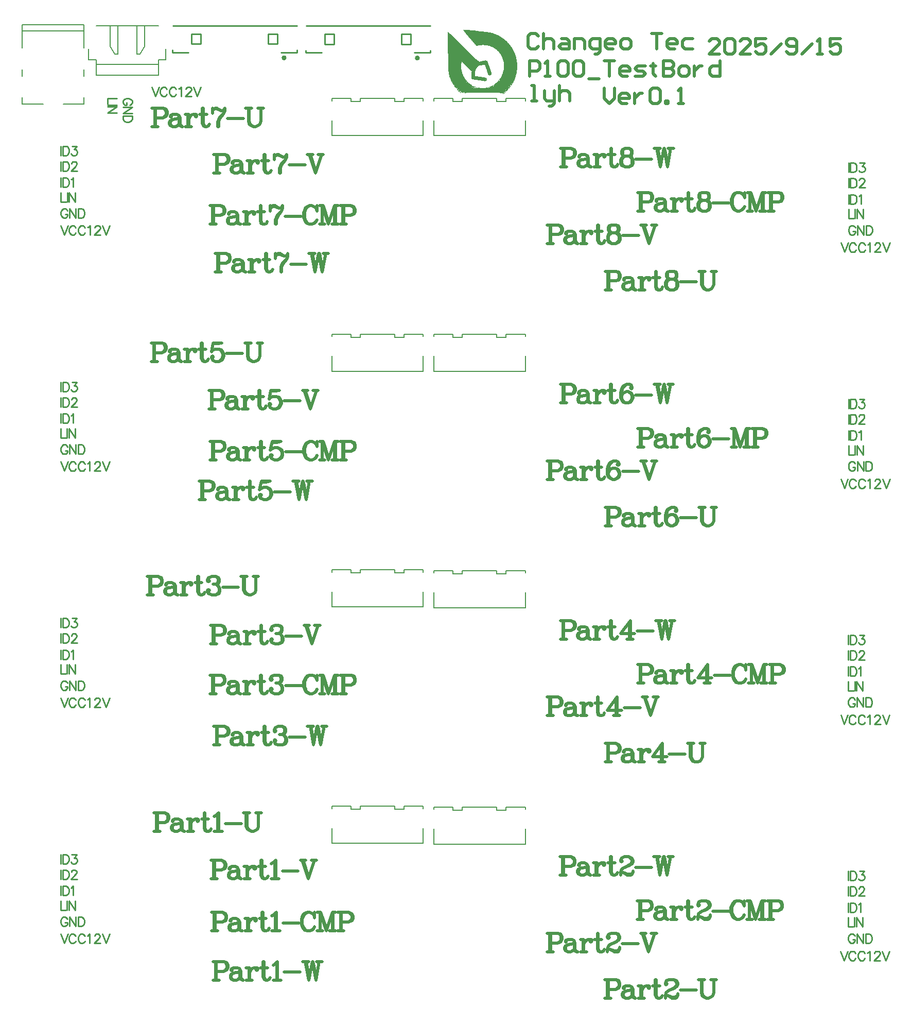
<source format=gto>
G04*
G04 #@! TF.GenerationSoftware,Altium Limited,Altium Designer,24.0.1 (36)*
G04*
G04 Layer_Color=65535*
%FSLAX44Y44*%
%MOMM*%
G71*
G04*
G04 #@! TF.SameCoordinates,133CE3EA-F9F0-4B72-99F4-21709E576B51*
G04*
G04*
G04 #@! TF.FilePolarity,Positive*
G04*
G01*
G75*
%ADD10C,0.4000*%
%ADD11C,0.2000*%
%ADD12C,0.2540*%
%ADD13C,0.2032*%
%ADD14C,0.5080*%
G36*
X932656Y1627577D02*
X936563D01*
Y1627276D01*
X939869D01*
Y1626976D01*
X943175D01*
Y1626675D01*
X946180D01*
Y1626375D01*
X949185D01*
Y1626074D01*
X952191D01*
Y1625774D01*
X955196D01*
Y1625473D01*
X957901D01*
Y1625172D01*
X960605D01*
Y1624872D01*
X963310D01*
Y1624571D01*
X966015D01*
Y1624271D01*
X968419D01*
Y1623970D01*
X970824D01*
Y1623670D01*
X972627D01*
Y1623369D01*
X974730D01*
Y1623069D01*
X976534D01*
Y1622768D01*
X978036D01*
Y1622468D01*
X979238D01*
Y1622167D01*
X980441D01*
Y1621867D01*
X981342D01*
Y1621566D01*
X982244D01*
Y1621266D01*
X983145D01*
Y1620965D01*
X983746D01*
Y1620665D01*
X984648D01*
Y1620364D01*
X985549D01*
Y1620063D01*
X986151D01*
Y1619763D01*
X987052D01*
Y1619462D01*
X987653D01*
Y1619162D01*
X988254D01*
Y1618861D01*
X988855D01*
Y1618561D01*
X989456D01*
Y1618260D01*
X990058D01*
Y1617960D01*
X990658D01*
Y1617659D01*
X991260D01*
Y1617359D01*
X991861D01*
Y1617058D01*
X992462D01*
Y1616758D01*
X992762D01*
Y1616457D01*
X993363D01*
Y1616157D01*
X993664D01*
Y1615856D01*
X994265D01*
Y1615556D01*
X994866D01*
Y1615255D01*
X995166D01*
Y1614955D01*
X995768D01*
Y1614654D01*
X996068D01*
Y1614353D01*
X996669D01*
Y1614053D01*
X996970D01*
Y1613752D01*
X997571D01*
Y1613452D01*
X997871D01*
Y1613151D01*
X998172D01*
Y1612851D01*
X998773D01*
Y1612550D01*
X999073D01*
Y1612250D01*
X999374D01*
Y1611949D01*
X999675D01*
Y1611649D01*
X1000275D01*
Y1611348D01*
X1000576D01*
Y1611048D01*
X1000877D01*
Y1610747D01*
X1001177D01*
Y1610446D01*
X1001478D01*
Y1610146D01*
X1002079D01*
Y1609845D01*
X1002379D01*
Y1609545D01*
X1002680D01*
Y1609244D01*
X1002980D01*
Y1608944D01*
X1003281D01*
Y1608643D01*
X1003581D01*
Y1608343D01*
X1003882D01*
Y1608042D01*
X1004182D01*
Y1607742D01*
X1004483D01*
Y1607441D01*
X1004783D01*
Y1607141D01*
X1005084D01*
Y1606840D01*
X1005385D01*
Y1606540D01*
X1005685D01*
Y1606239D01*
X1005986D01*
Y1605939D01*
X1006286D01*
Y1605638D01*
X1006587D01*
Y1605338D01*
X1006887D01*
Y1605037D01*
X1007188D01*
Y1604736D01*
X1007488D01*
Y1604436D01*
Y1604135D01*
X1007789D01*
Y1603835D01*
X1008089D01*
Y1603534D01*
X1008390D01*
Y1603234D01*
X1008690D01*
Y1602933D01*
X1008991D01*
Y1602633D01*
Y1602332D01*
X1009291D01*
Y1602032D01*
X1009592D01*
Y1601731D01*
X1009893D01*
Y1601431D01*
Y1601130D01*
X1010193D01*
Y1600829D01*
X1010493D01*
Y1600529D01*
X1010794D01*
Y1600228D01*
Y1599928D01*
X1011095D01*
Y1599627D01*
X1011395D01*
Y1599327D01*
Y1599026D01*
X1011696D01*
Y1598726D01*
Y1598425D01*
X1011996D01*
Y1598125D01*
X1012297D01*
Y1597824D01*
Y1597524D01*
X1012597D01*
Y1597223D01*
X1012898D01*
Y1596923D01*
Y1596622D01*
X1013198D01*
Y1596322D01*
X1013499D01*
Y1596021D01*
Y1595721D01*
X1013799D01*
Y1595420D01*
Y1595119D01*
X1014100D01*
Y1594819D01*
Y1594518D01*
X1014400D01*
Y1594218D01*
X1014701D01*
Y1593917D01*
Y1593617D01*
X1015002D01*
Y1593316D01*
Y1593016D01*
X1015302D01*
Y1592715D01*
Y1592415D01*
X1015603D01*
Y1592114D01*
Y1591814D01*
X1015903D01*
Y1591513D01*
Y1591213D01*
X1016204D01*
Y1590912D01*
Y1590612D01*
Y1590311D01*
X1016504D01*
Y1590010D01*
Y1589710D01*
X1016805D01*
Y1589409D01*
Y1589109D01*
Y1588808D01*
X1017105D01*
Y1588508D01*
Y1588207D01*
X1017406D01*
Y1587907D01*
Y1587606D01*
Y1587306D01*
X1017706D01*
Y1587005D01*
Y1586705D01*
X1018007D01*
Y1586404D01*
Y1586104D01*
Y1585803D01*
X1018307D01*
Y1585502D01*
Y1585202D01*
Y1584901D01*
X1018608D01*
Y1584601D01*
Y1584300D01*
Y1584000D01*
X1018908D01*
Y1583699D01*
Y1583399D01*
Y1583098D01*
X1019209D01*
Y1582798D01*
Y1582497D01*
Y1582197D01*
Y1581896D01*
X1019510D01*
Y1581596D01*
Y1581295D01*
Y1580995D01*
Y1580694D01*
X1019810D01*
Y1580394D01*
Y1580093D01*
Y1579792D01*
Y1579492D01*
Y1579191D01*
X1020110D01*
Y1578891D01*
Y1578590D01*
Y1578290D01*
Y1577989D01*
X1020411D01*
Y1577689D01*
Y1577388D01*
Y1577088D01*
Y1576787D01*
Y1576487D01*
Y1576186D01*
X1020712D01*
Y1575885D01*
Y1575585D01*
Y1575284D01*
Y1574984D01*
Y1574683D01*
Y1574383D01*
Y1574082D01*
Y1573782D01*
X1021012D01*
Y1573481D01*
Y1573181D01*
Y1572880D01*
Y1572580D01*
Y1572279D01*
Y1571979D01*
Y1571678D01*
Y1571378D01*
Y1571077D01*
Y1570777D01*
Y1570476D01*
Y1570175D01*
Y1569875D01*
Y1569574D01*
Y1569274D01*
X1021313D01*
Y1568973D01*
Y1568673D01*
Y1568372D01*
Y1568072D01*
Y1567771D01*
Y1567471D01*
Y1567170D01*
Y1566870D01*
Y1566569D01*
Y1566268D01*
Y1565968D01*
X1021012D01*
Y1565668D01*
Y1565367D01*
Y1565066D01*
Y1564766D01*
Y1564465D01*
Y1564165D01*
Y1563864D01*
Y1563564D01*
Y1563263D01*
Y1562963D01*
Y1562662D01*
Y1562362D01*
Y1562061D01*
Y1561761D01*
Y1561460D01*
X1020712D01*
Y1561160D01*
Y1560859D01*
Y1560558D01*
Y1560258D01*
Y1559957D01*
Y1559657D01*
Y1559356D01*
X1020411D01*
Y1559056D01*
Y1558755D01*
Y1558455D01*
Y1558154D01*
Y1557854D01*
Y1557553D01*
X1020110D01*
Y1557253D01*
Y1556952D01*
Y1556652D01*
Y1556351D01*
Y1556051D01*
Y1555750D01*
X1019810D01*
Y1555450D01*
Y1555149D01*
Y1554848D01*
Y1554548D01*
X1019510D01*
Y1554247D01*
Y1553947D01*
Y1553646D01*
Y1553346D01*
X1019209D01*
Y1553045D01*
Y1552745D01*
Y1552444D01*
X1018908D01*
Y1552144D01*
Y1551843D01*
Y1551543D01*
Y1551242D01*
X1018608D01*
Y1550941D01*
Y1550641D01*
Y1550341D01*
X1018307D01*
Y1550040D01*
Y1549739D01*
Y1549439D01*
X1018007D01*
Y1549138D01*
Y1548838D01*
Y1548537D01*
X1017706D01*
Y1548237D01*
Y1547936D01*
Y1547636D01*
X1017406D01*
Y1547335D01*
Y1547035D01*
X1017105D01*
Y1546734D01*
Y1546434D01*
Y1546133D01*
X1016805D01*
Y1545833D01*
Y1545532D01*
X1016504D01*
Y1545231D01*
Y1544931D01*
Y1544630D01*
X1016204D01*
Y1544330D01*
X1015903D01*
Y1544029D01*
Y1543729D01*
Y1543428D01*
X1015603D01*
Y1543128D01*
Y1542827D01*
X1015302D01*
Y1542527D01*
Y1542226D01*
X1015002D01*
Y1541926D01*
Y1541625D01*
Y1541325D01*
X1014701D01*
Y1541625D01*
X1014400D01*
Y1541325D01*
X1014701D01*
Y1541024D01*
X1014400D01*
Y1540724D01*
X1014100D01*
Y1540423D01*
Y1540122D01*
Y1539822D01*
X1013799D01*
Y1539521D01*
X1013499D01*
Y1539221D01*
Y1538920D01*
Y1538620D01*
X1013198D01*
Y1538319D01*
X1012898D01*
Y1538019D01*
Y1537718D01*
X1012597D01*
Y1537418D01*
X1012297D01*
Y1537718D01*
X1011996D01*
Y1537418D01*
X1012297D01*
Y1537117D01*
Y1536817D01*
X1011996D01*
Y1536516D01*
X1011696D01*
Y1536216D01*
Y1535915D01*
X1011395D01*
Y1535614D01*
X1011095D01*
Y1535314D01*
Y1535013D01*
X1010794D01*
Y1534713D01*
X1010493D01*
Y1535013D01*
X1010193D01*
Y1534713D01*
X1010493D01*
Y1534412D01*
Y1534112D01*
X1010193D01*
Y1533811D01*
X1009893D01*
Y1533511D01*
Y1533210D01*
X1009592D01*
Y1532910D01*
X1009291D01*
Y1532609D01*
X1008991D01*
Y1532309D01*
X1008690D01*
Y1532008D01*
Y1531708D01*
X1008390D01*
Y1531407D01*
X1008089D01*
Y1531107D01*
Y1530806D01*
X1007789D01*
Y1530505D01*
X1007488D01*
Y1530205D01*
X1007188D01*
Y1530505D01*
X1006887D01*
Y1530806D01*
Y1531107D01*
X1007188D01*
Y1530806D01*
X1007488D01*
Y1531107D01*
X1007188D01*
Y1531407D01*
Y1531708D01*
X1006587D01*
Y1531407D01*
Y1531107D01*
Y1530806D01*
Y1530505D01*
X1006887D01*
Y1530205D01*
X1007188D01*
Y1529904D01*
X1006887D01*
Y1529604D01*
X1006286D01*
Y1529303D01*
Y1529003D01*
Y1528702D01*
X1005986D01*
Y1529003D01*
X1005685D01*
Y1528702D01*
X1005986D01*
Y1528402D01*
X1005685D01*
Y1528101D01*
X1005385D01*
Y1527801D01*
X1004783D01*
Y1527500D01*
X1004483D01*
Y1527200D01*
Y1526899D01*
X1003882D01*
Y1526599D01*
Y1526298D01*
X1003581D01*
Y1525997D01*
X1003281D01*
Y1526298D01*
X1002680D01*
Y1526599D01*
Y1526899D01*
X1002379D01*
Y1526599D01*
Y1526298D01*
X1002680D01*
Y1525997D01*
X1003281D01*
Y1525697D01*
X1002680D01*
Y1525997D01*
X1002379D01*
Y1526298D01*
X1002079D01*
Y1525997D01*
X1002379D01*
Y1525697D01*
X1002680D01*
Y1525396D01*
Y1525096D01*
X1002079D01*
Y1524795D01*
Y1524495D01*
X1001478D01*
Y1524194D01*
X1001177D01*
Y1523894D01*
X1000877D01*
Y1523593D01*
X1000576D01*
Y1523293D01*
X1000275D01*
Y1522992D01*
X999675D01*
Y1522692D01*
X999073D01*
Y1522391D01*
X998773D01*
Y1522091D01*
X998472D01*
Y1522391D01*
Y1522692D01*
X998773D01*
Y1522992D01*
X998472D01*
Y1523293D01*
X998172D01*
Y1523593D01*
X997571D01*
Y1523894D01*
X997270D01*
Y1523593D01*
X997571D01*
Y1523293D01*
X997871D01*
Y1522992D01*
X998172D01*
Y1522692D01*
Y1522391D01*
X997871D01*
Y1522091D01*
X998472D01*
Y1521790D01*
X998172D01*
Y1521490D01*
X997871D01*
Y1521189D01*
X997571D01*
Y1521490D01*
Y1521790D01*
X997871D01*
Y1522091D01*
X997270D01*
Y1522391D01*
X997571D01*
Y1522692D01*
X997270D01*
Y1522992D01*
Y1523293D01*
Y1523593D01*
X992462D01*
Y1523894D01*
X937164D01*
Y1523593D01*
X934760D01*
Y1523894D01*
Y1524194D01*
Y1524495D01*
X934159D01*
Y1524194D01*
Y1523894D01*
X933858D01*
Y1523593D01*
X933257D01*
Y1523894D01*
X932957D01*
Y1524194D01*
Y1524495D01*
X932356D01*
Y1524194D01*
Y1523894D01*
X929651D01*
Y1524194D01*
X929350D01*
Y1524495D01*
X928749D01*
Y1524194D01*
X929350D01*
Y1523894D01*
X929651D01*
Y1523593D01*
X929951D01*
Y1523293D01*
X929651D01*
Y1523593D01*
X929350D01*
Y1523894D01*
X928749D01*
Y1524194D01*
X928449D01*
Y1524495D01*
X927848D01*
Y1524194D01*
X928449D01*
Y1523894D01*
X928749D01*
Y1523593D01*
X928449D01*
Y1523894D01*
X927848D01*
Y1524194D01*
X927547D01*
Y1524495D01*
Y1524795D01*
Y1525096D01*
X927247D01*
Y1525396D01*
X926646D01*
Y1525697D01*
X926345D01*
Y1525997D01*
X926045D01*
Y1525697D01*
X926345D01*
Y1525396D01*
X926646D01*
Y1525096D01*
Y1524795D01*
X926946D01*
Y1524495D01*
X927247D01*
Y1524194D01*
X927547D01*
Y1523894D01*
X927848D01*
Y1523593D01*
X927547D01*
Y1523894D01*
X927247D01*
Y1524194D01*
X926946D01*
Y1524495D01*
X926345D01*
Y1524795D01*
Y1525096D01*
X925744D01*
Y1525396D01*
Y1525697D01*
X925143D01*
Y1525997D01*
X924842D01*
Y1526298D01*
X924542D01*
Y1526599D01*
X924241D01*
Y1526899D01*
X923941D01*
Y1527200D01*
Y1527500D01*
X923340D01*
Y1527801D01*
X923039D01*
Y1528101D01*
X922739D01*
Y1528402D01*
X922438D01*
Y1528702D01*
X922138D01*
Y1529003D01*
X921837D01*
Y1529303D01*
Y1529604D01*
X921537D01*
Y1529904D01*
X921236D01*
Y1530205D01*
X920936D01*
Y1530505D01*
X920635D01*
Y1530806D01*
X920334D01*
Y1531107D01*
Y1531407D01*
X920034D01*
Y1531708D01*
X919733D01*
Y1532008D01*
X919433D01*
Y1532309D01*
X919132D01*
Y1532609D01*
Y1532910D01*
X918832D01*
Y1533210D01*
X918531D01*
Y1533511D01*
X918231D01*
Y1533811D01*
Y1534112D01*
X917930D01*
Y1534412D01*
X917630D01*
Y1534713D01*
Y1535013D01*
X917329D01*
Y1535314D01*
X917029D01*
Y1535614D01*
Y1535915D01*
X916728D01*
Y1536216D01*
Y1536516D01*
X916428D01*
Y1536817D01*
X916127D01*
Y1537117D01*
X915826D01*
Y1537418D01*
Y1537718D01*
X915526D01*
Y1538019D01*
Y1538319D01*
X915225D01*
Y1538620D01*
X914925D01*
Y1538920D01*
Y1539221D01*
X914624D01*
Y1539521D01*
Y1539822D01*
X914324D01*
Y1540122D01*
X914023D01*
Y1540423D01*
Y1540724D01*
X913723D01*
Y1541024D01*
Y1541325D01*
X913422D01*
Y1541625D01*
Y1541926D01*
X913122D01*
Y1542226D01*
Y1542527D01*
X912821D01*
Y1542827D01*
Y1543128D01*
X912521D01*
Y1543428D01*
Y1543729D01*
X912220D01*
Y1544029D01*
Y1544330D01*
X911920D01*
Y1544630D01*
Y1544931D01*
X911619D01*
Y1545231D01*
Y1545532D01*
Y1545833D01*
X911319D01*
Y1546133D01*
Y1546434D01*
Y1546734D01*
X911018D01*
Y1547035D01*
Y1547335D01*
X910717D01*
Y1547636D01*
Y1547936D01*
Y1548237D01*
X910417D01*
Y1548537D01*
Y1548838D01*
Y1549138D01*
X910116D01*
Y1549439D01*
Y1549739D01*
X909816D01*
Y1550040D01*
Y1550341D01*
Y1550641D01*
Y1550941D01*
X909515D01*
Y1551242D01*
Y1551543D01*
Y1551843D01*
Y1552144D01*
X909215D01*
Y1552444D01*
Y1552745D01*
Y1553045D01*
Y1553346D01*
X908914D01*
Y1553646D01*
Y1553947D01*
Y1554247D01*
Y1554548D01*
Y1554848D01*
X908614D01*
Y1555149D01*
Y1555450D01*
Y1555750D01*
Y1556051D01*
Y1556351D01*
Y1556652D01*
X908313D01*
Y1556952D01*
Y1557253D01*
Y1557553D01*
Y1557854D01*
Y1558154D01*
Y1558455D01*
Y1558755D01*
X908013D01*
Y1559056D01*
Y1559356D01*
Y1559657D01*
Y1559957D01*
Y1560258D01*
Y1560558D01*
Y1560859D01*
Y1561160D01*
Y1561460D01*
Y1561761D01*
X907712D01*
Y1562061D01*
Y1562362D01*
Y1562662D01*
Y1562963D01*
Y1563263D01*
Y1563564D01*
Y1563864D01*
Y1564165D01*
Y1564465D01*
Y1564766D01*
Y1565066D01*
Y1565367D01*
Y1565668D01*
Y1565968D01*
Y1566268D01*
Y1566569D01*
Y1566870D01*
X907412D01*
Y1567170D01*
Y1567471D01*
Y1567771D01*
Y1568072D01*
Y1568372D01*
Y1568673D01*
Y1568973D01*
Y1569274D01*
Y1569574D01*
Y1569875D01*
Y1570175D01*
Y1570476D01*
Y1570777D01*
Y1571077D01*
Y1571378D01*
Y1571678D01*
Y1571979D01*
Y1572279D01*
Y1572580D01*
Y1572880D01*
Y1573181D01*
Y1573481D01*
Y1573782D01*
Y1574082D01*
Y1574383D01*
Y1574683D01*
Y1574984D01*
Y1575284D01*
Y1575585D01*
Y1575885D01*
Y1576186D01*
Y1576487D01*
Y1576787D01*
Y1577088D01*
Y1577388D01*
Y1577689D01*
Y1577989D01*
Y1578290D01*
Y1578590D01*
Y1578891D01*
Y1579191D01*
Y1579492D01*
Y1579792D01*
Y1580093D01*
Y1580394D01*
Y1580694D01*
Y1580995D01*
Y1581295D01*
Y1581596D01*
Y1581896D01*
Y1582197D01*
Y1582497D01*
Y1582798D01*
Y1583098D01*
Y1583399D01*
Y1583699D01*
Y1584000D01*
Y1584300D01*
Y1584601D01*
Y1584901D01*
Y1585202D01*
Y1585502D01*
Y1585803D01*
Y1586104D01*
Y1586404D01*
Y1586705D01*
Y1587005D01*
Y1587306D01*
Y1587606D01*
Y1587907D01*
Y1588207D01*
X907111D01*
Y1588508D01*
Y1588808D01*
Y1589109D01*
Y1589409D01*
Y1589710D01*
Y1590010D01*
Y1590311D01*
Y1590612D01*
Y1590912D01*
Y1591213D01*
Y1591513D01*
Y1591814D01*
Y1592114D01*
Y1592415D01*
Y1592715D01*
Y1593016D01*
Y1593316D01*
Y1593617D01*
Y1593917D01*
Y1594218D01*
Y1594518D01*
Y1594819D01*
Y1595119D01*
Y1595420D01*
Y1595721D01*
Y1596021D01*
Y1596322D01*
Y1596622D01*
Y1596923D01*
Y1597223D01*
Y1597524D01*
Y1597824D01*
Y1598125D01*
Y1598425D01*
Y1598726D01*
Y1599026D01*
Y1599327D01*
Y1599627D01*
Y1599928D01*
Y1600228D01*
Y1600529D01*
Y1600829D01*
Y1601130D01*
Y1601431D01*
Y1601731D01*
Y1602032D01*
Y1602332D01*
Y1602633D01*
Y1602933D01*
Y1603234D01*
Y1603534D01*
Y1603835D01*
Y1604135D01*
X906811D01*
Y1604436D01*
Y1604736D01*
Y1605037D01*
Y1605338D01*
Y1605638D01*
Y1605939D01*
Y1606239D01*
Y1606540D01*
Y1606840D01*
Y1607141D01*
Y1607441D01*
Y1607742D01*
Y1608042D01*
Y1608343D01*
Y1608643D01*
Y1608944D01*
Y1609244D01*
Y1609545D01*
Y1609845D01*
Y1610146D01*
Y1610446D01*
Y1610747D01*
Y1611048D01*
Y1611348D01*
Y1611649D01*
Y1611949D01*
Y1612250D01*
Y1612550D01*
Y1612851D01*
Y1613151D01*
Y1613452D01*
Y1613752D01*
Y1614053D01*
Y1614353D01*
Y1614654D01*
Y1614955D01*
Y1615255D01*
Y1615556D01*
Y1615856D01*
Y1616157D01*
Y1616457D01*
X907111D01*
Y1616758D01*
Y1617058D01*
Y1617359D01*
Y1617659D01*
Y1617960D01*
Y1618260D01*
Y1618561D01*
Y1618861D01*
Y1619162D01*
Y1619462D01*
Y1619763D01*
Y1620063D01*
Y1620364D01*
Y1620665D01*
Y1620965D01*
Y1621266D01*
Y1621566D01*
Y1621867D01*
Y1622167D01*
Y1622468D01*
Y1622768D01*
Y1623069D01*
Y1623369D01*
Y1623670D01*
Y1623970D01*
X907412D01*
Y1623670D01*
X908013D01*
Y1623369D01*
X908313D01*
Y1623069D01*
X908614D01*
Y1622768D01*
X908914D01*
Y1622468D01*
X909215D01*
Y1622167D01*
X909515D01*
Y1621867D01*
X909816D01*
Y1621566D01*
X910116D01*
Y1621266D01*
X910417D01*
Y1620965D01*
X910717D01*
Y1620665D01*
X911319D01*
Y1620364D01*
X911619D01*
Y1620063D01*
X911920D01*
Y1619763D01*
X912220D01*
Y1619462D01*
X912521D01*
Y1619162D01*
X912821D01*
Y1618861D01*
X913122D01*
Y1618561D01*
X913422D01*
Y1618260D01*
X913723D01*
Y1617960D01*
X914023D01*
Y1617659D01*
X914324D01*
Y1617359D01*
X914624D01*
Y1617058D01*
X914925D01*
Y1616758D01*
X915225D01*
Y1616457D01*
X915526D01*
Y1616157D01*
X915826D01*
Y1615856D01*
X916127D01*
Y1615556D01*
X916428D01*
Y1615255D01*
X916728D01*
Y1614955D01*
X917029D01*
Y1614654D01*
X917329D01*
Y1614353D01*
X917630D01*
Y1614053D01*
X917930D01*
Y1613752D01*
X918231D01*
Y1613452D01*
X918531D01*
Y1613151D01*
X919132D01*
Y1612851D01*
X919433D01*
Y1612550D01*
X919733D01*
Y1612250D01*
X920034D01*
Y1611949D01*
X920334D01*
Y1611649D01*
Y1611348D01*
X920635D01*
Y1611048D01*
X920936D01*
Y1610747D01*
X921537D01*
Y1610446D01*
X921837D01*
Y1610146D01*
X922138D01*
Y1609845D01*
X922438D01*
Y1609545D01*
X922739D01*
Y1609244D01*
X923039D01*
Y1608944D01*
X923340D01*
Y1608643D01*
X923640D01*
Y1608343D01*
X923941D01*
Y1608042D01*
X924241D01*
Y1607742D01*
X924542D01*
Y1607441D01*
X924842D01*
Y1607141D01*
X925143D01*
Y1606840D01*
X925443D01*
Y1606540D01*
X925744D01*
Y1606239D01*
X926045D01*
Y1605939D01*
X926345D01*
Y1605638D01*
X926646D01*
Y1605338D01*
X926946D01*
Y1605037D01*
X927247D01*
Y1604736D01*
X927547D01*
Y1604436D01*
X927848D01*
Y1604135D01*
X928148D01*
Y1603835D01*
X928449D01*
Y1603534D01*
X928749D01*
Y1603234D01*
X929050D01*
Y1602933D01*
X929350D01*
Y1602633D01*
X929651D01*
Y1602332D01*
X929951D01*
Y1602032D01*
X930252D01*
Y1601731D01*
X930553D01*
Y1601431D01*
X930853D01*
Y1601130D01*
X931154D01*
Y1600829D01*
X931454D01*
Y1600529D01*
X931755D01*
Y1600228D01*
X932055D01*
Y1599928D01*
X932356D01*
Y1599627D01*
X932656D01*
Y1599327D01*
X932957D01*
Y1599026D01*
X933257D01*
Y1598726D01*
X933558D01*
Y1598425D01*
X933858D01*
Y1598125D01*
X934159D01*
Y1597824D01*
X934459D01*
Y1597524D01*
X934760D01*
Y1597223D01*
X935061D01*
Y1596923D01*
X935361D01*
Y1596622D01*
X935661D01*
Y1596322D01*
X935962D01*
Y1596021D01*
X936263D01*
Y1595721D01*
X936563D01*
Y1595420D01*
X936864D01*
Y1595119D01*
X937164D01*
Y1594819D01*
X937465D01*
Y1594518D01*
X937765D01*
Y1594218D01*
X938066D01*
Y1593917D01*
X938366D01*
Y1593617D01*
X938667D01*
Y1593316D01*
X938967D01*
Y1593016D01*
X939268D01*
Y1592715D01*
X939568D01*
Y1592415D01*
X939869D01*
Y1592114D01*
X940170D01*
Y1591814D01*
X940470D01*
Y1591513D01*
X940770D01*
Y1591213D01*
X941071D01*
Y1590912D01*
X941372D01*
Y1590612D01*
X941672D01*
Y1590311D01*
X941973D01*
Y1590010D01*
X942273D01*
Y1589710D01*
X942574D01*
Y1589409D01*
X942874D01*
Y1589109D01*
X943175D01*
Y1588808D01*
X943475D01*
Y1588508D01*
X943776D01*
Y1588207D01*
X944076D01*
Y1587907D01*
X944377D01*
Y1587606D01*
X944677D01*
Y1587306D01*
X944978D01*
Y1587005D01*
X945278D01*
Y1586705D01*
X945579D01*
Y1586404D01*
X945880D01*
Y1586104D01*
X946180D01*
Y1585803D01*
X946481D01*
Y1585502D01*
X946781D01*
Y1585202D01*
X947082D01*
Y1584901D01*
X947382D01*
Y1584601D01*
X947683D01*
Y1584300D01*
X947983D01*
Y1584000D01*
X948284D01*
Y1583699D01*
X948584D01*
Y1583399D01*
X948885D01*
Y1583098D01*
X949185D01*
Y1582798D01*
X949486D01*
Y1582497D01*
X949786D01*
Y1582197D01*
X950087D01*
Y1581896D01*
X950387D01*
Y1581596D01*
X950688D01*
Y1581295D01*
X950988D01*
Y1580995D01*
X951289D01*
Y1580694D01*
X951590D01*
Y1580394D01*
X951890D01*
Y1580093D01*
X952191D01*
Y1579792D01*
X952792D01*
Y1579492D01*
X953092D01*
Y1579191D01*
X953393D01*
Y1578891D01*
X953994D01*
Y1578590D01*
Y1578290D01*
X954595D01*
Y1577989D01*
X955196D01*
Y1577689D01*
X955497D01*
Y1577388D01*
X955797D01*
Y1577088D01*
X956098D01*
Y1576787D01*
X956398D01*
Y1576487D01*
X956999D01*
Y1576186D01*
X957300D01*
Y1575885D01*
X957901D01*
Y1575585D01*
X958201D01*
Y1575284D01*
X958502D01*
Y1574984D01*
X960005D01*
Y1575284D01*
X961207D01*
Y1575585D01*
X962709D01*
Y1575885D01*
X963911D01*
Y1576186D01*
X965114D01*
Y1576487D01*
X966616D01*
Y1576787D01*
X968119D01*
Y1577088D01*
X969922D01*
Y1576787D01*
X970824D01*
Y1576487D01*
X971425D01*
Y1576186D01*
X971725D01*
Y1575885D01*
X972026D01*
Y1575585D01*
Y1575284D01*
X972326D01*
Y1574984D01*
X972627D01*
Y1574683D01*
Y1574383D01*
X972927D01*
Y1574082D01*
Y1573782D01*
Y1573481D01*
X973228D01*
Y1573181D01*
Y1572880D01*
Y1572580D01*
X973528D01*
Y1572279D01*
Y1571979D01*
Y1571678D01*
X973829D01*
Y1571378D01*
Y1571077D01*
Y1570777D01*
X974129D01*
Y1570476D01*
Y1570175D01*
Y1569875D01*
X974430D01*
Y1569574D01*
Y1569274D01*
X974730D01*
Y1568973D01*
Y1568673D01*
Y1568372D01*
X975031D01*
Y1568072D01*
Y1567771D01*
Y1567471D01*
Y1567170D01*
X975331D01*
Y1566870D01*
Y1566569D01*
X975632D01*
Y1566268D01*
Y1565968D01*
Y1565668D01*
X975933D01*
Y1565367D01*
Y1565066D01*
Y1564766D01*
X976233D01*
Y1564465D01*
Y1564165D01*
Y1563864D01*
X976534D01*
Y1563564D01*
Y1563263D01*
Y1562963D01*
X976834D01*
Y1562662D01*
Y1562362D01*
Y1562061D01*
X977135D01*
Y1561761D01*
Y1561460D01*
Y1561160D01*
X977435D01*
Y1560859D01*
Y1560558D01*
X977736D01*
Y1560258D01*
Y1559957D01*
Y1559657D01*
Y1559356D01*
X978036D01*
Y1559056D01*
Y1558755D01*
X978337D01*
Y1558455D01*
Y1558154D01*
Y1557854D01*
Y1557553D01*
X978637D01*
Y1557253D01*
Y1556952D01*
X978938D01*
Y1556652D01*
Y1556351D01*
Y1556051D01*
Y1555750D01*
Y1555450D01*
Y1555149D01*
X979238D01*
Y1554848D01*
X978938D01*
Y1554548D01*
Y1554247D01*
Y1553947D01*
X978637D01*
Y1553646D01*
Y1553346D01*
X978337D01*
Y1553045D01*
X978036D01*
Y1552745D01*
X977435D01*
Y1552444D01*
X976534D01*
Y1552144D01*
X975632D01*
Y1552444D01*
X974730D01*
Y1552745D01*
X974129D01*
Y1553045D01*
X973829D01*
Y1553346D01*
X973528D01*
Y1553646D01*
Y1553947D01*
X973228D01*
Y1554247D01*
Y1554548D01*
X972927D01*
Y1554848D01*
Y1555149D01*
Y1555450D01*
X972627D01*
Y1555750D01*
Y1556051D01*
Y1556351D01*
X972326D01*
Y1556652D01*
Y1556952D01*
Y1557253D01*
X972026D01*
Y1557553D01*
Y1557854D01*
Y1558154D01*
X971725D01*
Y1558455D01*
Y1558755D01*
Y1559056D01*
X971425D01*
Y1559356D01*
Y1559657D01*
Y1559957D01*
X971124D01*
Y1560258D01*
Y1560558D01*
X970824D01*
Y1560859D01*
Y1561160D01*
Y1561460D01*
Y1561761D01*
X970523D01*
Y1562061D01*
Y1562362D01*
Y1562662D01*
X970222D01*
Y1562963D01*
Y1563263D01*
Y1563564D01*
X969922D01*
Y1563864D01*
Y1564165D01*
Y1564465D01*
X969621D01*
Y1564766D01*
Y1565066D01*
Y1565367D01*
X969321D01*
Y1565668D01*
Y1565968D01*
Y1566268D01*
X969020D01*
Y1566569D01*
Y1566870D01*
Y1567170D01*
X968720D01*
Y1567471D01*
Y1567771D01*
X968419D01*
Y1568072D01*
Y1568372D01*
Y1568673D01*
Y1568973D01*
X968119D01*
Y1569274D01*
Y1569574D01*
X967818D01*
Y1569875D01*
Y1570175D01*
X966316D01*
Y1569875D01*
X964813D01*
Y1569574D01*
X963310D01*
Y1569274D01*
X961507D01*
Y1568973D01*
X960005D01*
Y1568673D01*
X958502D01*
Y1568372D01*
X957600D01*
Y1568072D01*
X957300D01*
Y1567771D01*
X956999D01*
Y1567471D01*
X956699D01*
Y1567170D01*
X956398D01*
Y1566870D01*
Y1566569D01*
X956098D01*
Y1566268D01*
X955797D01*
Y1565968D01*
X955497D01*
Y1565668D01*
Y1565367D01*
X955196D01*
Y1565066D01*
X954895D01*
Y1564766D01*
X954595D01*
Y1564465D01*
Y1564165D01*
X954294D01*
Y1563864D01*
X953994D01*
Y1563564D01*
X953693D01*
Y1563263D01*
X953393D01*
Y1562963D01*
Y1562662D01*
X953092D01*
Y1562362D01*
X952792D01*
Y1562061D01*
X952491D01*
Y1561761D01*
Y1561460D01*
X952191D01*
Y1561160D01*
Y1560859D01*
Y1560558D01*
Y1560258D01*
Y1559957D01*
X951890D01*
Y1559657D01*
Y1559356D01*
Y1559056D01*
Y1558755D01*
Y1558455D01*
Y1558154D01*
Y1557854D01*
Y1557553D01*
Y1557253D01*
Y1556952D01*
Y1556652D01*
Y1556351D01*
Y1556051D01*
Y1555750D01*
Y1555450D01*
Y1555149D01*
Y1554848D01*
Y1554548D01*
Y1554247D01*
Y1553947D01*
Y1553646D01*
Y1553346D01*
Y1553045D01*
Y1552745D01*
Y1552444D01*
Y1552144D01*
Y1551843D01*
Y1551543D01*
X952792D01*
Y1551242D01*
X954595D01*
Y1550941D01*
X956398D01*
Y1550641D01*
X958201D01*
Y1550341D01*
X960305D01*
Y1550040D01*
X962409D01*
Y1549739D01*
X963911D01*
Y1549439D01*
X966015D01*
Y1549138D01*
X967518D01*
Y1548838D01*
X969020D01*
Y1548537D01*
X969922D01*
Y1548237D01*
X970222D01*
Y1547936D01*
Y1547636D01*
X970824D01*
Y1547335D01*
Y1547035D01*
X971124D01*
Y1546734D01*
Y1546434D01*
Y1546133D01*
Y1545833D01*
Y1545532D01*
Y1545231D01*
Y1544931D01*
X970824D01*
Y1544630D01*
Y1544330D01*
X970523D01*
Y1544029D01*
X970222D01*
Y1543729D01*
Y1543428D01*
X969621D01*
Y1543128D01*
X969020D01*
Y1543428D01*
X968720D01*
Y1543128D01*
X969020D01*
Y1542827D01*
X966616D01*
Y1543128D01*
X964813D01*
Y1543428D01*
X963310D01*
Y1543729D01*
X961808D01*
Y1544029D01*
X959704D01*
Y1544330D01*
X957600D01*
Y1544630D01*
X955797D01*
Y1544931D01*
X953994D01*
Y1545231D01*
X951890D01*
Y1545532D01*
Y1545833D01*
X951590D01*
Y1545532D01*
X950087D01*
Y1545833D01*
X948284D01*
Y1546133D01*
X947382D01*
Y1546434D01*
X946781D01*
Y1546734D01*
X946481D01*
Y1547035D01*
X946180D01*
Y1547335D01*
Y1547636D01*
X945880D01*
Y1547936D01*
Y1548237D01*
X945579D01*
Y1548537D01*
Y1548838D01*
Y1549138D01*
Y1549439D01*
Y1549739D01*
Y1550040D01*
Y1550341D01*
Y1550641D01*
Y1550941D01*
Y1551242D01*
Y1551543D01*
Y1551843D01*
Y1552144D01*
Y1552444D01*
Y1552745D01*
Y1553045D01*
Y1553346D01*
Y1553646D01*
Y1553947D01*
Y1554247D01*
Y1554548D01*
Y1554848D01*
Y1555149D01*
Y1555450D01*
Y1555750D01*
Y1556051D01*
Y1556351D01*
Y1556652D01*
Y1556952D01*
Y1557253D01*
X945880D01*
Y1557553D01*
Y1557854D01*
Y1558154D01*
Y1558455D01*
Y1558755D01*
Y1559056D01*
X945579D01*
Y1559356D01*
X945278D01*
Y1559657D01*
X944978D01*
Y1559957D01*
Y1560258D01*
X944677D01*
Y1560558D01*
X944377D01*
Y1560859D01*
X944076D01*
Y1561160D01*
X943776D01*
Y1561460D01*
X943475D01*
Y1561761D01*
X943175D01*
Y1562061D01*
Y1562362D01*
X942574D01*
Y1562662D01*
X942273D01*
Y1562963D01*
X941973D01*
Y1563263D01*
Y1563564D01*
X941372D01*
Y1563864D01*
X941071D01*
Y1564165D01*
X940770D01*
Y1564465D01*
X940470D01*
Y1564766D01*
X940170D01*
Y1565066D01*
X939869D01*
Y1565367D01*
X939568D01*
Y1565668D01*
X939268D01*
Y1565968D01*
X938967D01*
Y1566268D01*
X938667D01*
Y1566569D01*
X938366D01*
Y1566870D01*
X938066D01*
Y1567170D01*
X937765D01*
Y1567471D01*
X937465D01*
Y1567771D01*
X937164D01*
Y1568072D01*
X936864D01*
Y1568372D01*
X936563D01*
Y1568673D01*
X936263D01*
Y1568973D01*
X935962D01*
Y1569274D01*
X935661D01*
Y1569574D01*
X935361D01*
Y1569875D01*
X935061D01*
Y1570175D01*
X934760D01*
Y1570476D01*
X934459D01*
Y1570777D01*
X934159D01*
Y1571077D01*
X933858D01*
Y1571378D01*
X933558D01*
Y1571678D01*
X933257D01*
Y1571979D01*
X932957D01*
Y1572279D01*
X932656D01*
Y1572580D01*
X932356D01*
Y1572880D01*
X932055D01*
Y1573181D01*
X931755D01*
Y1573481D01*
X931454D01*
Y1573782D01*
X931154D01*
Y1574082D01*
X930853D01*
Y1574383D01*
X930553D01*
Y1574683D01*
X929951D01*
Y1574383D01*
X929651D01*
Y1574082D01*
Y1573782D01*
Y1573481D01*
X929350D01*
Y1573181D01*
Y1572880D01*
Y1572580D01*
X929050D01*
Y1572279D01*
Y1571979D01*
Y1571678D01*
Y1571378D01*
Y1571077D01*
Y1570777D01*
Y1570476D01*
Y1570175D01*
X928749D01*
Y1569875D01*
Y1569574D01*
Y1569274D01*
Y1568973D01*
Y1568673D01*
Y1568372D01*
Y1568072D01*
Y1567771D01*
Y1567471D01*
Y1567170D01*
Y1566870D01*
Y1566569D01*
Y1566268D01*
Y1565968D01*
Y1565668D01*
Y1565367D01*
Y1565066D01*
X929050D01*
Y1564766D01*
Y1564465D01*
Y1564165D01*
Y1563864D01*
Y1563564D01*
Y1563263D01*
Y1562963D01*
Y1562662D01*
Y1562362D01*
X929350D01*
Y1562061D01*
Y1561761D01*
Y1561460D01*
Y1561160D01*
Y1560859D01*
X929651D01*
Y1560558D01*
Y1560258D01*
Y1559957D01*
Y1559657D01*
X929951D01*
Y1559356D01*
Y1559056D01*
Y1558755D01*
Y1558455D01*
X930252D01*
Y1558154D01*
Y1557854D01*
Y1557553D01*
Y1557253D01*
X930553D01*
Y1556952D01*
Y1556652D01*
Y1556351D01*
X930853D01*
Y1556051D01*
Y1555750D01*
Y1555450D01*
X931154D01*
Y1555149D01*
Y1554848D01*
Y1554548D01*
X931454D01*
Y1554247D01*
Y1553947D01*
X931755D01*
Y1553646D01*
Y1553346D01*
X932055D01*
Y1553045D01*
Y1552745D01*
Y1552444D01*
X932356D01*
Y1552144D01*
Y1551843D01*
X932656D01*
Y1551543D01*
Y1551242D01*
X932957D01*
Y1550941D01*
Y1550641D01*
X933257D01*
Y1550341D01*
Y1550040D01*
X933558D01*
Y1549739D01*
Y1549439D01*
X933858D01*
Y1549138D01*
X933558D01*
Y1548838D01*
X934159D01*
Y1548537D01*
Y1548237D01*
X934459D01*
Y1547936D01*
X934760D01*
Y1547636D01*
X935061D01*
Y1547335D01*
Y1547035D01*
X935361D01*
Y1546734D01*
X935661D01*
Y1546434D01*
Y1546133D01*
X935962D01*
Y1545833D01*
X936263D01*
Y1545532D01*
X936563D01*
Y1545231D01*
X936864D01*
Y1544931D01*
Y1544630D01*
X937164D01*
Y1544330D01*
X937465D01*
Y1544029D01*
X937765D01*
Y1543729D01*
Y1543428D01*
X938066D01*
Y1543128D01*
X938366D01*
Y1542827D01*
X938667D01*
Y1542527D01*
X938967D01*
Y1542226D01*
X939268D01*
Y1541926D01*
X939568D01*
Y1541625D01*
X939869D01*
Y1541325D01*
X940170D01*
Y1541024D01*
X940770D01*
Y1540724D01*
Y1540423D01*
X941372D01*
Y1540122D01*
X941672D01*
Y1539822D01*
X941973D01*
Y1539521D01*
X942273D01*
Y1539221D01*
X942874D01*
Y1538920D01*
X943175D01*
Y1538620D01*
X943475D01*
Y1538319D01*
X943776D01*
Y1538019D01*
X944377D01*
Y1537718D01*
X944978D01*
Y1537418D01*
X945579D01*
Y1537117D01*
X945880D01*
Y1536817D01*
X946180D01*
Y1536516D01*
X946781D01*
Y1536216D01*
Y1535915D01*
X947082D01*
Y1535614D01*
X947382D01*
Y1535915D01*
X947082D01*
Y1536216D01*
X947382D01*
Y1535915D01*
X947983D01*
Y1535614D01*
X947683D01*
Y1535314D01*
X947082D01*
Y1535614D01*
X946781D01*
Y1535314D01*
X947082D01*
Y1535013D01*
X947983D01*
Y1535314D01*
X948284D01*
Y1535614D01*
X948584D01*
Y1535314D01*
X949185D01*
Y1535013D01*
X949786D01*
Y1534713D01*
X950387D01*
Y1534412D01*
X950988D01*
Y1534112D01*
X951890D01*
Y1533811D01*
X952792D01*
Y1533511D01*
X953994D01*
Y1533210D01*
X953393D01*
Y1532910D01*
X954294D01*
Y1532609D01*
X953393D01*
Y1532910D01*
X952191D01*
Y1533210D01*
X952792D01*
Y1533511D01*
X951890D01*
Y1533210D01*
Y1532910D01*
X951590D01*
Y1533210D01*
Y1533511D01*
X950988D01*
Y1533210D01*
Y1532910D01*
X950688D01*
Y1532609D01*
X951289D01*
Y1532309D01*
X951590D01*
Y1532008D01*
X953092D01*
Y1532309D01*
X951590D01*
Y1532609D01*
X953092D01*
Y1532309D01*
X954595D01*
Y1532008D01*
X955196D01*
Y1532309D01*
X954595D01*
Y1532609D01*
X955196D01*
Y1532910D01*
X955797D01*
Y1532609D01*
X957300D01*
Y1532309D01*
X959103D01*
Y1532008D01*
X961808D01*
Y1531708D01*
X966917D01*
Y1532008D01*
X969621D01*
Y1531708D01*
X970222D01*
Y1532008D01*
X969621D01*
Y1532309D01*
X971425D01*
Y1532609D01*
X972627D01*
Y1532910D01*
X973528D01*
Y1532609D01*
X973829D01*
Y1532910D01*
Y1533210D01*
X974430D01*
Y1532910D01*
X975331D01*
Y1533210D01*
X974730D01*
Y1533511D01*
X975632D01*
Y1533811D01*
X976534D01*
Y1534112D01*
X977135D01*
Y1534412D01*
X977736D01*
Y1534713D01*
X978637D01*
Y1535013D01*
X979238D01*
Y1535314D01*
X979539D01*
Y1535614D01*
X980140D01*
Y1535314D01*
X980441D01*
Y1535013D01*
X980741D01*
Y1535314D01*
X980441D01*
Y1535614D01*
Y1535915D01*
X981342D01*
Y1536216D01*
X981643D01*
Y1536516D01*
X981943D01*
Y1536817D01*
X982544D01*
Y1536516D01*
X982244D01*
Y1536216D01*
X982845D01*
Y1536516D01*
Y1536817D01*
X982544D01*
Y1537117D01*
X982845D01*
Y1537418D01*
X983145D01*
Y1537117D01*
X983446D01*
Y1537418D01*
X983145D01*
Y1537718D01*
X983746D01*
Y1538019D01*
X984047D01*
Y1538319D01*
X984347D01*
Y1538620D01*
X984949D01*
Y1538920D01*
X985249D01*
Y1539221D01*
X985549D01*
Y1538920D01*
X985850D01*
Y1539221D01*
X985549D01*
Y1539521D01*
X985850D01*
Y1539822D01*
X986151D01*
Y1540122D01*
X986752D01*
Y1540423D01*
X987353D01*
Y1540122D01*
X987653D01*
Y1540423D01*
X987353D01*
Y1540724D01*
Y1541024D01*
X987653D01*
Y1541325D01*
X987954D01*
Y1541625D01*
X988254D01*
Y1541926D01*
X988555D01*
Y1542226D01*
X988855D01*
Y1542527D01*
X989156D01*
Y1542827D01*
X989456D01*
Y1543128D01*
Y1543428D01*
X989757D01*
Y1543128D01*
X990058D01*
Y1543428D01*
Y1543729D01*
Y1544029D01*
X990358D01*
Y1544330D01*
X990658D01*
Y1544630D01*
X990959D01*
Y1544931D01*
X991260D01*
Y1545231D01*
X991560D01*
Y1545532D01*
Y1545833D01*
X991861D01*
Y1546133D01*
X992161D01*
Y1546434D01*
X992462D01*
Y1546734D01*
Y1547035D01*
X992762D01*
Y1547335D01*
X993063D01*
Y1547035D01*
X993363D01*
Y1547335D01*
X993063D01*
Y1547636D01*
Y1547936D01*
X993664D01*
Y1548237D01*
Y1548537D01*
Y1548838D01*
X993964D01*
Y1549138D01*
Y1549439D01*
X994265D01*
Y1549739D01*
X994565D01*
Y1550040D01*
Y1550341D01*
X994866D01*
Y1550641D01*
Y1550941D01*
X995166D01*
Y1551242D01*
X995467D01*
Y1551543D01*
Y1551843D01*
Y1552144D01*
X995768D01*
Y1552444D01*
Y1552745D01*
X996068D01*
Y1553045D01*
Y1553346D01*
X996369D01*
Y1553646D01*
Y1553947D01*
X996669D01*
Y1554247D01*
Y1554548D01*
Y1554848D01*
X996970D01*
Y1555149D01*
Y1555450D01*
Y1555750D01*
X997270D01*
Y1556051D01*
Y1556351D01*
X997571D01*
Y1556652D01*
Y1556952D01*
Y1557253D01*
Y1557553D01*
X997871D01*
Y1557854D01*
Y1558154D01*
Y1558455D01*
X998172D01*
Y1558755D01*
Y1559056D01*
Y1559356D01*
Y1559657D01*
X998472D01*
Y1559957D01*
Y1560258D01*
Y1560558D01*
Y1560859D01*
Y1561160D01*
X998773D01*
Y1561460D01*
Y1561761D01*
Y1562061D01*
Y1562362D01*
Y1562662D01*
Y1562963D01*
X999073D01*
Y1563263D01*
Y1563564D01*
Y1563864D01*
Y1564165D01*
Y1564465D01*
Y1564766D01*
Y1565066D01*
Y1565367D01*
X999374D01*
Y1565668D01*
Y1565968D01*
Y1566268D01*
Y1566569D01*
Y1566870D01*
Y1567170D01*
Y1567471D01*
Y1567771D01*
Y1568072D01*
Y1568372D01*
Y1568673D01*
Y1568973D01*
Y1569274D01*
Y1569574D01*
Y1569875D01*
Y1570175D01*
X999073D01*
Y1570476D01*
Y1570777D01*
Y1571077D01*
Y1571378D01*
Y1571678D01*
Y1571979D01*
Y1572279D01*
Y1572580D01*
Y1572880D01*
Y1573181D01*
X998773D01*
Y1573481D01*
Y1573782D01*
Y1574082D01*
Y1574383D01*
Y1574683D01*
X998472D01*
Y1574984D01*
Y1575284D01*
Y1575585D01*
Y1575885D01*
Y1576186D01*
X998172D01*
Y1576487D01*
Y1576787D01*
Y1577088D01*
Y1577388D01*
X997871D01*
Y1577689D01*
Y1577989D01*
Y1578290D01*
Y1578590D01*
X997571D01*
Y1578891D01*
Y1579191D01*
Y1579492D01*
X997270D01*
Y1579792D01*
Y1580093D01*
X996970D01*
Y1580394D01*
Y1580694D01*
Y1580995D01*
X996669D01*
Y1581295D01*
Y1581596D01*
X996369D01*
Y1581896D01*
Y1582197D01*
Y1582497D01*
X996068D01*
Y1582798D01*
Y1583098D01*
X995768D01*
Y1583399D01*
Y1583699D01*
X995467D01*
Y1584000D01*
Y1584300D01*
X995166D01*
Y1584601D01*
X994866D01*
Y1584901D01*
Y1585202D01*
Y1585502D01*
X994565D01*
Y1585803D01*
X994265D01*
Y1586104D01*
Y1586404D01*
X993964D01*
Y1586705D01*
Y1587005D01*
X993664D01*
Y1587306D01*
Y1587606D01*
X993363D01*
Y1587907D01*
X993063D01*
Y1588207D01*
X992762D01*
Y1588508D01*
Y1588808D01*
X992462D01*
Y1589109D01*
X992161D01*
Y1589409D01*
X991861D01*
Y1589710D01*
X991560D01*
Y1590010D01*
X991260D01*
Y1590311D01*
Y1590612D01*
X990959D01*
Y1590912D01*
X990658D01*
Y1591213D01*
X990358D01*
Y1591513D01*
X990058D01*
Y1591814D01*
X989757D01*
Y1592114D01*
X989456D01*
Y1592415D01*
X989156D01*
Y1592715D01*
X988855D01*
Y1593016D01*
X988555D01*
Y1593316D01*
X988254D01*
Y1593617D01*
X987954D01*
Y1593917D01*
X987653D01*
Y1594218D01*
X987353D01*
Y1594518D01*
X987052D01*
Y1594819D01*
X986451D01*
Y1595119D01*
X986151D01*
Y1595420D01*
X985850D01*
Y1595721D01*
X985249D01*
Y1596021D01*
X984949D01*
Y1596322D01*
X984648D01*
Y1596622D01*
X984047D01*
Y1596923D01*
X983446D01*
Y1597223D01*
X983145D01*
Y1597524D01*
X982544D01*
Y1597824D01*
X982244D01*
Y1598125D01*
X981643D01*
Y1598425D01*
X981042D01*
Y1598726D01*
X980441D01*
Y1599026D01*
X979839D01*
Y1599327D01*
X978938D01*
Y1599627D01*
X978337D01*
Y1599928D01*
X977736D01*
Y1600228D01*
X976834D01*
Y1600529D01*
X975933D01*
Y1600829D01*
X975031D01*
Y1601130D01*
X973829D01*
Y1601431D01*
X972627D01*
Y1601731D01*
X971425D01*
Y1602032D01*
X969321D01*
Y1602332D01*
X966015D01*
Y1602633D01*
X963611D01*
Y1602332D01*
X960605D01*
Y1602032D01*
X958802D01*
Y1601731D01*
X956999D01*
Y1601431D01*
X954595D01*
Y1601130D01*
X953393D01*
Y1601431D01*
X953092D01*
Y1601731D01*
Y1602032D01*
X952792D01*
Y1602332D01*
X952491D01*
Y1602633D01*
X952191D01*
Y1602933D01*
Y1603234D01*
X951890D01*
Y1603534D01*
X951590D01*
Y1603835D01*
X951289D01*
Y1604135D01*
X950988D01*
Y1604436D01*
Y1604736D01*
X950688D01*
Y1605037D01*
X950387D01*
Y1605338D01*
X950087D01*
Y1605638D01*
X949786D01*
Y1605939D01*
X949486D01*
Y1606239D01*
X949185D01*
Y1606540D01*
Y1606840D01*
X948885D01*
Y1607141D01*
X948584D01*
Y1607441D01*
X948284D01*
Y1607742D01*
X947983D01*
Y1608042D01*
X947683D01*
Y1608343D01*
Y1608643D01*
X947382D01*
Y1608944D01*
X947082D01*
Y1609244D01*
X946781D01*
Y1609545D01*
X946481D01*
Y1609845D01*
X946180D01*
Y1610146D01*
X945880D01*
Y1610446D01*
Y1610747D01*
X945579D01*
Y1611048D01*
X945278D01*
Y1611348D01*
X944978D01*
Y1611649D01*
X944677D01*
Y1611949D01*
X944377D01*
Y1612250D01*
X944076D01*
Y1612550D01*
Y1612851D01*
X943776D01*
Y1613151D01*
X943475D01*
Y1613452D01*
X943175D01*
Y1613752D01*
X942874D01*
Y1614053D01*
X942574D01*
Y1614353D01*
X942273D01*
Y1614654D01*
Y1614955D01*
X941973D01*
Y1615255D01*
X941672D01*
Y1615556D01*
X941372D01*
Y1615856D01*
X941071D01*
Y1616157D01*
X940770D01*
Y1616457D01*
X940470D01*
Y1616758D01*
X940170D01*
Y1617058D01*
Y1617359D01*
X939869D01*
Y1617659D01*
X939568D01*
Y1617960D01*
X939268D01*
Y1618260D01*
X938967D01*
Y1618561D01*
X938667D01*
Y1618861D01*
X938366D01*
Y1619162D01*
Y1619462D01*
X938066D01*
Y1619763D01*
X937765D01*
Y1620063D01*
X937465D01*
Y1620364D01*
X937164D01*
Y1620665D01*
X936864D01*
Y1620965D01*
X936563D01*
Y1621266D01*
Y1621566D01*
X936263D01*
Y1621867D01*
X935962D01*
Y1622167D01*
X935661D01*
Y1622468D01*
Y1622768D01*
X935361D01*
Y1623069D01*
X935061D01*
Y1623369D01*
X934760D01*
Y1623670D01*
Y1623970D01*
X934459D01*
Y1624271D01*
X934159D01*
Y1624571D01*
X933858D01*
Y1624872D01*
X933558D01*
Y1625172D01*
Y1625473D01*
X933257D01*
Y1625774D01*
X932957D01*
Y1626074D01*
Y1626375D01*
X932656D01*
Y1626675D01*
X932356D01*
Y1626976D01*
Y1627276D01*
Y1627577D01*
X932055D01*
Y1627877D01*
X932656D01*
Y1627577D01*
D02*
G37*
%LPC*%
G36*
X928148Y1602032D02*
X927848D01*
Y1601731D01*
X928148D01*
Y1602032D01*
D02*
G37*
G36*
X946481Y1559356D02*
X946180D01*
Y1559056D01*
X946481D01*
Y1559356D01*
D02*
G37*
G36*
X996970Y1553346D02*
X996669D01*
Y1553045D01*
X996970D01*
Y1553346D01*
D02*
G37*
G36*
X930853D02*
X930553D01*
Y1553045D01*
X930853D01*
Y1553346D01*
D02*
G37*
G36*
X932957Y1550641D02*
X932656D01*
Y1550341D01*
Y1550040D01*
X932957D01*
Y1550341D01*
Y1550641D01*
D02*
G37*
G36*
X946781Y1548537D02*
X946481D01*
Y1548237D01*
X946781D01*
Y1548537D01*
D02*
G37*
G36*
X912821D02*
X912521D01*
Y1548237D01*
X912821D01*
Y1548537D01*
D02*
G37*
G36*
X994866Y1547035D02*
X994565D01*
Y1546734D01*
X994866D01*
Y1547035D01*
D02*
G37*
G36*
X970222Y1546734D02*
X969922D01*
Y1546434D01*
X970222D01*
Y1546734D01*
D02*
G37*
G36*
X994565Y1546434D02*
X994265D01*
Y1546133D01*
X994565D01*
Y1546434D01*
D02*
G37*
G36*
X969922Y1546133D02*
X969621D01*
Y1545833D01*
X969922D01*
Y1546133D01*
D02*
G37*
G36*
X935361Y1545231D02*
X935061D01*
Y1544931D01*
X935361D01*
Y1545231D01*
D02*
G37*
G36*
X992161Y1544931D02*
X991861D01*
Y1544630D01*
X992161D01*
Y1544931D01*
D02*
G37*
G36*
X912821D02*
X912521D01*
Y1544630D01*
X912821D01*
Y1544931D01*
D02*
G37*
G36*
X991861Y1544630D02*
X991560D01*
Y1544330D01*
X991861D01*
Y1544630D01*
D02*
G37*
G36*
X935962D02*
X935661D01*
Y1544330D01*
X935962D01*
Y1544630D01*
D02*
G37*
G36*
X936864D02*
X936563D01*
Y1544330D01*
Y1544029D01*
X936864D01*
Y1544330D01*
Y1544630D01*
D02*
G37*
G36*
X992161Y1544029D02*
X991861D01*
Y1543729D01*
X992161D01*
Y1544029D01*
D02*
G37*
G36*
X991260D02*
X990959D01*
Y1543729D01*
X991260D01*
Y1544029D01*
D02*
G37*
G36*
X936563D02*
X936263D01*
Y1543729D01*
X936563D01*
Y1544029D01*
D02*
G37*
G36*
X915225Y1543729D02*
X914925D01*
Y1543428D01*
X915225D01*
Y1543729D01*
D02*
G37*
G36*
X913723D02*
X913422D01*
Y1543428D01*
X913723D01*
Y1543729D01*
D02*
G37*
G36*
X914624Y1542827D02*
X914324D01*
Y1542527D01*
X914624D01*
Y1542827D01*
D02*
G37*
G36*
X938066Y1541625D02*
X937465D01*
Y1541325D01*
X938066D01*
Y1541625D01*
D02*
G37*
G36*
X914324Y1541926D02*
X914023D01*
Y1541625D01*
Y1541325D01*
X914324D01*
Y1541625D01*
Y1541926D01*
D02*
G37*
G36*
X939869Y1541325D02*
X939568D01*
Y1541024D01*
X939869D01*
Y1540724D01*
X940170D01*
Y1541024D01*
X939869D01*
Y1541325D01*
D02*
G37*
G36*
X914925Y1541024D02*
X914624D01*
Y1540724D01*
X914925D01*
Y1541024D01*
D02*
G37*
G36*
X914624Y1540724D02*
X914324D01*
Y1540423D01*
X914624D01*
Y1540724D01*
D02*
G37*
G36*
X940770Y1540423D02*
X940470D01*
Y1540122D01*
X940770D01*
Y1540423D01*
D02*
G37*
G36*
X940170Y1540122D02*
X939869D01*
Y1539822D01*
X940170D01*
Y1540122D01*
D02*
G37*
G36*
X941672Y1539822D02*
X941372D01*
Y1539521D01*
X941672D01*
Y1539822D01*
D02*
G37*
G36*
X939869D02*
X939568D01*
Y1539521D01*
X939869D01*
Y1539822D01*
D02*
G37*
G36*
X987653Y1539521D02*
X987353D01*
Y1539221D01*
X987653D01*
Y1539521D01*
D02*
G37*
G36*
X986752D02*
X986451D01*
Y1539221D01*
X986752D01*
Y1539521D01*
D02*
G37*
G36*
X942273Y1539221D02*
X941973D01*
Y1538920D01*
X942273D01*
Y1539221D01*
D02*
G37*
G36*
X1012297Y1538920D02*
X1011996D01*
Y1538620D01*
X1012297D01*
Y1538920D01*
D02*
G37*
G36*
X917930Y1538620D02*
X917630D01*
Y1538319D01*
Y1538019D01*
X917930D01*
Y1538319D01*
Y1538620D01*
D02*
G37*
G36*
X917029Y1538319D02*
X916728D01*
Y1538019D01*
X917029D01*
Y1538319D01*
D02*
G37*
G36*
X984949Y1538019D02*
X984648D01*
Y1537718D01*
X984949D01*
Y1538019D01*
D02*
G37*
G36*
X917930Y1537418D02*
X917630D01*
Y1537117D01*
X917930D01*
Y1537418D01*
D02*
G37*
G36*
X984648Y1537718D02*
X984347D01*
Y1537418D01*
X984648D01*
Y1537117D01*
X984949D01*
Y1536817D01*
X985249D01*
Y1537117D01*
X984949D01*
Y1537418D01*
X984648D01*
Y1537718D01*
D02*
G37*
G36*
X984347Y1537117D02*
X984047D01*
Y1536817D01*
X984347D01*
Y1537117D01*
D02*
G37*
G36*
X944377Y1537418D02*
X944076D01*
Y1537117D01*
X944377D01*
Y1536817D01*
X944677D01*
Y1537117D01*
X944377D01*
Y1537418D01*
D02*
G37*
G36*
X984949Y1536817D02*
X984648D01*
Y1536516D01*
X984949D01*
Y1536817D01*
D02*
G37*
G36*
X944076D02*
X943776D01*
Y1536516D01*
X944076D01*
Y1536817D01*
D02*
G37*
G36*
X1010794Y1536516D02*
X1010493D01*
Y1536216D01*
X1010794D01*
Y1536516D01*
D02*
G37*
G36*
X917630D02*
X917329D01*
Y1536216D01*
Y1535915D01*
X917630D01*
Y1536216D01*
Y1536516D01*
D02*
G37*
G36*
X1009893D02*
X1009592D01*
Y1536216D01*
X1009893D01*
Y1535915D01*
Y1535614D01*
X1010193D01*
Y1535915D01*
Y1536216D01*
X1009893D01*
Y1536516D01*
D02*
G37*
G36*
X1010794Y1535614D02*
X1010493D01*
Y1535314D01*
X1010794D01*
Y1535614D01*
D02*
G37*
G36*
X981943Y1535915D02*
X981643D01*
Y1535614D01*
X981342D01*
Y1535314D01*
X981943D01*
Y1535614D01*
Y1535915D01*
D02*
G37*
G36*
X1009893Y1535314D02*
X1009592D01*
Y1535013D01*
X1009893D01*
Y1535314D01*
D02*
G37*
G36*
X980140D02*
X979839D01*
Y1535013D01*
X980140D01*
Y1535314D01*
D02*
G37*
G36*
X947082Y1535013D02*
X946781D01*
Y1534713D01*
X947082D01*
Y1535013D01*
D02*
G37*
G36*
X981943Y1534713D02*
X981342D01*
Y1534412D01*
X981943D01*
Y1534713D01*
D02*
G37*
G36*
X1009893Y1534412D02*
X1009592D01*
Y1534112D01*
X1009893D01*
Y1534412D01*
D02*
G37*
G36*
X982845D02*
X982544D01*
Y1534112D01*
X982845D01*
Y1534412D01*
D02*
G37*
G36*
X978337D02*
X978036D01*
Y1534112D01*
X978337D01*
Y1534412D01*
D02*
G37*
G36*
X950387D02*
X950087D01*
Y1534112D01*
X950387D01*
Y1534412D01*
D02*
G37*
G36*
X947683D02*
X947082D01*
Y1534112D01*
X947683D01*
Y1534412D01*
D02*
G37*
G36*
X919132Y1534112D02*
X918832D01*
Y1533811D01*
X919132D01*
Y1534112D01*
D02*
G37*
G36*
X1009592Y1533811D02*
X1009291D01*
Y1533511D01*
X1009592D01*
Y1533811D01*
D02*
G37*
G36*
X949786Y1534713D02*
X949185D01*
Y1534412D01*
X948584D01*
Y1534112D01*
X949185D01*
Y1533811D01*
Y1533511D01*
X949486D01*
Y1533811D01*
X950087D01*
Y1533511D01*
X950387D01*
Y1533811D01*
X950087D01*
Y1534112D01*
X949786D01*
Y1534412D01*
Y1534713D01*
D02*
G37*
G36*
X919733Y1534112D02*
X919433D01*
Y1533811D01*
Y1533511D01*
X919733D01*
Y1533811D01*
Y1534112D01*
D02*
G37*
G36*
X918832Y1533811D02*
X918531D01*
Y1533511D01*
X918832D01*
Y1533811D01*
D02*
G37*
G36*
X1008991Y1534112D02*
X1008690D01*
Y1533811D01*
Y1533511D01*
Y1533210D01*
X1008991D01*
Y1533511D01*
Y1533811D01*
Y1534112D01*
D02*
G37*
G36*
X1007188Y1533811D02*
X1006887D01*
Y1533511D01*
Y1533210D01*
X1007188D01*
Y1533511D01*
Y1533811D01*
D02*
G37*
G36*
X919433Y1533511D02*
X919132D01*
Y1533210D01*
X919433D01*
Y1533511D01*
D02*
G37*
G36*
X1008690Y1533210D02*
X1008390D01*
Y1532910D01*
X1008690D01*
Y1533210D01*
D02*
G37*
G36*
X975933D02*
X975632D01*
Y1532910D01*
X975933D01*
Y1533210D01*
D02*
G37*
G36*
X947683D02*
X946781D01*
Y1532910D01*
X947683D01*
Y1533210D01*
D02*
G37*
G36*
X977435Y1532910D02*
X976834D01*
Y1532609D01*
X977435D01*
Y1532910D01*
D02*
G37*
G36*
X1008390D02*
X1008089D01*
Y1532609D01*
Y1532309D01*
X1008390D01*
Y1532609D01*
Y1532910D01*
D02*
G37*
G36*
X976834Y1532609D02*
X975933D01*
Y1532309D01*
X976834D01*
Y1532609D01*
D02*
G37*
G36*
X975031D02*
X974129D01*
Y1532309D01*
X975031D01*
Y1532609D01*
D02*
G37*
G36*
X955797D02*
X955497D01*
Y1532309D01*
X955797D01*
Y1532609D01*
D02*
G37*
G36*
X947683D02*
X946781D01*
Y1532309D01*
X947683D01*
Y1532609D01*
D02*
G37*
G36*
X978036Y1532309D02*
X977736D01*
Y1532008D01*
X978036D01*
Y1532309D01*
D02*
G37*
G36*
X975632D02*
X975331D01*
Y1532008D01*
X975632D01*
Y1532309D01*
D02*
G37*
G36*
X973528D02*
X972927D01*
Y1532008D01*
X973528D01*
Y1532309D01*
D02*
G37*
G36*
X956999D02*
X956098D01*
Y1532008D01*
X956999D01*
Y1532309D01*
D02*
G37*
G36*
X920034Y1532609D02*
X919733D01*
Y1532309D01*
Y1532008D01*
X920034D01*
Y1532309D01*
Y1532609D01*
D02*
G37*
G36*
X974430Y1532008D02*
X974129D01*
Y1531708D01*
X974430D01*
Y1532008D01*
D02*
G37*
G36*
X958201D02*
X957901D01*
Y1531708D01*
X958201D01*
Y1532008D01*
D02*
G37*
G36*
X950688Y1532309D02*
X949185D01*
Y1532008D01*
Y1531708D01*
X950688D01*
Y1532008D01*
Y1532309D01*
D02*
G37*
G36*
X956098Y1532008D02*
X955497D01*
Y1531708D01*
Y1531407D01*
X956398D01*
Y1531708D01*
X956098D01*
Y1532008D01*
D02*
G37*
G36*
X954294D02*
X953693D01*
Y1531708D01*
X953994D01*
Y1531407D01*
X954294D01*
Y1531708D01*
Y1532008D01*
D02*
G37*
G36*
X920635Y1531708D02*
X920334D01*
Y1531407D01*
X920635D01*
Y1531708D01*
D02*
G37*
G36*
X1007789Y1531407D02*
X1007488D01*
Y1531107D01*
X1007789D01*
Y1531407D01*
D02*
G37*
G36*
X921236D02*
X920936D01*
Y1531107D01*
X921236D01*
Y1531407D01*
D02*
G37*
G36*
X922438Y1531708D02*
X922138D01*
Y1531407D01*
X922438D01*
Y1531107D01*
Y1530806D01*
X922739D01*
Y1531107D01*
Y1531407D01*
X922438D01*
Y1531708D01*
D02*
G37*
G36*
X920936Y1531107D02*
X920635D01*
Y1530806D01*
X920936D01*
Y1531107D01*
D02*
G37*
G36*
X921537Y1531708D02*
X921236D01*
Y1531407D01*
X921537D01*
Y1531107D01*
X921837D01*
Y1530806D01*
X922138D01*
Y1530505D01*
Y1530205D01*
X922438D01*
Y1530505D01*
Y1530806D01*
X922138D01*
Y1531107D01*
X921837D01*
Y1531407D01*
X921537D01*
Y1531708D01*
D02*
G37*
G36*
X921837Y1530505D02*
X921236D01*
Y1530205D01*
X921837D01*
Y1529904D01*
X922138D01*
Y1529604D01*
X922438D01*
Y1529904D01*
X922138D01*
Y1530205D01*
X921837D01*
Y1530505D01*
D02*
G37*
G36*
X924542Y1529303D02*
X923941D01*
Y1529003D01*
X924542D01*
Y1529303D01*
D02*
G37*
G36*
X1005084D02*
X1004783D01*
Y1529003D01*
Y1528702D01*
Y1528402D01*
X1005084D01*
Y1528702D01*
Y1529003D01*
Y1529303D01*
D02*
G37*
G36*
X1002680D02*
X1002079D01*
Y1529003D01*
Y1528702D01*
Y1528402D01*
X1002680D01*
Y1528702D01*
Y1529003D01*
Y1529303D01*
D02*
G37*
G36*
X925443D02*
X924842D01*
Y1529003D01*
Y1528702D01*
Y1528402D01*
X925143D01*
Y1528702D01*
Y1529003D01*
X925443D01*
Y1529303D01*
D02*
G37*
G36*
X1004783Y1528402D02*
X1004483D01*
Y1528101D01*
X1004783D01*
Y1528402D01*
D02*
G37*
G36*
X1003882Y1527801D02*
X1003581D01*
Y1527500D01*
X1003281D01*
Y1527200D01*
X1004182D01*
Y1527500D01*
X1003882D01*
Y1527801D01*
D02*
G37*
G36*
X923340Y1529303D02*
X923039D01*
Y1529003D01*
X922739D01*
Y1528702D01*
X923340D01*
Y1528402D01*
Y1528101D01*
X923640D01*
Y1527801D01*
X923941D01*
Y1527500D01*
X924241D01*
Y1527801D01*
X924842D01*
Y1527500D01*
Y1527200D01*
X925143D01*
Y1527500D01*
Y1527801D01*
X924842D01*
Y1528101D01*
Y1528402D01*
X924542D01*
Y1528101D01*
X923941D01*
Y1528402D01*
Y1528702D01*
X923340D01*
Y1529003D01*
Y1529303D01*
D02*
G37*
G36*
X926646Y1527200D02*
X926045D01*
Y1526899D01*
X926646D01*
Y1527200D01*
D02*
G37*
G36*
X924842D02*
X924241D01*
Y1526899D01*
X924842D01*
Y1527200D01*
D02*
G37*
G36*
X1003581Y1526899D02*
X1003281D01*
Y1526599D01*
X1003581D01*
Y1526899D01*
D02*
G37*
G36*
X928449Y1526599D02*
X928148D01*
Y1526298D01*
X927848D01*
Y1526599D01*
X927547D01*
Y1526298D01*
Y1525997D01*
X927247D01*
Y1526298D01*
X926946D01*
Y1526599D01*
X926345D01*
Y1526298D01*
X926646D01*
Y1525997D01*
X927247D01*
Y1525697D01*
Y1525396D01*
X927848D01*
Y1525697D01*
X928449D01*
Y1525997D01*
X928749D01*
Y1526298D01*
X928449D01*
Y1526599D01*
D02*
G37*
G36*
X926045Y1526899D02*
X925443D01*
Y1526599D01*
X925143D01*
Y1526298D01*
Y1525997D01*
X925443D01*
Y1526298D01*
X925744D01*
Y1526599D01*
X926045D01*
Y1526899D01*
D02*
G37*
G36*
X1001778Y1525697D02*
X1001478D01*
Y1525396D01*
X1001778D01*
Y1525697D01*
D02*
G37*
G36*
X1001478Y1525396D02*
X1001177D01*
Y1525096D01*
X1001478D01*
Y1525396D01*
D02*
G37*
G36*
X997571Y1525096D02*
X997270D01*
Y1524795D01*
X997571D01*
Y1525096D01*
D02*
G37*
G36*
X930252Y1524795D02*
X929350D01*
Y1524495D01*
X930252D01*
Y1524795D01*
D02*
G37*
G36*
X1000877Y1524495D02*
X999975D01*
Y1524194D01*
X1000877D01*
Y1524495D01*
D02*
G37*
G36*
X999675D02*
X999374D01*
Y1524194D01*
X998472D01*
Y1524495D01*
X998172D01*
Y1524194D01*
X998472D01*
Y1523894D01*
X998773D01*
Y1523593D01*
X999073D01*
Y1523293D01*
X999975D01*
Y1523593D01*
X999374D01*
Y1523894D01*
X999975D01*
Y1523593D01*
X1000275D01*
Y1523894D01*
X999975D01*
Y1524194D01*
X999675D01*
Y1524495D01*
D02*
G37*
%LPD*%
D10*
X858850Y1581150D02*
G03*
X858850Y1581150I-2000J0D01*
G01*
X639572Y1581316D02*
G03*
X639572Y1581316I-2000J0D01*
G01*
D11*
X834578Y1127280D02*
X866598D01*
X763058D02*
X819338D01*
Y1122280D02*
Y1127280D01*
Y1122280D02*
X834578D01*
Y1127280D01*
X716598Y1123530D02*
Y1127280D01*
X866598Y1066030D02*
Y1091030D01*
X716598Y1066030D02*
X866598D01*
X716598D02*
Y1091030D01*
X747818Y1122280D02*
Y1127280D01*
Y1122280D02*
X763058D01*
Y1127280D01*
X716598D02*
X747818D01*
X866598Y1123530D02*
Y1127280D01*
X1002280D02*
X1034300D01*
X930760D02*
X987040D01*
Y1122280D02*
Y1127280D01*
Y1122280D02*
X1002280D01*
Y1127280D01*
X884300Y1123530D02*
Y1127280D01*
X1034300Y1066030D02*
Y1091030D01*
X884300Y1066030D02*
X1034300D01*
X884300D02*
Y1091030D01*
X915520Y1122280D02*
Y1127280D01*
Y1122280D02*
X930760D01*
Y1127280D01*
X884300D02*
X915520D01*
X1034300Y1123530D02*
Y1127280D01*
X328730Y1634490D02*
X430730D01*
X328730Y1553210D02*
X430730D01*
Y1578490D02*
X443230D01*
Y1596390D01*
X316230Y1578490D02*
X328730D01*
X316230D02*
Y1596390D01*
X328730Y1570990D02*
X430730D01*
X395730Y1587490D02*
Y1634490D01*
Y1587490D02*
X400810D01*
X408430Y1600190D01*
Y1634490D01*
X351030Y1600190D02*
Y1634490D01*
Y1600190D02*
X358650Y1587490D01*
X363730D01*
Y1634490D01*
X430730Y1553210D02*
Y1578490D01*
X328730Y1553210D02*
Y1578490D01*
X1002280Y350040D02*
X1034300D01*
X930760D02*
X987040D01*
Y345040D02*
Y350040D01*
Y345040D02*
X1002280D01*
Y350040D01*
X884300Y346290D02*
Y350040D01*
X1034300Y288790D02*
Y313790D01*
X884300Y288790D02*
X1034300D01*
X884300D02*
Y313790D01*
X915520Y345040D02*
Y350040D01*
Y345040D02*
X930760D01*
Y350040D01*
X884300D02*
X915520D01*
X1034300Y346290D02*
Y350040D01*
X834578Y739930D02*
X866598D01*
X763058D02*
X819338D01*
Y734930D02*
Y739930D01*
Y734930D02*
X834578D01*
Y739930D01*
X716598Y736180D02*
Y739930D01*
X866598Y678680D02*
Y703680D01*
X716598Y678680D02*
X866598D01*
X716598D02*
Y703680D01*
X747818Y734930D02*
Y739930D01*
Y734930D02*
X763058D01*
Y739930D01*
X716598D02*
X747818D01*
X866598Y736180D02*
Y739930D01*
X1002280Y738660D02*
X1034300D01*
X930760D02*
X987040D01*
Y733660D02*
Y738660D01*
Y733660D02*
X1002280D01*
Y738660D01*
X884300Y734910D02*
Y738660D01*
X1034300Y677410D02*
Y702410D01*
X884300Y677410D02*
X1034300D01*
X884300D02*
Y702410D01*
X915520Y733660D02*
Y738660D01*
Y733660D02*
X930760D01*
Y738660D01*
X884300D02*
X915520D01*
X1034300Y734910D02*
Y738660D01*
X834578Y1514630D02*
X866598D01*
X763058D02*
X819338D01*
Y1509630D02*
Y1514630D01*
Y1509630D02*
X834578D01*
Y1514630D01*
X716598Y1510880D02*
Y1514630D01*
X866598Y1453380D02*
Y1478380D01*
X716598Y1453380D02*
X866598D01*
X716598D02*
Y1478380D01*
X747818Y1509630D02*
Y1514630D01*
Y1509630D02*
X763058D01*
Y1514630D01*
X716598D02*
X747818D01*
X866598Y1510880D02*
Y1514630D01*
X1002280D02*
X1034300D01*
X930760D02*
X987040D01*
Y1509630D02*
Y1514630D01*
Y1509630D02*
X1002280D01*
Y1514630D01*
X884300Y1510880D02*
Y1514630D01*
X1034300Y1453380D02*
Y1478380D01*
X884300Y1453380D02*
X1034300D01*
X884300D02*
Y1478380D01*
X915520Y1509630D02*
Y1514630D01*
Y1509630D02*
X930760D01*
Y1514630D01*
X884300D02*
X915520D01*
X1034300Y1510880D02*
Y1514630D01*
X834578Y351310D02*
X866598D01*
X763058D02*
X819338D01*
Y346310D02*
Y351310D01*
Y346310D02*
X834578D01*
Y351310D01*
X716598Y347560D02*
Y351310D01*
X866598Y290060D02*
Y315060D01*
X716598Y290060D02*
X866598D01*
X716598D02*
Y315060D01*
X747818Y346310D02*
Y351310D01*
Y346310D02*
X763058D01*
Y351310D01*
X716598D02*
X747818D01*
X866598Y347560D02*
Y351310D01*
D12*
X704088Y1604010D02*
Y1620520D01*
X719328D01*
Y1604010D02*
Y1620520D01*
X704088Y1604010D02*
X719328D01*
X830688D02*
X845928D01*
X830688D02*
Y1620520D01*
X845928D01*
Y1604010D02*
Y1620520D01*
X674100Y1633910D02*
X878170D01*
X878440Y1590294D02*
Y1593850D01*
X851770Y1590294D02*
X878440D01*
X673100D02*
X699770D01*
X673100D02*
Y1593850D01*
X484810Y1604176D02*
Y1620686D01*
X500050D01*
Y1604176D02*
Y1620686D01*
X484810Y1604176D02*
X500050D01*
X611410D02*
X626650D01*
X611410D02*
Y1620686D01*
X626650D01*
Y1604176D02*
Y1620686D01*
X454822Y1634076D02*
X658892D01*
X659162Y1590460D02*
Y1594016D01*
X632492Y1590460D02*
X659162D01*
X453822D02*
X480492D01*
X453822D02*
Y1594016D01*
X420370Y1533395D02*
X426175Y1518158D01*
X431979Y1533395D02*
X426175Y1518158D01*
X444821Y1529767D02*
X444096Y1531218D01*
X442645Y1532669D01*
X441194Y1533395D01*
X438291D01*
X436840Y1532669D01*
X435389Y1531218D01*
X434664Y1529767D01*
X433938Y1527590D01*
Y1523963D01*
X434664Y1521786D01*
X435389Y1520335D01*
X436840Y1518884D01*
X438291Y1518158D01*
X441194D01*
X442645Y1518884D01*
X444096Y1520335D01*
X444821Y1521786D01*
X459986Y1529767D02*
X459260Y1531218D01*
X457809Y1532669D01*
X456358Y1533395D01*
X453456D01*
X452004Y1532669D01*
X450553Y1531218D01*
X449828Y1529767D01*
X449102Y1527590D01*
Y1523963D01*
X449828Y1521786D01*
X450553Y1520335D01*
X452004Y1518884D01*
X453456Y1518158D01*
X456358D01*
X457809Y1518884D01*
X459260Y1520335D01*
X459986Y1521786D01*
X464266Y1530493D02*
X465717Y1531218D01*
X467894Y1533395D01*
Y1518158D01*
X476166Y1529767D02*
Y1530493D01*
X476891Y1531944D01*
X477617Y1532669D01*
X479068Y1533395D01*
X481970D01*
X483421Y1532669D01*
X484147Y1531944D01*
X484872Y1530493D01*
Y1529041D01*
X484147Y1527590D01*
X482696Y1525414D01*
X475440Y1518158D01*
X485598D01*
X489008Y1533395D02*
X494812Y1518158D01*
X500617Y1533395D02*
X494812Y1518158D01*
X383973Y1503973D02*
X385424Y1504698D01*
X386875Y1506149D01*
X387601Y1507600D01*
Y1510503D01*
X386875Y1511954D01*
X385424Y1513405D01*
X383973Y1514130D01*
X381796Y1514856D01*
X378168D01*
X375992Y1514130D01*
X374541Y1513405D01*
X373090Y1511954D01*
X372364Y1510503D01*
Y1507600D01*
X373090Y1506149D01*
X374541Y1504698D01*
X375992Y1503973D01*
X378168D01*
Y1507600D02*
Y1503973D01*
X387601Y1500490D02*
X372364D01*
X387601D02*
X372364Y1490332D01*
X387601D02*
X372364D01*
X387601Y1486124D02*
X372364D01*
X387601D02*
Y1481045D01*
X386875Y1478868D01*
X385424Y1477417D01*
X383973Y1476692D01*
X381796Y1475966D01*
X378168D01*
X375992Y1476692D01*
X374541Y1477417D01*
X373090Y1478868D01*
X372364Y1481045D01*
Y1486124D01*
X362201Y1514348D02*
X346964D01*
Y1505641D01*
X362201Y1503972D02*
X346964D01*
X362201Y1500780D02*
X346964D01*
X362201D02*
X346964Y1490622D01*
X362201D02*
X346964D01*
X1553678Y1277275D02*
X1559483Y1262039D01*
X1565287Y1277275D02*
X1559483Y1262039D01*
X1578130Y1273648D02*
X1577404Y1275099D01*
X1575953Y1276550D01*
X1574502Y1277275D01*
X1571600D01*
X1570148Y1276550D01*
X1568697Y1275099D01*
X1567972Y1273648D01*
X1567246Y1271471D01*
Y1267843D01*
X1567972Y1265667D01*
X1568697Y1264215D01*
X1570148Y1262764D01*
X1571600Y1262039D01*
X1574502D01*
X1575953Y1262764D01*
X1577404Y1264215D01*
X1578130Y1265667D01*
X1593294Y1273648D02*
X1592568Y1275099D01*
X1591117Y1276550D01*
X1589666Y1277275D01*
X1586764D01*
X1585313Y1276550D01*
X1583862Y1275099D01*
X1583136Y1273648D01*
X1582410Y1271471D01*
Y1267843D01*
X1583136Y1265667D01*
X1583862Y1264215D01*
X1585313Y1262764D01*
X1586764Y1262039D01*
X1589666D01*
X1591117Y1262764D01*
X1592568Y1264215D01*
X1593294Y1265667D01*
X1597575Y1274373D02*
X1599026Y1275099D01*
X1601202Y1277275D01*
Y1262039D01*
X1609474Y1273648D02*
Y1274373D01*
X1610199Y1275824D01*
X1610925Y1276550D01*
X1612376Y1277275D01*
X1615278D01*
X1616729Y1276550D01*
X1617455Y1275824D01*
X1618181Y1274373D01*
Y1272922D01*
X1617455Y1271471D01*
X1616004Y1269294D01*
X1608748Y1262039D01*
X1618906D01*
X1622316Y1277275D02*
X1628121Y1262039D01*
X1633925Y1277275D02*
X1628121Y1262039D01*
X1577065Y1302228D02*
X1576340Y1303680D01*
X1574889Y1305131D01*
X1573437Y1305856D01*
X1570535D01*
X1569084Y1305131D01*
X1567633Y1303680D01*
X1566907Y1302228D01*
X1566182Y1300052D01*
Y1296424D01*
X1566907Y1294247D01*
X1567633Y1292796D01*
X1569084Y1291345D01*
X1570535Y1290620D01*
X1573437D01*
X1574889Y1291345D01*
X1576340Y1292796D01*
X1577065Y1294247D01*
Y1296424D01*
X1573437D02*
X1577065D01*
X1580548Y1305856D02*
Y1290620D01*
Y1305856D02*
X1590706Y1290620D01*
Y1305856D02*
Y1290620D01*
X1594914Y1305856D02*
Y1290620D01*
Y1305856D02*
X1599993D01*
X1602170Y1305131D01*
X1603621Y1303680D01*
X1604346Y1302228D01*
X1605072Y1300052D01*
Y1296424D01*
X1604346Y1294247D01*
X1603621Y1292796D01*
X1602170Y1291345D01*
X1599993Y1290620D01*
X1594914D01*
X1566182Y1332526D02*
Y1317289D01*
X1574889D01*
X1576557Y1332526D02*
Y1317289D01*
X1579750Y1332526D02*
Y1317289D01*
Y1332526D02*
X1589908Y1317289D01*
Y1332526D02*
Y1317289D01*
X1566182Y1356656D02*
Y1341420D01*
X1569374Y1356656D02*
Y1341420D01*
Y1356656D02*
X1574453D01*
X1576630Y1355931D01*
X1578081Y1354480D01*
X1578807Y1353028D01*
X1579532Y1350852D01*
Y1347224D01*
X1578807Y1345047D01*
X1578081Y1343596D01*
X1576630Y1342145D01*
X1574453Y1341420D01*
X1569374D01*
X1582942Y1353754D02*
X1584393Y1354480D01*
X1586570Y1356656D01*
Y1341420D01*
X1566182Y1383326D02*
Y1368089D01*
X1569374Y1383326D02*
Y1368089D01*
Y1383326D02*
X1574453D01*
X1576630Y1382601D01*
X1578081Y1381150D01*
X1578807Y1379698D01*
X1579532Y1377522D01*
Y1373894D01*
X1578807Y1371717D01*
X1578081Y1370266D01*
X1576630Y1368815D01*
X1574453Y1368089D01*
X1569374D01*
X1583668Y1379698D02*
Y1380424D01*
X1584393Y1381875D01*
X1585119Y1382601D01*
X1586570Y1383326D01*
X1589472D01*
X1590923Y1382601D01*
X1591649Y1381875D01*
X1592375Y1380424D01*
Y1378973D01*
X1591649Y1377522D01*
X1590198Y1375345D01*
X1582942Y1368089D01*
X1593100D01*
X1566182Y1408726D02*
Y1393490D01*
X1569374Y1408726D02*
Y1393490D01*
Y1408726D02*
X1574453D01*
X1576630Y1408001D01*
X1578081Y1406550D01*
X1578807Y1405098D01*
X1579532Y1402922D01*
Y1399294D01*
X1578807Y1397117D01*
X1578081Y1395666D01*
X1576630Y1394215D01*
X1574453Y1393490D01*
X1569374D01*
X1584393Y1408726D02*
X1592375D01*
X1588021Y1402922D01*
X1590198D01*
X1591649Y1402196D01*
X1592375Y1401471D01*
X1593100Y1399294D01*
Y1397843D01*
X1592375Y1395666D01*
X1590923Y1394215D01*
X1588747Y1393490D01*
X1586570D01*
X1584393Y1394215D01*
X1583668Y1394941D01*
X1582942Y1396392D01*
X1553522Y889193D02*
X1559327Y873956D01*
X1565131Y889193D02*
X1559327Y873956D01*
X1577974Y885565D02*
X1577248Y887016D01*
X1575797Y888467D01*
X1574346Y889193D01*
X1571443D01*
X1569992Y888467D01*
X1568541Y887016D01*
X1567816Y885565D01*
X1567090Y883388D01*
Y879760D01*
X1567816Y877584D01*
X1568541Y876133D01*
X1569992Y874681D01*
X1571443Y873956D01*
X1574346D01*
X1575797Y874681D01*
X1577248Y876133D01*
X1577974Y877584D01*
X1593138Y885565D02*
X1592412Y887016D01*
X1590961Y888467D01*
X1589510Y889193D01*
X1586608D01*
X1585157Y888467D01*
X1583705Y887016D01*
X1582980Y885565D01*
X1582254Y883388D01*
Y879760D01*
X1582980Y877584D01*
X1583705Y876133D01*
X1585157Y874681D01*
X1586608Y873956D01*
X1589510D01*
X1590961Y874681D01*
X1592412Y876133D01*
X1593138Y877584D01*
X1597419Y886290D02*
X1598870Y887016D01*
X1601046Y889193D01*
Y873956D01*
X1609318Y885565D02*
Y886290D01*
X1610043Y887741D01*
X1610769Y888467D01*
X1612220Y889193D01*
X1615122D01*
X1616573Y888467D01*
X1617299Y887741D01*
X1618024Y886290D01*
Y884839D01*
X1617299Y883388D01*
X1615848Y881211D01*
X1608592Y873956D01*
X1618750D01*
X1622160Y889193D02*
X1627964Y873956D01*
X1633769Y889193D02*
X1627964Y873956D01*
X1576909Y914146D02*
X1576184Y915597D01*
X1574733Y917048D01*
X1573281Y917773D01*
X1570379D01*
X1568928Y917048D01*
X1567477Y915597D01*
X1566751Y914146D01*
X1566026Y911969D01*
Y908341D01*
X1566751Y906164D01*
X1567477Y904713D01*
X1568928Y903262D01*
X1570379Y902537D01*
X1573281D01*
X1574733Y903262D01*
X1576184Y904713D01*
X1576909Y906164D01*
Y908341D01*
X1573281D02*
X1576909D01*
X1580392Y917773D02*
Y902537D01*
Y917773D02*
X1590550Y902537D01*
Y917773D02*
Y902537D01*
X1594758Y917773D02*
Y902537D01*
Y917773D02*
X1599837D01*
X1602014Y917048D01*
X1603465Y915597D01*
X1604190Y914146D01*
X1604916Y911969D01*
Y908341D01*
X1604190Y906164D01*
X1603465Y904713D01*
X1602014Y903262D01*
X1599837Y902537D01*
X1594758D01*
X1566026Y944443D02*
Y929207D01*
X1574733D01*
X1576401Y944443D02*
Y929207D01*
X1579594Y944443D02*
Y929207D01*
Y944443D02*
X1589751Y929207D01*
Y944443D02*
Y929207D01*
X1566026Y968573D02*
Y953337D01*
X1569218Y968573D02*
Y953337D01*
Y968573D02*
X1574297D01*
X1576474Y967848D01*
X1577925Y966397D01*
X1578651Y964946D01*
X1579376Y962769D01*
Y959141D01*
X1578651Y956964D01*
X1577925Y955513D01*
X1576474Y954062D01*
X1574297Y953337D01*
X1569218D01*
X1582786Y965671D02*
X1584237Y966397D01*
X1586414Y968573D01*
Y953337D01*
X1566026Y995243D02*
Y980007D01*
X1569218Y995243D02*
Y980007D01*
Y995243D02*
X1574297D01*
X1576474Y994518D01*
X1577925Y993067D01*
X1578651Y991616D01*
X1579376Y989439D01*
Y985811D01*
X1578651Y983634D01*
X1577925Y982183D01*
X1576474Y980732D01*
X1574297Y980007D01*
X1569218D01*
X1583512Y991616D02*
Y992341D01*
X1584237Y993792D01*
X1584963Y994518D01*
X1586414Y995243D01*
X1589316D01*
X1590767Y994518D01*
X1591493Y993792D01*
X1592218Y992341D01*
Y990890D01*
X1591493Y989439D01*
X1590042Y987262D01*
X1582786Y980007D01*
X1592944D01*
X1566026Y1020643D02*
Y1005407D01*
X1569218Y1020643D02*
Y1005407D01*
Y1020643D02*
X1574297D01*
X1576474Y1019918D01*
X1577925Y1018467D01*
X1578651Y1017016D01*
X1579376Y1014839D01*
Y1011211D01*
X1578651Y1009034D01*
X1577925Y1007583D01*
X1576474Y1006132D01*
X1574297Y1005407D01*
X1569218D01*
X1584237Y1020643D02*
X1592218D01*
X1587865Y1014839D01*
X1590042D01*
X1591493Y1014113D01*
X1592218Y1013388D01*
X1592944Y1011211D01*
Y1009760D01*
X1592218Y1007583D01*
X1590767Y1006132D01*
X1588591Y1005407D01*
X1586414D01*
X1584237Y1006132D01*
X1583512Y1006858D01*
X1582786Y1008309D01*
X1553366Y501110D02*
X1559171Y485873D01*
X1564975Y501110D02*
X1559171Y485873D01*
X1577817Y497482D02*
X1577092Y498933D01*
X1575641Y500384D01*
X1574190Y501110D01*
X1571287D01*
X1569836Y500384D01*
X1568385Y498933D01*
X1567660Y497482D01*
X1566934Y495305D01*
Y491677D01*
X1567660Y489501D01*
X1568385Y488050D01*
X1569836Y486598D01*
X1571287Y485873D01*
X1574190D01*
X1575641Y486598D01*
X1577092Y488050D01*
X1577817Y489501D01*
X1592982Y497482D02*
X1592256Y498933D01*
X1590805Y500384D01*
X1589354Y501110D01*
X1586452D01*
X1585000Y500384D01*
X1583549Y498933D01*
X1582824Y497482D01*
X1582098Y495305D01*
Y491677D01*
X1582824Y489501D01*
X1583549Y488050D01*
X1585000Y486598D01*
X1586452Y485873D01*
X1589354D01*
X1590805Y486598D01*
X1592256Y488050D01*
X1592982Y489501D01*
X1597262Y498207D02*
X1598714Y498933D01*
X1600890Y501110D01*
Y485873D01*
X1609162Y497482D02*
Y498207D01*
X1609887Y499659D01*
X1610613Y500384D01*
X1612064Y501110D01*
X1614966D01*
X1616417Y500384D01*
X1617143Y499659D01*
X1617868Y498207D01*
Y496756D01*
X1617143Y495305D01*
X1615692Y493129D01*
X1608436Y485873D01*
X1618594D01*
X1622004Y501110D02*
X1627808Y485873D01*
X1633613Y501110D02*
X1627808Y485873D01*
X1576753Y526063D02*
X1576028Y527514D01*
X1574576Y528965D01*
X1573125Y529690D01*
X1570223D01*
X1568772Y528965D01*
X1567321Y527514D01*
X1566595Y526063D01*
X1565870Y523886D01*
Y520258D01*
X1566595Y518082D01*
X1567321Y516630D01*
X1568772Y515179D01*
X1570223Y514454D01*
X1573125D01*
X1574576Y515179D01*
X1576028Y516630D01*
X1576753Y518082D01*
Y520258D01*
X1573125D02*
X1576753D01*
X1580236Y529690D02*
Y514454D01*
Y529690D02*
X1590394Y514454D01*
Y529690D02*
Y514454D01*
X1594602Y529690D02*
Y514454D01*
Y529690D02*
X1599681D01*
X1601857Y528965D01*
X1603309Y527514D01*
X1604034Y526063D01*
X1604760Y523886D01*
Y520258D01*
X1604034Y518082D01*
X1603309Y516630D01*
X1601857Y515179D01*
X1599681Y514454D01*
X1594602D01*
X1565870Y556360D02*
Y541124D01*
X1574576D01*
X1576245Y556360D02*
Y541124D01*
X1579438Y556360D02*
Y541124D01*
Y556360D02*
X1589595Y541124D01*
Y556360D02*
Y541124D01*
X1565870Y580490D02*
Y565254D01*
X1569062Y580490D02*
Y565254D01*
Y580490D02*
X1574141D01*
X1576318Y579765D01*
X1577769Y578314D01*
X1578494Y576863D01*
X1579220Y574686D01*
Y571058D01*
X1578494Y568881D01*
X1577769Y567430D01*
X1576318Y565979D01*
X1574141Y565254D01*
X1569062D01*
X1582630Y577588D02*
X1584081Y578314D01*
X1586258Y580490D01*
Y565254D01*
X1565870Y607160D02*
Y591924D01*
X1569062Y607160D02*
Y591924D01*
Y607160D02*
X1574141D01*
X1576318Y606435D01*
X1577769Y604984D01*
X1578494Y603533D01*
X1579220Y601356D01*
Y597728D01*
X1578494Y595551D01*
X1577769Y594100D01*
X1576318Y592649D01*
X1574141Y591924D01*
X1569062D01*
X1583356Y603533D02*
Y604258D01*
X1584081Y605709D01*
X1584807Y606435D01*
X1586258Y607160D01*
X1589160D01*
X1590611Y606435D01*
X1591337Y605709D01*
X1592062Y604258D01*
Y602807D01*
X1591337Y601356D01*
X1589886Y599179D01*
X1582630Y591924D01*
X1592788D01*
X1565870Y632560D02*
Y617324D01*
X1569062Y632560D02*
Y617324D01*
Y632560D02*
X1574141D01*
X1576318Y631835D01*
X1577769Y630384D01*
X1578494Y628933D01*
X1579220Y626756D01*
Y623128D01*
X1578494Y620951D01*
X1577769Y619500D01*
X1576318Y618049D01*
X1574141Y617324D01*
X1569062D01*
X1584081Y632560D02*
X1592062D01*
X1587709Y626756D01*
X1589886D01*
X1591337Y626030D01*
X1592062Y625305D01*
X1592788Y623128D01*
Y621677D01*
X1592062Y619500D01*
X1590611Y618049D01*
X1588434Y617324D01*
X1586258D01*
X1584081Y618049D01*
X1583356Y618775D01*
X1582630Y620226D01*
X1565714Y244478D02*
Y229241D01*
X1568906Y244478D02*
Y229241D01*
Y244478D02*
X1573985D01*
X1576162Y243752D01*
X1577613Y242301D01*
X1578338Y240850D01*
X1579064Y238673D01*
Y235045D01*
X1578338Y232869D01*
X1577613Y231418D01*
X1576162Y229966D01*
X1573985Y229241D01*
X1568906D01*
X1583925Y244478D02*
X1591906D01*
X1587553Y238673D01*
X1589729D01*
X1591181Y237948D01*
X1591906Y237222D01*
X1592632Y235045D01*
Y233594D01*
X1591906Y231418D01*
X1590455Y229966D01*
X1588278Y229241D01*
X1586102D01*
X1583925Y229966D01*
X1583199Y230692D01*
X1582474Y232143D01*
X1565714Y219077D02*
Y203841D01*
X1568906Y219077D02*
Y203841D01*
Y219077D02*
X1573985D01*
X1576162Y218352D01*
X1577613Y216901D01*
X1578338Y215450D01*
X1579064Y213273D01*
Y209645D01*
X1578338Y207469D01*
X1577613Y206017D01*
X1576162Y204566D01*
X1573985Y203841D01*
X1568906D01*
X1583199Y215450D02*
Y216175D01*
X1583925Y217626D01*
X1584651Y218352D01*
X1586102Y219077D01*
X1589004D01*
X1590455Y218352D01*
X1591181Y217626D01*
X1591906Y216175D01*
Y214724D01*
X1591181Y213273D01*
X1589729Y211096D01*
X1582474Y203841D01*
X1592632D01*
X1565714Y192407D02*
Y177171D01*
X1568906Y192407D02*
Y177171D01*
Y192407D02*
X1573985D01*
X1576162Y191682D01*
X1577613Y190231D01*
X1578338Y188780D01*
X1579064Y186603D01*
Y182975D01*
X1578338Y180799D01*
X1577613Y179347D01*
X1576162Y177896D01*
X1573985Y177171D01*
X1568906D01*
X1582474Y189505D02*
X1583925Y190231D01*
X1586102Y192407D01*
Y177171D01*
X1565714Y168277D02*
Y153041D01*
X1574420D01*
X1576089Y168277D02*
Y153041D01*
X1579281Y168277D02*
Y153041D01*
Y168277D02*
X1589439Y153041D01*
Y168277D02*
Y153041D01*
X1576597Y137980D02*
X1575871Y139431D01*
X1574420Y140882D01*
X1572969Y141608D01*
X1570067D01*
X1568616Y140882D01*
X1567165Y139431D01*
X1566439Y137980D01*
X1565714Y135803D01*
Y132175D01*
X1566439Y129999D01*
X1567165Y128547D01*
X1568616Y127096D01*
X1570067Y126371D01*
X1572969D01*
X1574420Y127096D01*
X1575871Y128547D01*
X1576597Y129999D01*
Y132175D01*
X1572969D02*
X1576597D01*
X1580080Y141608D02*
Y126371D01*
Y141608D02*
X1590237Y126371D01*
Y141608D02*
Y126371D01*
X1594446Y141608D02*
Y126371D01*
Y141608D02*
X1599525D01*
X1601701Y140882D01*
X1603152Y139431D01*
X1603878Y137980D01*
X1604603Y135803D01*
Y132175D01*
X1603878Y129999D01*
X1603152Y128547D01*
X1601701Y127096D01*
X1599525Y126371D01*
X1594446D01*
X1553210Y113027D02*
X1559014Y97790D01*
X1564819Y113027D02*
X1559014Y97790D01*
X1577661Y109399D02*
X1576936Y110850D01*
X1575485Y112301D01*
X1574034Y113027D01*
X1571131D01*
X1569680Y112301D01*
X1568229Y110850D01*
X1567504Y109399D01*
X1566778Y107222D01*
Y103595D01*
X1567504Y101418D01*
X1568229Y99967D01*
X1569680Y98516D01*
X1571131Y97790D01*
X1574034D01*
X1575485Y98516D01*
X1576936Y99967D01*
X1577661Y101418D01*
X1592825Y109399D02*
X1592100Y110850D01*
X1590649Y112301D01*
X1589198Y113027D01*
X1586295D01*
X1584844Y112301D01*
X1583393Y110850D01*
X1582668Y109399D01*
X1581942Y107222D01*
Y103595D01*
X1582668Y101418D01*
X1583393Y99967D01*
X1584844Y98516D01*
X1586295Y97790D01*
X1589198D01*
X1590649Y98516D01*
X1592100Y99967D01*
X1592825Y101418D01*
X1597106Y110125D02*
X1598557Y110850D01*
X1600734Y113027D01*
Y97790D01*
X1609005Y109399D02*
Y110125D01*
X1609731Y111576D01*
X1610457Y112301D01*
X1611908Y113027D01*
X1614810D01*
X1616261Y112301D01*
X1616987Y111576D01*
X1617712Y110125D01*
Y108673D01*
X1616987Y107222D01*
X1615535Y105046D01*
X1608280Y97790D01*
X1618438D01*
X1621848Y113027D02*
X1627652Y97790D01*
X1633457Y113027D02*
X1627652Y97790D01*
X270042Y272118D02*
Y256881D01*
X273234Y272118D02*
Y256881D01*
Y272118D02*
X278313D01*
X280490Y271392D01*
X281941Y269941D01*
X282666Y268490D01*
X283392Y266314D01*
Y262686D01*
X282666Y260509D01*
X281941Y259058D01*
X280490Y257607D01*
X278313Y256881D01*
X273234D01*
X288253Y272118D02*
X296234D01*
X291881Y266314D01*
X294058D01*
X295509Y265588D01*
X296234Y264862D01*
X296960Y262686D01*
Y261235D01*
X296234Y259058D01*
X294783Y257607D01*
X292607Y256881D01*
X290430D01*
X288253Y257607D01*
X287528Y258333D01*
X286802Y259784D01*
X270042Y246718D02*
Y231481D01*
X273234Y246718D02*
Y231481D01*
Y246718D02*
X278313D01*
X280490Y245993D01*
X281941Y244541D01*
X282666Y243090D01*
X283392Y240914D01*
Y237286D01*
X282666Y235109D01*
X281941Y233658D01*
X280490Y232207D01*
X278313Y231481D01*
X273234D01*
X287528Y243090D02*
Y243816D01*
X288253Y245267D01*
X288979Y245993D01*
X290430Y246718D01*
X293332D01*
X294783Y245993D01*
X295509Y245267D01*
X296234Y243816D01*
Y242365D01*
X295509Y240914D01*
X294058Y238737D01*
X286802Y231481D01*
X296960D01*
X270042Y220048D02*
Y204811D01*
X273234Y220048D02*
Y204811D01*
Y220048D02*
X278313D01*
X280490Y219322D01*
X281941Y217871D01*
X282666Y216420D01*
X283392Y214244D01*
Y210616D01*
X282666Y208439D01*
X281941Y206988D01*
X280490Y205537D01*
X278313Y204811D01*
X273234D01*
X286802Y217146D02*
X288253Y217871D01*
X290430Y220048D01*
Y204811D01*
X270042Y195918D02*
Y180681D01*
X278748D01*
X280417Y195918D02*
Y180681D01*
X283610Y195918D02*
Y180681D01*
Y195918D02*
X293767Y180681D01*
Y195918D02*
Y180681D01*
X280925Y165620D02*
X280200Y167071D01*
X278748Y168522D01*
X277297Y169248D01*
X274395D01*
X272944Y168522D01*
X271493Y167071D01*
X270767Y165620D01*
X270042Y163444D01*
Y159816D01*
X270767Y157639D01*
X271493Y156188D01*
X272944Y154737D01*
X274395Y154011D01*
X277297D01*
X278748Y154737D01*
X280200Y156188D01*
X280925Y157639D01*
Y159816D01*
X277297D02*
X280925D01*
X284408Y169248D02*
Y154011D01*
Y169248D02*
X294566Y154011D01*
Y169248D02*
Y154011D01*
X298774Y169248D02*
Y154011D01*
Y169248D02*
X303853D01*
X306029Y168522D01*
X307481Y167071D01*
X308206Y165620D01*
X308932Y163444D01*
Y159816D01*
X308206Y157639D01*
X307481Y156188D01*
X306029Y154737D01*
X303853Y154011D01*
X298774D01*
X270042Y141308D02*
X275846Y126071D01*
X281651Y141308D02*
X275846Y126071D01*
X294493Y137680D02*
X293767Y139131D01*
X292316Y140583D01*
X290865Y141308D01*
X287963D01*
X286512Y140583D01*
X285061Y139131D01*
X284335Y137680D01*
X283610Y135504D01*
Y131876D01*
X284335Y129699D01*
X285061Y128248D01*
X286512Y126797D01*
X287963Y126071D01*
X290865D01*
X292316Y126797D01*
X293767Y128248D01*
X294493Y129699D01*
X309657Y137680D02*
X308932Y139131D01*
X307481Y140583D01*
X306029Y141308D01*
X303127D01*
X301676Y140583D01*
X300225Y139131D01*
X299499Y137680D01*
X298774Y135504D01*
Y131876D01*
X299499Y129699D01*
X300225Y128248D01*
X301676Y126797D01*
X303127Y126071D01*
X306029D01*
X307481Y126797D01*
X308932Y128248D01*
X309657Y129699D01*
X313938Y138406D02*
X315389Y139131D01*
X317566Y141308D01*
Y126071D01*
X325837Y137680D02*
Y138406D01*
X326563Y139857D01*
X327288Y140583D01*
X328739Y141308D01*
X331642D01*
X333093Y140583D01*
X333818Y139857D01*
X334544Y138406D01*
Y136955D01*
X333818Y135504D01*
X332367Y133327D01*
X325112Y126071D01*
X335269D01*
X338680Y141308D02*
X344484Y126071D01*
X350289Y141308D02*
X344484Y126071D01*
X270198Y660201D02*
Y644964D01*
X273390Y660201D02*
Y644964D01*
Y660201D02*
X278469D01*
X280646Y659475D01*
X282097Y658024D01*
X282822Y656573D01*
X283548Y654397D01*
Y650769D01*
X282822Y648592D01*
X282097Y647141D01*
X280646Y645690D01*
X278469Y644964D01*
X273390D01*
X288409Y660201D02*
X296390D01*
X292037Y654397D01*
X294214D01*
X295665Y653671D01*
X296390Y652945D01*
X297116Y650769D01*
Y649318D01*
X296390Y647141D01*
X294939Y645690D01*
X292763Y644964D01*
X290586D01*
X288409Y645690D01*
X287684Y646415D01*
X286958Y647866D01*
X270198Y634801D02*
Y619564D01*
X273390Y634801D02*
Y619564D01*
Y634801D02*
X278469D01*
X280646Y634075D01*
X282097Y632624D01*
X282822Y631173D01*
X283548Y628997D01*
Y625369D01*
X282822Y623192D01*
X282097Y621741D01*
X280646Y620290D01*
X278469Y619564D01*
X273390D01*
X287684Y631173D02*
Y631899D01*
X288409Y633350D01*
X289135Y634075D01*
X290586Y634801D01*
X293488D01*
X294939Y634075D01*
X295665Y633350D01*
X296390Y631899D01*
Y630448D01*
X295665Y628997D01*
X294214Y626820D01*
X286958Y619564D01*
X297116D01*
X270198Y608131D02*
Y592894D01*
X273390Y608131D02*
Y592894D01*
Y608131D02*
X278469D01*
X280646Y607405D01*
X282097Y605954D01*
X282822Y604503D01*
X283548Y602327D01*
Y598699D01*
X282822Y596522D01*
X282097Y595071D01*
X280646Y593620D01*
X278469Y592894D01*
X273390D01*
X286958Y605229D02*
X288409Y605954D01*
X290586Y608131D01*
Y592894D01*
X270198Y584001D02*
Y568764D01*
X278904D01*
X280573Y584001D02*
Y568764D01*
X283766Y584001D02*
Y568764D01*
Y584001D02*
X293923Y568764D01*
Y584001D02*
Y568764D01*
X281081Y553703D02*
X280356Y555154D01*
X278904Y556605D01*
X277453Y557331D01*
X274551D01*
X273100Y556605D01*
X271649Y555154D01*
X270923Y553703D01*
X270198Y551526D01*
Y547899D01*
X270923Y545722D01*
X271649Y544271D01*
X273100Y542820D01*
X274551Y542094D01*
X277453D01*
X278904Y542820D01*
X280356Y544271D01*
X281081Y545722D01*
Y547899D01*
X277453D02*
X281081D01*
X284564Y557331D02*
Y542094D01*
Y557331D02*
X294722Y542094D01*
Y557331D02*
Y542094D01*
X298930Y557331D02*
Y542094D01*
Y557331D02*
X304009D01*
X306185Y556605D01*
X307637Y555154D01*
X308362Y553703D01*
X309088Y551526D01*
Y547899D01*
X308362Y545722D01*
X307637Y544271D01*
X306185Y542820D01*
X304009Y542094D01*
X298930D01*
X270198Y529391D02*
X276002Y514154D01*
X281807Y529391D02*
X276002Y514154D01*
X294649Y525763D02*
X293923Y527214D01*
X292472Y528665D01*
X291021Y529391D01*
X288119D01*
X286668Y528665D01*
X285217Y527214D01*
X284491Y525763D01*
X283766Y523587D01*
Y519959D01*
X284491Y517782D01*
X285217Y516331D01*
X286668Y514880D01*
X288119Y514154D01*
X291021D01*
X292472Y514880D01*
X293923Y516331D01*
X294649Y517782D01*
X309813Y525763D02*
X309088Y527214D01*
X307637Y528665D01*
X306185Y529391D01*
X303283D01*
X301832Y528665D01*
X300381Y527214D01*
X299655Y525763D01*
X298930Y523587D01*
Y519959D01*
X299655Y517782D01*
X300381Y516331D01*
X301832Y514880D01*
X303283Y514154D01*
X306185D01*
X307637Y514880D01*
X309088Y516331D01*
X309813Y517782D01*
X314094Y526489D02*
X315545Y527214D01*
X317722Y529391D01*
Y514154D01*
X325993Y525763D02*
Y526489D01*
X326719Y527940D01*
X327444Y528665D01*
X328895Y529391D01*
X331798D01*
X333249Y528665D01*
X333974Y527940D01*
X334700Y526489D01*
Y525038D01*
X333974Y523587D01*
X332523Y521410D01*
X325268Y514154D01*
X335425D01*
X338836Y529391D02*
X344640Y514154D01*
X350445Y529391D02*
X344640Y514154D01*
X270354Y1048284D02*
Y1033047D01*
X273546Y1048284D02*
Y1033047D01*
Y1048284D02*
X278625D01*
X280802Y1047558D01*
X282253Y1046107D01*
X282979Y1044656D01*
X283704Y1042479D01*
Y1038852D01*
X282979Y1036675D01*
X282253Y1035224D01*
X280802Y1033773D01*
X278625Y1033047D01*
X273546D01*
X288565Y1048284D02*
X296546D01*
X292193Y1042479D01*
X294370D01*
X295821Y1041754D01*
X296546Y1041028D01*
X297272Y1038852D01*
Y1037401D01*
X296546Y1035224D01*
X295095Y1033773D01*
X292919Y1033047D01*
X290742D01*
X288565Y1033773D01*
X287840Y1034498D01*
X287114Y1035949D01*
X270354Y1022884D02*
Y1007647D01*
X273546Y1022884D02*
Y1007647D01*
Y1022884D02*
X278625D01*
X280802Y1022158D01*
X282253Y1020707D01*
X282979Y1019256D01*
X283704Y1017079D01*
Y1013452D01*
X282979Y1011275D01*
X282253Y1009824D01*
X280802Y1008373D01*
X278625Y1007647D01*
X273546D01*
X287840Y1019256D02*
Y1019982D01*
X288565Y1021433D01*
X289291Y1022158D01*
X290742Y1022884D01*
X293644D01*
X295095Y1022158D01*
X295821Y1021433D01*
X296546Y1019982D01*
Y1018531D01*
X295821Y1017079D01*
X294370Y1014903D01*
X287114Y1007647D01*
X297272D01*
X270354Y996214D02*
Y980977D01*
X273546Y996214D02*
Y980977D01*
Y996214D02*
X278625D01*
X280802Y995488D01*
X282253Y994037D01*
X282979Y992586D01*
X283704Y990409D01*
Y986782D01*
X282979Y984605D01*
X282253Y983154D01*
X280802Y981703D01*
X278625Y980977D01*
X273546D01*
X287114Y993312D02*
X288565Y994037D01*
X290742Y996214D01*
Y980977D01*
X270354Y972084D02*
Y956847D01*
X279061D01*
X280729Y972084D02*
Y956847D01*
X283922Y972084D02*
Y956847D01*
Y972084D02*
X294080Y956847D01*
Y972084D02*
Y956847D01*
X281237Y941786D02*
X280512Y943237D01*
X279061Y944688D01*
X277610Y945414D01*
X274707D01*
X273256Y944688D01*
X271805Y943237D01*
X271079Y941786D01*
X270354Y939609D01*
Y935982D01*
X271079Y933805D01*
X271805Y932354D01*
X273256Y930903D01*
X274707Y930177D01*
X277610D01*
X279061Y930903D01*
X280512Y932354D01*
X281237Y933805D01*
Y935982D01*
X277610D02*
X281237D01*
X284720Y945414D02*
Y930177D01*
Y945414D02*
X294878Y930177D01*
Y945414D02*
Y930177D01*
X299086Y945414D02*
Y930177D01*
Y945414D02*
X304165D01*
X306342Y944688D01*
X307793Y943237D01*
X308518Y941786D01*
X309244Y939609D01*
Y935982D01*
X308518Y933805D01*
X307793Y932354D01*
X306342Y930903D01*
X304165Y930177D01*
X299086D01*
X270354Y917474D02*
X276158Y902237D01*
X281963Y917474D02*
X276158Y902237D01*
X294805Y913846D02*
X294080Y915297D01*
X292628Y916748D01*
X291177Y917474D01*
X288275D01*
X286824Y916748D01*
X285373Y915297D01*
X284647Y913846D01*
X283922Y911669D01*
Y908042D01*
X284647Y905865D01*
X285373Y904414D01*
X286824Y902963D01*
X288275Y902237D01*
X291177D01*
X292628Y902963D01*
X294080Y904414D01*
X294805Y905865D01*
X309969Y913846D02*
X309244Y915297D01*
X307793Y916748D01*
X306342Y917474D01*
X303439D01*
X301988Y916748D01*
X300537Y915297D01*
X299812Y913846D01*
X299086Y911669D01*
Y908042D01*
X299812Y905865D01*
X300537Y904414D01*
X301988Y902963D01*
X303439Y902237D01*
X306342D01*
X307793Y902963D01*
X309244Y904414D01*
X309969Y905865D01*
X314250Y914572D02*
X315701Y915297D01*
X317878Y917474D01*
Y902237D01*
X326149Y913846D02*
Y914572D01*
X326875Y916023D01*
X327601Y916748D01*
X329052Y917474D01*
X331954D01*
X333405Y916748D01*
X334131Y916023D01*
X334856Y914572D01*
Y913120D01*
X334131Y911669D01*
X332679Y909493D01*
X325424Y902237D01*
X335582D01*
X338992Y917474D02*
X344796Y902237D01*
X350601Y917474D02*
X344796Y902237D01*
X270510Y1305557D02*
X276315Y1290320D01*
X282119Y1305557D02*
X276315Y1290320D01*
X294961Y1301929D02*
X294236Y1303380D01*
X292785Y1304831D01*
X291334Y1305557D01*
X288431D01*
X286980Y1304831D01*
X285529Y1303380D01*
X284804Y1301929D01*
X284078Y1299752D01*
Y1296125D01*
X284804Y1293948D01*
X285529Y1292497D01*
X286980Y1291046D01*
X288431Y1290320D01*
X291334D01*
X292785Y1291046D01*
X294236Y1292497D01*
X294961Y1293948D01*
X310126Y1301929D02*
X309400Y1303380D01*
X307949Y1304831D01*
X306498Y1305557D01*
X303596D01*
X302144Y1304831D01*
X300693Y1303380D01*
X299968Y1301929D01*
X299242Y1299752D01*
Y1296125D01*
X299968Y1293948D01*
X300693Y1292497D01*
X302144Y1291046D01*
X303596Y1290320D01*
X306498D01*
X307949Y1291046D01*
X309400Y1292497D01*
X310126Y1293948D01*
X314406Y1302655D02*
X315857Y1303380D01*
X318034Y1305557D01*
Y1290320D01*
X326306Y1301929D02*
Y1302655D01*
X327031Y1304106D01*
X327757Y1304831D01*
X329208Y1305557D01*
X332110D01*
X333561Y1304831D01*
X334287Y1304106D01*
X335012Y1302655D01*
Y1301203D01*
X334287Y1299752D01*
X332836Y1297576D01*
X325580Y1290320D01*
X335738D01*
X339148Y1305557D02*
X344952Y1290320D01*
X350757Y1305557D02*
X344952Y1290320D01*
X281393Y1329869D02*
X280668Y1331320D01*
X279217Y1332771D01*
X277766Y1333497D01*
X274863D01*
X273412Y1332771D01*
X271961Y1331320D01*
X271236Y1329869D01*
X270510Y1327692D01*
Y1324064D01*
X271236Y1321888D01*
X271961Y1320437D01*
X273412Y1318986D01*
X274863Y1318260D01*
X277766D01*
X279217Y1318986D01*
X280668Y1320437D01*
X281393Y1321888D01*
Y1324064D01*
X277766D02*
X281393D01*
X284876Y1333497D02*
Y1318260D01*
Y1333497D02*
X295034Y1318260D01*
Y1333497D02*
Y1318260D01*
X299242Y1333497D02*
Y1318260D01*
Y1333497D02*
X304321D01*
X306498Y1332771D01*
X307949Y1331320D01*
X308674Y1329869D01*
X309400Y1327692D01*
Y1324064D01*
X308674Y1321888D01*
X307949Y1320437D01*
X306498Y1318986D01*
X304321Y1318260D01*
X299242D01*
X270510Y1360167D02*
Y1344930D01*
X279217D01*
X280886Y1360167D02*
Y1344930D01*
X284078Y1360167D02*
Y1344930D01*
Y1360167D02*
X294236Y1344930D01*
Y1360167D02*
Y1344930D01*
X270510Y1384297D02*
Y1369060D01*
X273702Y1384297D02*
Y1369060D01*
Y1384297D02*
X278781D01*
X280958Y1383571D01*
X282409Y1382120D01*
X283135Y1380669D01*
X283860Y1378492D01*
Y1374865D01*
X283135Y1372688D01*
X282409Y1371237D01*
X280958Y1369786D01*
X278781Y1369060D01*
X273702D01*
X287270Y1381395D02*
X288722Y1382120D01*
X290898Y1384297D01*
Y1369060D01*
X270510Y1410967D02*
Y1395730D01*
X273702Y1410967D02*
Y1395730D01*
Y1410967D02*
X278781D01*
X280958Y1410241D01*
X282409Y1408790D01*
X283135Y1407339D01*
X283860Y1405162D01*
Y1401534D01*
X283135Y1399358D01*
X282409Y1397907D01*
X280958Y1396456D01*
X278781Y1395730D01*
X273702D01*
X287996Y1407339D02*
Y1408065D01*
X288722Y1409516D01*
X289447Y1410241D01*
X290898Y1410967D01*
X293800D01*
X295252Y1410241D01*
X295977Y1409516D01*
X296703Y1408065D01*
Y1406613D01*
X295977Y1405162D01*
X294526Y1402986D01*
X287270Y1395730D01*
X297428D01*
X270510Y1436367D02*
Y1421130D01*
X273702Y1436367D02*
Y1421130D01*
Y1436367D02*
X278781D01*
X280958Y1435641D01*
X282409Y1434190D01*
X283135Y1432739D01*
X283860Y1430562D01*
Y1426935D01*
X283135Y1424758D01*
X282409Y1423307D01*
X280958Y1421856D01*
X278781Y1421130D01*
X273702D01*
X288722Y1436367D02*
X296703D01*
X292349Y1430562D01*
X294526D01*
X295977Y1429837D01*
X296703Y1429111D01*
X297428Y1426935D01*
Y1425483D01*
X296703Y1423307D01*
X295252Y1421856D01*
X293075Y1421130D01*
X290898D01*
X288722Y1421856D01*
X287996Y1422581D01*
X287270Y1424032D01*
D13*
X308610Y1550750D02*
Y1562180D01*
Y1505030D02*
Y1516460D01*
X274320Y1505030D02*
X308610D01*
X207010D02*
X241300D01*
X207010D02*
Y1506300D01*
Y1516460D01*
Y1550750D02*
Y1562180D01*
Y1597740D02*
Y1635840D01*
X308610D01*
Y1597740D02*
Y1635840D01*
X207010Y1625680D02*
X308610D01*
D14*
X1044448Y1510874D02*
X1052912D01*
X1048680D01*
Y1536266D01*
X1044448D01*
X1065608Y1527802D02*
Y1515106D01*
X1069840Y1510874D01*
X1082536D01*
Y1506642D01*
X1078304Y1502410D01*
X1074072D01*
X1082536Y1510874D02*
Y1527802D01*
X1091000Y1536266D02*
Y1510874D01*
Y1523570D01*
X1095232Y1527802D01*
X1103696D01*
X1107927Y1523570D01*
Y1510874D01*
X528609Y1259834D02*
Y1229360D01*
X530061Y1259834D02*
Y1229360D01*
X524256Y1259834D02*
X541669D01*
X546023Y1258382D01*
X547474Y1256931D01*
X548925Y1254029D01*
Y1249676D01*
X547474Y1246773D01*
X546023Y1245322D01*
X541669Y1243871D01*
X530061D01*
X541669Y1259834D02*
X544572Y1258382D01*
X546023Y1256931D01*
X547474Y1254029D01*
Y1249676D01*
X546023Y1246773D01*
X544572Y1245322D01*
X541669Y1243871D01*
X524256Y1229360D02*
X534414D01*
X555890Y1246773D02*
Y1245322D01*
X554439D01*
Y1246773D01*
X555890Y1248224D01*
X558793Y1249676D01*
X564597D01*
X567499Y1248224D01*
X568950Y1246773D01*
X570401Y1243871D01*
Y1233713D01*
X571853Y1230811D01*
X573304Y1229360D01*
X568950Y1246773D02*
Y1233713D01*
X570401Y1230811D01*
X573304Y1229360D01*
X574755D01*
X568950Y1243871D02*
X567499Y1242420D01*
X558793Y1240969D01*
X554439Y1239518D01*
X552988Y1236616D01*
Y1233713D01*
X554439Y1230811D01*
X558793Y1229360D01*
X563146D01*
X566048Y1230811D01*
X568950Y1233713D01*
X558793Y1240969D02*
X555890Y1239518D01*
X554439Y1236616D01*
Y1233713D01*
X555890Y1230811D01*
X558793Y1229360D01*
X583462Y1249676D02*
Y1229360D01*
X584913Y1249676D02*
Y1229360D01*
Y1240969D02*
X586364Y1245322D01*
X589266Y1248224D01*
X592168Y1249676D01*
X596522D01*
X597973Y1248224D01*
Y1246773D01*
X596522Y1245322D01*
X595070Y1246773D01*
X596522Y1248224D01*
X579108Y1249676D02*
X584913D01*
X579108Y1229360D02*
X589266D01*
X611323D02*
X609872Y1230811D01*
X608421Y1235164D01*
Y1259834D01*
X606970D01*
Y1235164D01*
X608421Y1230811D01*
X611323Y1229360D01*
X614225D01*
X617127Y1230811D01*
X618579Y1233713D01*
X602616Y1249676D02*
X614225D01*
X623512Y1259834D02*
Y1251127D01*
Y1254029D02*
X624964Y1256931D01*
X627866Y1259834D01*
X630768D01*
X638024Y1255480D01*
X640926D01*
X642377Y1256931D01*
X643828Y1259834D01*
X624964Y1256931D02*
X627866Y1258382D01*
X630768D01*
X638024Y1255480D01*
X643828Y1259834D02*
Y1255480D01*
X642377Y1251127D01*
X636572Y1243871D01*
X635121Y1240969D01*
X633670Y1236616D01*
Y1229360D01*
X642377Y1251127D02*
X635121Y1243871D01*
X633670Y1240969D01*
X632219Y1236616D01*
Y1229360D01*
X648326Y1242420D02*
X674447D01*
X682718Y1259834D02*
X688522Y1229360D01*
X684169Y1259834D02*
X688522Y1236616D01*
X694327Y1259834D02*
X688522Y1229360D01*
X694327Y1259834D02*
X700131Y1229360D01*
X695778Y1259834D02*
X700131Y1236616D01*
X705936Y1259834D02*
X700131Y1229360D01*
X678365Y1259834D02*
X688522D01*
X701583D02*
X710289D01*
X1041400Y1551092D02*
Y1576484D01*
X1054096D01*
X1058328Y1572252D01*
Y1563788D01*
X1054096Y1559556D01*
X1041400D01*
X1066792Y1551092D02*
X1075256D01*
X1071024D01*
Y1576484D01*
X1066792Y1572252D01*
X1087952D02*
X1092184Y1576484D01*
X1100648D01*
X1104880Y1572252D01*
Y1555324D01*
X1100648Y1551092D01*
X1092184D01*
X1087952Y1555324D01*
Y1572252D01*
X1113343D02*
X1117575Y1576484D01*
X1126039D01*
X1130271Y1572252D01*
Y1555324D01*
X1126039Y1551092D01*
X1117575D01*
X1113343Y1555324D01*
Y1572252D01*
X1138735Y1546860D02*
X1155663D01*
X1164127Y1576484D02*
X1181055D01*
X1172591D01*
Y1551092D01*
X1202215D02*
X1193751D01*
X1189519Y1555324D01*
Y1563788D01*
X1193751Y1568020D01*
X1202215D01*
X1206447Y1563788D01*
Y1559556D01*
X1189519D01*
X1214911Y1551092D02*
X1227607D01*
X1231839Y1555324D01*
X1227607Y1559556D01*
X1219143D01*
X1214911Y1563788D01*
X1219143Y1568020D01*
X1231839D01*
X1244534Y1572252D02*
Y1568020D01*
X1240302D01*
X1248766D01*
X1244534D01*
Y1555324D01*
X1248766Y1551092D01*
X1261462Y1576484D02*
Y1551092D01*
X1274158D01*
X1278390Y1555324D01*
Y1559556D01*
X1274158Y1563788D01*
X1261462D01*
X1274158D01*
X1278390Y1568020D01*
Y1572252D01*
X1274158Y1576484D01*
X1261462D01*
X1291086Y1551092D02*
X1299550D01*
X1303782Y1555324D01*
Y1563788D01*
X1299550Y1568020D01*
X1291086D01*
X1286854Y1563788D01*
Y1555324D01*
X1291086Y1551092D01*
X1312246Y1568020D02*
Y1551092D01*
Y1559556D01*
X1316478Y1563788D01*
X1320710Y1568020D01*
X1324942D01*
X1354565Y1576484D02*
Y1551092D01*
X1341870D01*
X1337638Y1555324D01*
Y1563788D01*
X1341870Y1568020D01*
X1354565D01*
X1354238Y1587500D02*
X1337310D01*
X1354238Y1604428D01*
Y1608660D01*
X1350006Y1612892D01*
X1341542D01*
X1337310Y1608660D01*
X1362702D02*
X1366934Y1612892D01*
X1375398D01*
X1379630Y1608660D01*
Y1591732D01*
X1375398Y1587500D01*
X1366934D01*
X1362702Y1591732D01*
Y1608660D01*
X1405021Y1587500D02*
X1388094D01*
X1405021Y1604428D01*
Y1608660D01*
X1400789Y1612892D01*
X1392326D01*
X1388094Y1608660D01*
X1430413Y1612892D02*
X1413485D01*
Y1600196D01*
X1421949Y1604428D01*
X1426181D01*
X1430413Y1600196D01*
Y1591732D01*
X1426181Y1587500D01*
X1417717D01*
X1413485Y1591732D01*
X1438877Y1587500D02*
X1455805Y1604428D01*
X1464269Y1591732D02*
X1468501Y1587500D01*
X1476965D01*
X1481197Y1591732D01*
Y1608660D01*
X1476965Y1612892D01*
X1468501D01*
X1464269Y1608660D01*
Y1604428D01*
X1468501Y1600196D01*
X1481197D01*
X1489661Y1587500D02*
X1506589Y1604428D01*
X1515053Y1587500D02*
X1523517D01*
X1519285D01*
Y1612892D01*
X1515053Y1608660D01*
X1553140Y1612892D02*
X1536212D01*
Y1600196D01*
X1544676Y1604428D01*
X1548908D01*
X1553140Y1600196D01*
Y1591732D01*
X1548908Y1587500D01*
X1540444D01*
X1536212Y1591732D01*
X1055788Y1617124D02*
X1051556Y1621356D01*
X1043092D01*
X1038860Y1617124D01*
Y1600196D01*
X1043092Y1595964D01*
X1051556D01*
X1055788Y1600196D01*
X1064252Y1621356D02*
Y1595964D01*
Y1608660D01*
X1068484Y1612892D01*
X1076948D01*
X1081180Y1608660D01*
Y1595964D01*
X1093876Y1612892D02*
X1102339D01*
X1106571Y1608660D01*
Y1595964D01*
X1093876D01*
X1089644Y1600196D01*
X1093876Y1604428D01*
X1106571D01*
X1115035Y1595964D02*
Y1612892D01*
X1127731D01*
X1131963Y1608660D01*
Y1595964D01*
X1148891Y1587500D02*
X1153123D01*
X1157355Y1591732D01*
Y1612892D01*
X1144659D01*
X1140427Y1608660D01*
Y1600196D01*
X1144659Y1595964D01*
X1157355D01*
X1178515D02*
X1170051D01*
X1165819Y1600196D01*
Y1608660D01*
X1170051Y1612892D01*
X1178515D01*
X1182747Y1608660D01*
Y1604428D01*
X1165819D01*
X1195443Y1595964D02*
X1203907D01*
X1208139Y1600196D01*
Y1608660D01*
X1203907Y1612892D01*
X1195443D01*
X1191211Y1608660D01*
Y1600196D01*
X1195443Y1595964D01*
X1241994Y1621356D02*
X1258922D01*
X1250458D01*
Y1595964D01*
X1280082D02*
X1271618D01*
X1267386Y1600196D01*
Y1608660D01*
X1271618Y1612892D01*
X1280082D01*
X1284314Y1608660D01*
Y1604428D01*
X1267386D01*
X1309706Y1612892D02*
X1297010D01*
X1292778Y1608660D01*
Y1600196D01*
X1297010Y1595964D01*
X1309706D01*
X1163828Y1531612D02*
Y1514684D01*
X1172292Y1506220D01*
X1180756Y1514684D01*
Y1531612D01*
X1201916Y1506220D02*
X1193452D01*
X1189220Y1510452D01*
Y1518916D01*
X1193452Y1523148D01*
X1201916D01*
X1206148Y1518916D01*
Y1514684D01*
X1189220D01*
X1214612Y1523148D02*
Y1506220D01*
Y1514684D01*
X1218844Y1518916D01*
X1223075Y1523148D01*
X1227308D01*
X1240003Y1527380D02*
X1244235Y1531612D01*
X1252699D01*
X1256931Y1527380D01*
Y1510452D01*
X1252699Y1506220D01*
X1244235D01*
X1240003Y1510452D01*
Y1527380D01*
X1265395Y1506220D02*
Y1510452D01*
X1269627D01*
Y1506220D01*
X1265395D01*
X1286555D02*
X1295019D01*
X1290787D01*
Y1531612D01*
X1286555Y1527380D01*
X1170213Y1230623D02*
Y1200150D01*
X1171665Y1230623D02*
Y1200150D01*
X1165860Y1230623D02*
X1183273D01*
X1187627Y1229172D01*
X1189078Y1227721D01*
X1190529Y1224819D01*
Y1220466D01*
X1189078Y1217563D01*
X1187627Y1216112D01*
X1183273Y1214661D01*
X1171665D01*
X1183273Y1230623D02*
X1186176Y1229172D01*
X1187627Y1227721D01*
X1189078Y1224819D01*
Y1220466D01*
X1187627Y1217563D01*
X1186176Y1216112D01*
X1183273Y1214661D01*
X1165860Y1200150D02*
X1176018D01*
X1197494Y1217563D02*
Y1216112D01*
X1196043D01*
Y1217563D01*
X1197494Y1219015D01*
X1200397Y1220466D01*
X1206201D01*
X1209103Y1219015D01*
X1210554Y1217563D01*
X1212005Y1214661D01*
Y1204503D01*
X1213457Y1201601D01*
X1214908Y1200150D01*
X1210554Y1217563D02*
Y1204503D01*
X1212005Y1201601D01*
X1214908Y1200150D01*
X1216359D01*
X1210554Y1214661D02*
X1209103Y1213210D01*
X1200397Y1211759D01*
X1196043Y1210308D01*
X1194592Y1207406D01*
Y1204503D01*
X1196043Y1201601D01*
X1200397Y1200150D01*
X1204750D01*
X1207652Y1201601D01*
X1210554Y1204503D01*
X1200397Y1211759D02*
X1197494Y1210308D01*
X1196043Y1207406D01*
Y1204503D01*
X1197494Y1201601D01*
X1200397Y1200150D01*
X1225066Y1220466D02*
Y1200150D01*
X1226517Y1220466D02*
Y1200150D01*
Y1211759D02*
X1227968Y1216112D01*
X1230870Y1219015D01*
X1233772Y1220466D01*
X1238126D01*
X1239577Y1219015D01*
Y1217563D01*
X1238126Y1216112D01*
X1236674Y1217563D01*
X1238126Y1219015D01*
X1220712Y1220466D02*
X1226517D01*
X1220712Y1200150D02*
X1230870D01*
X1252927D02*
X1251476Y1201601D01*
X1250025Y1205955D01*
Y1230623D01*
X1248574D01*
Y1205955D01*
X1250025Y1201601D01*
X1252927Y1200150D01*
X1255829D01*
X1258732Y1201601D01*
X1260183Y1204503D01*
X1244220Y1220466D02*
X1255829D01*
X1272372Y1230623D02*
X1268019Y1229172D01*
X1266568Y1226270D01*
Y1221917D01*
X1268019Y1219015D01*
X1272372Y1217563D01*
X1278176D01*
X1282530Y1219015D01*
X1283981Y1221917D01*
Y1226270D01*
X1282530Y1229172D01*
X1278176Y1230623D01*
X1272372D01*
X1269470Y1229172D01*
X1268019Y1226270D01*
Y1221917D01*
X1269470Y1219015D01*
X1272372Y1217563D01*
X1278176D02*
X1281079Y1219015D01*
X1282530Y1221917D01*
Y1226270D01*
X1281079Y1229172D01*
X1278176Y1230623D01*
X1272372Y1217563D02*
X1268019Y1216112D01*
X1266568Y1214661D01*
X1265116Y1211759D01*
Y1205955D01*
X1266568Y1203052D01*
X1268019Y1201601D01*
X1272372Y1200150D01*
X1278176D01*
X1282530Y1201601D01*
X1283981Y1203052D01*
X1285432Y1205955D01*
Y1211759D01*
X1283981Y1214661D01*
X1282530Y1216112D01*
X1278176Y1217563D01*
X1272372D02*
X1269470Y1216112D01*
X1268019Y1214661D01*
X1266568Y1211759D01*
Y1205955D01*
X1268019Y1203052D01*
X1269470Y1201601D01*
X1272372Y1200150D01*
X1278176D02*
X1281079Y1201601D01*
X1282530Y1203052D01*
X1283981Y1205955D01*
Y1211759D01*
X1282530Y1214661D01*
X1281079Y1216112D01*
X1278176Y1217563D01*
X1289931Y1213210D02*
X1316051D01*
X1324322Y1230623D02*
Y1208857D01*
X1325773Y1204503D01*
X1328675Y1201601D01*
X1333029Y1200150D01*
X1335931D01*
X1340284Y1201601D01*
X1343187Y1204503D01*
X1344638Y1208857D01*
Y1230623D01*
X1325773D02*
Y1208857D01*
X1327224Y1204503D01*
X1330126Y1201601D01*
X1333029Y1200150D01*
X1319969Y1230623D02*
X1330126D01*
X1340284D02*
X1348991D01*
X1096085Y268305D02*
Y237831D01*
X1097536Y268305D02*
Y237831D01*
X1091732Y268305D02*
X1109145D01*
X1113498Y266854D01*
X1114950Y265403D01*
X1116401Y262500D01*
Y258147D01*
X1114950Y255245D01*
X1113498Y253794D01*
X1109145Y252342D01*
X1097536D01*
X1109145Y268305D02*
X1112047Y266854D01*
X1113498Y265403D01*
X1114950Y262500D01*
Y258147D01*
X1113498Y255245D01*
X1112047Y253794D01*
X1109145Y252342D01*
X1091732Y237831D02*
X1101889D01*
X1123366Y255245D02*
Y253794D01*
X1121915D01*
Y255245D01*
X1123366Y256696D01*
X1126268Y258147D01*
X1132073D01*
X1134975Y256696D01*
X1136426Y255245D01*
X1137877Y252342D01*
Y242185D01*
X1139328Y239282D01*
X1140779Y237831D01*
X1136426Y255245D02*
Y242185D01*
X1137877Y239282D01*
X1140779Y237831D01*
X1142231D01*
X1136426Y252342D02*
X1134975Y250891D01*
X1126268Y249440D01*
X1121915Y247989D01*
X1120464Y245087D01*
Y242185D01*
X1121915Y239282D01*
X1126268Y237831D01*
X1130622D01*
X1133524Y239282D01*
X1136426Y242185D01*
X1126268Y249440D02*
X1123366Y247989D01*
X1121915Y245087D01*
Y242185D01*
X1123366Y239282D01*
X1126268Y237831D01*
X1150937Y258147D02*
Y237831D01*
X1152388Y258147D02*
Y237831D01*
Y249440D02*
X1153839Y253794D01*
X1156742Y256696D01*
X1159644Y258147D01*
X1163997D01*
X1165448Y256696D01*
Y255245D01*
X1163997Y253794D01*
X1162546Y255245D01*
X1163997Y256696D01*
X1146584Y258147D02*
X1152388D01*
X1146584Y237831D02*
X1156742D01*
X1178799D02*
X1177348Y239282D01*
X1175897Y243636D01*
Y268305D01*
X1174445D01*
Y243636D01*
X1175897Y239282D01*
X1178799Y237831D01*
X1181701D01*
X1184603Y239282D01*
X1186054Y242185D01*
X1170092Y258147D02*
X1181701D01*
X1192439Y262500D02*
X1193890Y261049D01*
X1192439Y259598D01*
X1190988Y261049D01*
Y262500D01*
X1192439Y265403D01*
X1193890Y266854D01*
X1198244Y268305D01*
X1204048D01*
X1208401Y266854D01*
X1209853Y265403D01*
X1211304Y262500D01*
Y259598D01*
X1209853Y256696D01*
X1205499Y253794D01*
X1198244Y250891D01*
X1195341Y249440D01*
X1192439Y246538D01*
X1190988Y242185D01*
Y237831D01*
X1204048Y268305D02*
X1206950Y266854D01*
X1208401Y265403D01*
X1209853Y262500D01*
Y259598D01*
X1208401Y256696D01*
X1204048Y253794D01*
X1198244Y250891D01*
X1190988Y240734D02*
X1192439Y242185D01*
X1195341D01*
X1202597Y239282D01*
X1206950D01*
X1209853Y240734D01*
X1211304Y242185D01*
Y245087D01*
X1195341Y242185D02*
X1202597Y237831D01*
X1208401D01*
X1209853Y239282D01*
X1211304Y242185D01*
X1215802Y250891D02*
X1241922D01*
X1250194Y268305D02*
X1255998Y237831D01*
X1251645Y268305D02*
X1255998Y245087D01*
X1261803Y268305D02*
X1255998Y237831D01*
X1261803Y268305D02*
X1267607Y237831D01*
X1263254Y268305D02*
X1267607Y245087D01*
X1273412Y268305D02*
X1267607Y237831D01*
X1245840Y268305D02*
X1255998D01*
X1269058D02*
X1277765D01*
X1169745Y66375D02*
Y35901D01*
X1171196Y66375D02*
Y35901D01*
X1165392Y66375D02*
X1182805D01*
X1187158Y64924D01*
X1188610Y63473D01*
X1190061Y60570D01*
Y56217D01*
X1188610Y53315D01*
X1187158Y51864D01*
X1182805Y50413D01*
X1171196D01*
X1182805Y66375D02*
X1185707Y64924D01*
X1187158Y63473D01*
X1188610Y60570D01*
Y56217D01*
X1187158Y53315D01*
X1185707Y51864D01*
X1182805Y50413D01*
X1165392Y35901D02*
X1175549D01*
X1197026Y53315D02*
Y51864D01*
X1195575D01*
Y53315D01*
X1197026Y54766D01*
X1199928Y56217D01*
X1205733D01*
X1208635Y54766D01*
X1210086Y53315D01*
X1211537Y50413D01*
Y40255D01*
X1212988Y37352D01*
X1214439Y35901D01*
X1210086Y53315D02*
Y40255D01*
X1211537Y37352D01*
X1214439Y35901D01*
X1215891D01*
X1210086Y50413D02*
X1208635Y48961D01*
X1199928Y47510D01*
X1195575Y46059D01*
X1194124Y43157D01*
Y40255D01*
X1195575Y37352D01*
X1199928Y35901D01*
X1204282D01*
X1207184Y37352D01*
X1210086Y40255D01*
X1199928Y47510D02*
X1197026Y46059D01*
X1195575Y43157D01*
Y40255D01*
X1197026Y37352D01*
X1199928Y35901D01*
X1224597Y56217D02*
Y35901D01*
X1226048Y56217D02*
Y35901D01*
Y47510D02*
X1227499Y51864D01*
X1230402Y54766D01*
X1233304Y56217D01*
X1237657D01*
X1239108Y54766D01*
Y53315D01*
X1237657Y51864D01*
X1236206Y53315D01*
X1237657Y54766D01*
X1220244Y56217D02*
X1226048D01*
X1220244Y35901D02*
X1230402D01*
X1252459D02*
X1251008Y37352D01*
X1249557Y41706D01*
Y66375D01*
X1248105D01*
Y41706D01*
X1249557Y37352D01*
X1252459Y35901D01*
X1255361D01*
X1258263Y37352D01*
X1259714Y40255D01*
X1243752Y56217D02*
X1255361D01*
X1266099Y60570D02*
X1267550Y59119D01*
X1266099Y57668D01*
X1264648Y59119D01*
Y60570D01*
X1266099Y63473D01*
X1267550Y64924D01*
X1271904Y66375D01*
X1277708D01*
X1282061Y64924D01*
X1283513Y63473D01*
X1284964Y60570D01*
Y57668D01*
X1283513Y54766D01*
X1279159Y51864D01*
X1271904Y48961D01*
X1269001Y47510D01*
X1266099Y44608D01*
X1264648Y40255D01*
Y35901D01*
X1277708Y66375D02*
X1280610Y64924D01*
X1282061Y63473D01*
X1283513Y60570D01*
Y57668D01*
X1282061Y54766D01*
X1277708Y51864D01*
X1271904Y48961D01*
X1264648Y38804D02*
X1266099Y40255D01*
X1269001D01*
X1276257Y37352D01*
X1280610D01*
X1283513Y38804D01*
X1284964Y40255D01*
Y43157D01*
X1269001Y40255D02*
X1276257Y35901D01*
X1282061D01*
X1283513Y37352D01*
X1284964Y40255D01*
X1289462Y48961D02*
X1315582D01*
X1323854Y66375D02*
Y44608D01*
X1325305Y40255D01*
X1328207Y37352D01*
X1332560Y35901D01*
X1335463D01*
X1339816Y37352D01*
X1342718Y40255D01*
X1344169Y44608D01*
Y66375D01*
X1325305D02*
Y44608D01*
X1326756Y40255D01*
X1329658Y37352D01*
X1332560Y35901D01*
X1319500Y66375D02*
X1329658D01*
X1339816D02*
X1348523D01*
X1074495Y142575D02*
Y112101D01*
X1075946Y142575D02*
Y112101D01*
X1070142Y142575D02*
X1087555D01*
X1091908Y141124D01*
X1093360Y139673D01*
X1094811Y136770D01*
Y132417D01*
X1093360Y129515D01*
X1091908Y128064D01*
X1087555Y126613D01*
X1075946D01*
X1087555Y142575D02*
X1090457Y141124D01*
X1091908Y139673D01*
X1093360Y136770D01*
Y132417D01*
X1091908Y129515D01*
X1090457Y128064D01*
X1087555Y126613D01*
X1070142Y112101D02*
X1080300D01*
X1101776Y129515D02*
Y128064D01*
X1100325D01*
Y129515D01*
X1101776Y130966D01*
X1104678Y132417D01*
X1110483D01*
X1113385Y130966D01*
X1114836Y129515D01*
X1116287Y126613D01*
Y116455D01*
X1117738Y113553D01*
X1119190Y112101D01*
X1114836Y129515D02*
Y116455D01*
X1116287Y113553D01*
X1119190Y112101D01*
X1120641D01*
X1114836Y126613D02*
X1113385Y125161D01*
X1104678Y123710D01*
X1100325Y122259D01*
X1098874Y119357D01*
Y116455D01*
X1100325Y113553D01*
X1104678Y112101D01*
X1109032D01*
X1111934Y113553D01*
X1114836Y116455D01*
X1104678Y123710D02*
X1101776Y122259D01*
X1100325Y119357D01*
Y116455D01*
X1101776Y113553D01*
X1104678Y112101D01*
X1129347Y132417D02*
Y112101D01*
X1130798Y132417D02*
Y112101D01*
Y123710D02*
X1132250Y128064D01*
X1135152Y130966D01*
X1138054Y132417D01*
X1142407D01*
X1143858Y130966D01*
Y129515D01*
X1142407Y128064D01*
X1140956Y129515D01*
X1142407Y130966D01*
X1124994Y132417D02*
X1130798D01*
X1124994Y112101D02*
X1135152D01*
X1157209D02*
X1155758Y113553D01*
X1154306Y117906D01*
Y142575D01*
X1152855D01*
Y117906D01*
X1154306Y113553D01*
X1157209Y112101D01*
X1160111D01*
X1163013Y113553D01*
X1164464Y116455D01*
X1148502Y132417D02*
X1160111D01*
X1170849Y136770D02*
X1172300Y135319D01*
X1170849Y133868D01*
X1169398Y135319D01*
Y136770D01*
X1170849Y139673D01*
X1172300Y141124D01*
X1176654Y142575D01*
X1182458D01*
X1186812Y141124D01*
X1188263Y139673D01*
X1189714Y136770D01*
Y133868D01*
X1188263Y130966D01*
X1183909Y128064D01*
X1176654Y125161D01*
X1173752Y123710D01*
X1170849Y120808D01*
X1169398Y116455D01*
Y112101D01*
X1182458Y142575D02*
X1185360Y141124D01*
X1186812Y139673D01*
X1188263Y136770D01*
Y133868D01*
X1186812Y130966D01*
X1182458Y128064D01*
X1176654Y125161D01*
X1169398Y115004D02*
X1170849Y116455D01*
X1173752D01*
X1181007Y113553D01*
X1185360D01*
X1188263Y115004D01*
X1189714Y116455D01*
Y119357D01*
X1173752Y116455D02*
X1181007Y112101D01*
X1186812D01*
X1188263Y113553D01*
X1189714Y116455D01*
X1194212Y125161D02*
X1220332D01*
X1227153Y142575D02*
X1237310Y112101D01*
X1228604Y142575D02*
X1237310Y116455D01*
X1247468Y142575D02*
X1237310Y112101D01*
X1224250Y142575D02*
X1232957D01*
X1241664D02*
X1250370D01*
X1223085Y195915D02*
Y165441D01*
X1224536Y195915D02*
Y165441D01*
X1218732Y195915D02*
X1236145D01*
X1240498Y194464D01*
X1241950Y193013D01*
X1243401Y190110D01*
Y185757D01*
X1241950Y182855D01*
X1240498Y181404D01*
X1236145Y179953D01*
X1224536D01*
X1236145Y195915D02*
X1239047Y194464D01*
X1240498Y193013D01*
X1241950Y190110D01*
Y185757D01*
X1240498Y182855D01*
X1239047Y181404D01*
X1236145Y179953D01*
X1218732Y165441D02*
X1228889D01*
X1250366Y182855D02*
Y181404D01*
X1248915D01*
Y182855D01*
X1250366Y184306D01*
X1253268Y185757D01*
X1259073D01*
X1261975Y184306D01*
X1263426Y182855D01*
X1264877Y179953D01*
Y169795D01*
X1266328Y166893D01*
X1267779Y165441D01*
X1263426Y182855D02*
Y169795D01*
X1264877Y166893D01*
X1267779Y165441D01*
X1269231D01*
X1263426Y179953D02*
X1261975Y178501D01*
X1253268Y177050D01*
X1248915Y175599D01*
X1247464Y172697D01*
Y169795D01*
X1248915Y166893D01*
X1253268Y165441D01*
X1257622D01*
X1260524Y166893D01*
X1263426Y169795D01*
X1253268Y177050D02*
X1250366Y175599D01*
X1248915Y172697D01*
Y169795D01*
X1250366Y166893D01*
X1253268Y165441D01*
X1277937Y185757D02*
Y165441D01*
X1279388Y185757D02*
Y165441D01*
Y177050D02*
X1280840Y181404D01*
X1283742Y184306D01*
X1286644Y185757D01*
X1290997D01*
X1292448Y184306D01*
Y182855D01*
X1290997Y181404D01*
X1289546Y182855D01*
X1290997Y184306D01*
X1273584Y185757D02*
X1279388D01*
X1273584Y165441D02*
X1283742D01*
X1305799D02*
X1304348Y166893D01*
X1302897Y171246D01*
Y195915D01*
X1301445D01*
Y171246D01*
X1302897Y166893D01*
X1305799Y165441D01*
X1308701D01*
X1311603Y166893D01*
X1313054Y169795D01*
X1297092Y185757D02*
X1308701D01*
X1319439Y190110D02*
X1320890Y188659D01*
X1319439Y187208D01*
X1317988Y188659D01*
Y190110D01*
X1319439Y193013D01*
X1320890Y194464D01*
X1325244Y195915D01*
X1331048D01*
X1335401Y194464D01*
X1336853Y193013D01*
X1338304Y190110D01*
Y187208D01*
X1336853Y184306D01*
X1332499Y181404D01*
X1325244Y178501D01*
X1322341Y177050D01*
X1319439Y174148D01*
X1317988Y169795D01*
Y165441D01*
X1331048Y195915D02*
X1333950Y194464D01*
X1335401Y193013D01*
X1336853Y190110D01*
Y187208D01*
X1335401Y184306D01*
X1331048Y181404D01*
X1325244Y178501D01*
X1317988Y168344D02*
X1319439Y169795D01*
X1322341D01*
X1329597Y166893D01*
X1333950D01*
X1336853Y168344D01*
X1338304Y169795D01*
Y172697D01*
X1322341Y169795D02*
X1329597Y165441D01*
X1335401D01*
X1336853Y166893D01*
X1338304Y169795D01*
X1342802Y178501D02*
X1368922D01*
X1393156Y191562D02*
X1394607Y187208D01*
Y195915D01*
X1393156Y191562D01*
X1390254Y194464D01*
X1385900Y195915D01*
X1382998D01*
X1378645Y194464D01*
X1375743Y191562D01*
X1374292Y188659D01*
X1372840Y184306D01*
Y177050D01*
X1374292Y172697D01*
X1375743Y169795D01*
X1378645Y166893D01*
X1382998Y165441D01*
X1385900D01*
X1390254Y166893D01*
X1393156Y169795D01*
X1394607Y172697D01*
X1382998Y195915D02*
X1380096Y194464D01*
X1377194Y191562D01*
X1375743Y188659D01*
X1374292Y184306D01*
Y177050D01*
X1375743Y172697D01*
X1377194Y169795D01*
X1380096Y166893D01*
X1382998Y165441D01*
X1403314Y195915D02*
Y165441D01*
X1404765Y195915D02*
X1413472Y169795D01*
X1403314Y195915D02*
X1413472Y165441D01*
X1423629Y195915D02*
X1413472Y165441D01*
X1423629Y195915D02*
Y165441D01*
X1425081Y195915D02*
Y165441D01*
X1398961Y195915D02*
X1404765D01*
X1423629D02*
X1429434D01*
X1398961Y165441D02*
X1407667D01*
X1419276D02*
X1429434D01*
X1437270Y195915D02*
Y165441D01*
X1438721Y195915D02*
Y165441D01*
X1432917Y195915D02*
X1450330D01*
X1454683Y194464D01*
X1456134Y193013D01*
X1457586Y190110D01*
Y185757D01*
X1456134Y182855D01*
X1454683Y181404D01*
X1450330Y179953D01*
X1438721D01*
X1450330Y195915D02*
X1453232Y194464D01*
X1454683Y193013D01*
X1456134Y190110D01*
Y185757D01*
X1454683Y182855D01*
X1453232Y181404D01*
X1450330Y179953D01*
X1432917Y165441D02*
X1443074D01*
X1169901Y454458D02*
Y423984D01*
X1171352Y454458D02*
Y423984D01*
X1165548Y454458D02*
X1182961D01*
X1187315Y453007D01*
X1188766Y451555D01*
X1190217Y448653D01*
Y444300D01*
X1188766Y441398D01*
X1187315Y439947D01*
X1182961Y438495D01*
X1171352D01*
X1182961Y454458D02*
X1185863Y453007D01*
X1187315Y451555D01*
X1188766Y448653D01*
Y444300D01*
X1187315Y441398D01*
X1185863Y439947D01*
X1182961Y438495D01*
X1165548Y423984D02*
X1175706D01*
X1197182Y441398D02*
Y439947D01*
X1195731D01*
Y441398D01*
X1197182Y442849D01*
X1200084Y444300D01*
X1205889D01*
X1208791Y442849D01*
X1210242Y441398D01*
X1211693Y438495D01*
Y428338D01*
X1213144Y425435D01*
X1214596Y423984D01*
X1210242Y441398D02*
Y428338D01*
X1211693Y425435D01*
X1214596Y423984D01*
X1216047D01*
X1210242Y438495D02*
X1208791Y437044D01*
X1200084Y435593D01*
X1195731Y434142D01*
X1194280Y431240D01*
Y428338D01*
X1195731Y425435D01*
X1200084Y423984D01*
X1204438D01*
X1207340Y425435D01*
X1210242Y428338D01*
X1200084Y435593D02*
X1197182Y434142D01*
X1195731Y431240D01*
Y428338D01*
X1197182Y425435D01*
X1200084Y423984D01*
X1224753Y444300D02*
Y423984D01*
X1226205Y444300D02*
Y423984D01*
Y435593D02*
X1227656Y439947D01*
X1230558Y442849D01*
X1233460Y444300D01*
X1237813D01*
X1239265Y442849D01*
Y441398D01*
X1237813Y439947D01*
X1236362Y441398D01*
X1237813Y442849D01*
X1220400Y444300D02*
X1226205D01*
X1220400Y423984D02*
X1230558D01*
X1258419Y451555D02*
Y423984D01*
X1267126Y432691D02*
X1243908D01*
X1259870Y454458D01*
Y423984D01*
X1254066D02*
X1264224D01*
X1271334Y437044D02*
X1297454D01*
X1305726Y454458D02*
Y432691D01*
X1307177Y428338D01*
X1310079Y425435D01*
X1314433Y423984D01*
X1317335D01*
X1321688Y425435D01*
X1324590Y428338D01*
X1326041Y432691D01*
Y454458D01*
X1307177D02*
Y432691D01*
X1308628Y428338D01*
X1311530Y425435D01*
X1314433Y423984D01*
X1301372Y454458D02*
X1311530D01*
X1321688D02*
X1330395D01*
X1074651Y530658D02*
Y500184D01*
X1076102Y530658D02*
Y500184D01*
X1070298Y530658D02*
X1087711D01*
X1092065Y529207D01*
X1093516Y527756D01*
X1094967Y524853D01*
Y520500D01*
X1093516Y517598D01*
X1092065Y516147D01*
X1087711Y514695D01*
X1076102D01*
X1087711Y530658D02*
X1090613Y529207D01*
X1092065Y527756D01*
X1093516Y524853D01*
Y520500D01*
X1092065Y517598D01*
X1090613Y516147D01*
X1087711Y514695D01*
X1070298Y500184D02*
X1080456D01*
X1101932Y517598D02*
Y516147D01*
X1100481D01*
Y517598D01*
X1101932Y519049D01*
X1104834Y520500D01*
X1110639D01*
X1113541Y519049D01*
X1114992Y517598D01*
X1116443Y514695D01*
Y504538D01*
X1117894Y501635D01*
X1119346Y500184D01*
X1114992Y517598D02*
Y504538D01*
X1116443Y501635D01*
X1119346Y500184D01*
X1120797D01*
X1114992Y514695D02*
X1113541Y513244D01*
X1104834Y511793D01*
X1100481Y510342D01*
X1099030Y507440D01*
Y504538D01*
X1100481Y501635D01*
X1104834Y500184D01*
X1109188D01*
X1112090Y501635D01*
X1114992Y504538D01*
X1104834Y511793D02*
X1101932Y510342D01*
X1100481Y507440D01*
Y504538D01*
X1101932Y501635D01*
X1104834Y500184D01*
X1129503Y520500D02*
Y500184D01*
X1130955Y520500D02*
Y500184D01*
Y511793D02*
X1132406Y516147D01*
X1135308Y519049D01*
X1138210Y520500D01*
X1142563D01*
X1144015Y519049D01*
Y517598D01*
X1142563Y516147D01*
X1141112Y517598D01*
X1142563Y519049D01*
X1125150Y520500D02*
X1130955D01*
X1125150Y500184D02*
X1135308D01*
X1157365D02*
X1155914Y501635D01*
X1154463Y505989D01*
Y530658D01*
X1153011D01*
Y505989D01*
X1154463Y501635D01*
X1157365Y500184D01*
X1160267D01*
X1163169Y501635D01*
X1164620Y504538D01*
X1148658Y520500D02*
X1160267D01*
X1184065Y527756D02*
Y500184D01*
X1192772Y508891D02*
X1169554D01*
X1185517Y530658D01*
Y500184D01*
X1179712D02*
X1189870D01*
X1196980Y513244D02*
X1223101D01*
X1229921Y530658D02*
X1240079Y500184D01*
X1231372Y530658D02*
X1240079Y504538D01*
X1250236Y530658D02*
X1240079Y500184D01*
X1227019Y530658D02*
X1235725D01*
X1244432D02*
X1253139D01*
X1096241Y656388D02*
Y625914D01*
X1097692Y656388D02*
Y625914D01*
X1091888Y656388D02*
X1109301D01*
X1113654Y654937D01*
X1115106Y653485D01*
X1116557Y650583D01*
Y646230D01*
X1115106Y643328D01*
X1113654Y641877D01*
X1109301Y640425D01*
X1097692D01*
X1109301Y656388D02*
X1112203Y654937D01*
X1113654Y653485D01*
X1115106Y650583D01*
Y646230D01*
X1113654Y643328D01*
X1112203Y641877D01*
X1109301Y640425D01*
X1091888Y625914D02*
X1102046D01*
X1123522Y643328D02*
Y641877D01*
X1122071D01*
Y643328D01*
X1123522Y644779D01*
X1126424Y646230D01*
X1132229D01*
X1135131Y644779D01*
X1136582Y643328D01*
X1138033Y640425D01*
Y630268D01*
X1139484Y627365D01*
X1140936Y625914D01*
X1136582Y643328D02*
Y630268D01*
X1138033Y627365D01*
X1140936Y625914D01*
X1142387D01*
X1136582Y640425D02*
X1135131Y638974D01*
X1126424Y637523D01*
X1122071Y636072D01*
X1120620Y633170D01*
Y630268D01*
X1122071Y627365D01*
X1126424Y625914D01*
X1130778D01*
X1133680Y627365D01*
X1136582Y630268D01*
X1126424Y637523D02*
X1123522Y636072D01*
X1122071Y633170D01*
Y630268D01*
X1123522Y627365D01*
X1126424Y625914D01*
X1151093Y646230D02*
Y625914D01*
X1152544Y646230D02*
Y625914D01*
Y637523D02*
X1153996Y641877D01*
X1156898Y644779D01*
X1159800Y646230D01*
X1164153D01*
X1165605Y644779D01*
Y643328D01*
X1164153Y641877D01*
X1162702Y643328D01*
X1164153Y644779D01*
X1146740Y646230D02*
X1152544D01*
X1146740Y625914D02*
X1156898D01*
X1178955D02*
X1177504Y627365D01*
X1176053Y631719D01*
Y656388D01*
X1174602D01*
Y631719D01*
X1176053Y627365D01*
X1178955Y625914D01*
X1181857D01*
X1184759Y627365D01*
X1186210Y630268D01*
X1170248Y646230D02*
X1181857D01*
X1205655Y653485D02*
Y625914D01*
X1214362Y634621D02*
X1191144D01*
X1207106Y656388D01*
Y625914D01*
X1201302D02*
X1211460D01*
X1218570Y638974D02*
X1244690D01*
X1252962Y656388D02*
X1258766Y625914D01*
X1254413Y656388D02*
X1258766Y633170D01*
X1264571Y656388D02*
X1258766Y625914D01*
X1264571Y656388D02*
X1270375Y625914D01*
X1266022Y656388D02*
X1270375Y633170D01*
X1276180Y656388D02*
X1270375Y625914D01*
X1248608Y656388D02*
X1258766D01*
X1271826D02*
X1280533D01*
X1223241Y583998D02*
Y553524D01*
X1224692Y583998D02*
Y553524D01*
X1218888Y583998D02*
X1236301D01*
X1240655Y582547D01*
X1242106Y581096D01*
X1243557Y578193D01*
Y573840D01*
X1242106Y570938D01*
X1240655Y569487D01*
X1236301Y568035D01*
X1224692D01*
X1236301Y583998D02*
X1239203Y582547D01*
X1240655Y581096D01*
X1242106Y578193D01*
Y573840D01*
X1240655Y570938D01*
X1239203Y569487D01*
X1236301Y568035D01*
X1218888Y553524D02*
X1229046D01*
X1250522Y570938D02*
Y569487D01*
X1249071D01*
Y570938D01*
X1250522Y572389D01*
X1253424Y573840D01*
X1259229D01*
X1262131Y572389D01*
X1263582Y570938D01*
X1265033Y568035D01*
Y557878D01*
X1266484Y554975D01*
X1267936Y553524D01*
X1263582Y570938D02*
Y557878D01*
X1265033Y554975D01*
X1267936Y553524D01*
X1269387D01*
X1263582Y568035D02*
X1262131Y566584D01*
X1253424Y565133D01*
X1249071Y563682D01*
X1247620Y560780D01*
Y557878D01*
X1249071Y554975D01*
X1253424Y553524D01*
X1257778D01*
X1260680Y554975D01*
X1263582Y557878D01*
X1253424Y565133D02*
X1250522Y563682D01*
X1249071Y560780D01*
Y557878D01*
X1250522Y554975D01*
X1253424Y553524D01*
X1278093Y573840D02*
Y553524D01*
X1279545Y573840D02*
Y553524D01*
Y565133D02*
X1280996Y569487D01*
X1283898Y572389D01*
X1286800Y573840D01*
X1291153D01*
X1292605Y572389D01*
Y570938D01*
X1291153Y569487D01*
X1289702Y570938D01*
X1291153Y572389D01*
X1273740Y573840D02*
X1279545D01*
X1273740Y553524D02*
X1283898D01*
X1305955D02*
X1304504Y554975D01*
X1303053Y559329D01*
Y583998D01*
X1301602D01*
Y559329D01*
X1303053Y554975D01*
X1305955Y553524D01*
X1308857D01*
X1311759Y554975D01*
X1313210Y557878D01*
X1297248Y573840D02*
X1308857D01*
X1332655Y581096D02*
Y553524D01*
X1341362Y562231D02*
X1318144D01*
X1334106Y583998D01*
Y553524D01*
X1328302D02*
X1338460D01*
X1345570Y566584D02*
X1371691D01*
X1395924Y579644D02*
X1397375Y575291D01*
Y583998D01*
X1395924Y579644D01*
X1393022Y582547D01*
X1388669Y583998D01*
X1385766D01*
X1381413Y582547D01*
X1378511Y579644D01*
X1377060Y576742D01*
X1375609Y572389D01*
Y565133D01*
X1377060Y560780D01*
X1378511Y557878D01*
X1381413Y554975D01*
X1385766Y553524D01*
X1388669D01*
X1393022Y554975D01*
X1395924Y557878D01*
X1397375Y560780D01*
X1385766Y583998D02*
X1382864Y582547D01*
X1379962Y579644D01*
X1378511Y576742D01*
X1377060Y572389D01*
Y565133D01*
X1378511Y560780D01*
X1379962Y557878D01*
X1382864Y554975D01*
X1385766Y553524D01*
X1406082Y583998D02*
Y553524D01*
X1407533Y583998D02*
X1416240Y557878D01*
X1406082Y583998D02*
X1416240Y553524D01*
X1426398Y583998D02*
X1416240Y553524D01*
X1426398Y583998D02*
Y553524D01*
X1427849Y583998D02*
Y553524D01*
X1401729Y583998D02*
X1407533D01*
X1426398D02*
X1432202D01*
X1401729Y553524D02*
X1410435D01*
X1422044D02*
X1432202D01*
X1440038Y583998D02*
Y553524D01*
X1441489Y583998D02*
Y553524D01*
X1435685Y583998D02*
X1453098D01*
X1457451Y582547D01*
X1458903Y581096D01*
X1460354Y578193D01*
Y573840D01*
X1458903Y570938D01*
X1457451Y569487D01*
X1453098Y568035D01*
X1441489D01*
X1453098Y583998D02*
X1456000Y582547D01*
X1457451Y581096D01*
X1458903Y578193D01*
Y573840D01*
X1457451Y570938D01*
X1456000Y569487D01*
X1453098Y568035D01*
X1435685Y553524D02*
X1445843D01*
X1170057Y842541D02*
Y812067D01*
X1171508Y842541D02*
Y812067D01*
X1165704Y842541D02*
X1183117D01*
X1187471Y841089D01*
X1188922Y839638D01*
X1190373Y836736D01*
Y832383D01*
X1188922Y829481D01*
X1187471Y828029D01*
X1183117Y826578D01*
X1171508D01*
X1183117Y842541D02*
X1186020Y841089D01*
X1187471Y839638D01*
X1188922Y836736D01*
Y832383D01*
X1187471Y829481D01*
X1186020Y828029D01*
X1183117Y826578D01*
X1165704Y812067D02*
X1175862D01*
X1197338Y829481D02*
Y828029D01*
X1195887D01*
Y829481D01*
X1197338Y830932D01*
X1200240Y832383D01*
X1206045D01*
X1208947Y830932D01*
X1210398Y829481D01*
X1211849Y826578D01*
Y816421D01*
X1213300Y813518D01*
X1214752Y812067D01*
X1210398Y829481D02*
Y816421D01*
X1211849Y813518D01*
X1214752Y812067D01*
X1216203D01*
X1210398Y826578D02*
X1208947Y825127D01*
X1200240Y823676D01*
X1195887Y822225D01*
X1194436Y819323D01*
Y816421D01*
X1195887Y813518D01*
X1200240Y812067D01*
X1204594D01*
X1207496Y813518D01*
X1210398Y816421D01*
X1200240Y823676D02*
X1197338Y822225D01*
X1195887Y819323D01*
Y816421D01*
X1197338Y813518D01*
X1200240Y812067D01*
X1224910Y832383D02*
Y812067D01*
X1226361Y832383D02*
Y812067D01*
Y823676D02*
X1227812Y828029D01*
X1230714Y830932D01*
X1233616Y832383D01*
X1237970D01*
X1239421Y830932D01*
Y829481D01*
X1237970Y828029D01*
X1236518Y829481D01*
X1237970Y830932D01*
X1220556Y832383D02*
X1226361D01*
X1220556Y812067D02*
X1230714D01*
X1252771D02*
X1251320Y813518D01*
X1249869Y817872D01*
Y842541D01*
X1248418D01*
Y817872D01*
X1249869Y813518D01*
X1252771Y812067D01*
X1255673D01*
X1258575Y813518D01*
X1260026Y816421D01*
X1244064Y832383D02*
X1255673D01*
X1282374Y838187D02*
X1280923Y836736D01*
X1282374Y835285D01*
X1283825Y836736D01*
Y838187D01*
X1282374Y841089D01*
X1279472Y842541D01*
X1275118D01*
X1270765Y841089D01*
X1267863Y838187D01*
X1266412Y835285D01*
X1264960Y829481D01*
Y820774D01*
X1266412Y816421D01*
X1269314Y813518D01*
X1273667Y812067D01*
X1276569D01*
X1280923Y813518D01*
X1283825Y816421D01*
X1285276Y820774D01*
Y822225D01*
X1283825Y826578D01*
X1280923Y829481D01*
X1276569Y830932D01*
X1275118D01*
X1270765Y829481D01*
X1267863Y826578D01*
X1266412Y822225D01*
X1275118Y842541D02*
X1272216Y841089D01*
X1269314Y838187D01*
X1267863Y835285D01*
X1266412Y829481D01*
Y820774D01*
X1267863Y816421D01*
X1270765Y813518D01*
X1273667Y812067D01*
X1276569D02*
X1279472Y813518D01*
X1282374Y816421D01*
X1283825Y820774D01*
Y822225D01*
X1282374Y826578D01*
X1279472Y829481D01*
X1276569Y830932D01*
X1289774Y825127D02*
X1315894D01*
X1324166Y842541D02*
Y820774D01*
X1325617Y816421D01*
X1328519Y813518D01*
X1332873Y812067D01*
X1335775D01*
X1340128Y813518D01*
X1343031Y816421D01*
X1344482Y820774D01*
Y842541D01*
X1325617D02*
Y820774D01*
X1327068Y816421D01*
X1329970Y813518D01*
X1332873Y812067D01*
X1319813Y842541D02*
X1329970D01*
X1340128D02*
X1348835D01*
X1074807Y918741D02*
Y888267D01*
X1076258Y918741D02*
Y888267D01*
X1070454Y918741D02*
X1087867D01*
X1092221Y917290D01*
X1093672Y915838D01*
X1095123Y912936D01*
Y908583D01*
X1093672Y905680D01*
X1092221Y904229D01*
X1087867Y902778D01*
X1076258D01*
X1087867Y918741D02*
X1090770Y917290D01*
X1092221Y915838D01*
X1093672Y912936D01*
Y908583D01*
X1092221Y905680D01*
X1090770Y904229D01*
X1087867Y902778D01*
X1070454Y888267D02*
X1080612D01*
X1102088Y905680D02*
Y904229D01*
X1100637D01*
Y905680D01*
X1102088Y907132D01*
X1104990Y908583D01*
X1110795D01*
X1113697Y907132D01*
X1115148Y905680D01*
X1116599Y902778D01*
Y892620D01*
X1118051Y889718D01*
X1119502Y888267D01*
X1115148Y905680D02*
Y892620D01*
X1116599Y889718D01*
X1119502Y888267D01*
X1120953D01*
X1115148Y902778D02*
X1113697Y901327D01*
X1104990Y899876D01*
X1100637Y898425D01*
X1099186Y895523D01*
Y892620D01*
X1100637Y889718D01*
X1104990Y888267D01*
X1109344D01*
X1112246Y889718D01*
X1115148Y892620D01*
X1104990Y899876D02*
X1102088Y898425D01*
X1100637Y895523D01*
Y892620D01*
X1102088Y889718D01*
X1104990Y888267D01*
X1129660Y908583D02*
Y888267D01*
X1131111Y908583D02*
Y888267D01*
Y899876D02*
X1132562Y904229D01*
X1135464Y907132D01*
X1138366Y908583D01*
X1142719D01*
X1144171Y907132D01*
Y905680D01*
X1142719Y904229D01*
X1141268Y905680D01*
X1142719Y907132D01*
X1125306Y908583D02*
X1131111D01*
X1125306Y888267D02*
X1135464D01*
X1157521D02*
X1156070Y889718D01*
X1154619Y894072D01*
Y918741D01*
X1153168D01*
Y894072D01*
X1154619Y889718D01*
X1157521Y888267D01*
X1160423D01*
X1163325Y889718D01*
X1164777Y892620D01*
X1148814Y908583D02*
X1160423D01*
X1187124Y914387D02*
X1185673Y912936D01*
X1187124Y911485D01*
X1188575Y912936D01*
Y914387D01*
X1187124Y917290D01*
X1184221Y918741D01*
X1179868D01*
X1175515Y917290D01*
X1172613Y914387D01*
X1171161Y911485D01*
X1169710Y905680D01*
Y896974D01*
X1171161Y892620D01*
X1174064Y889718D01*
X1178417Y888267D01*
X1181319D01*
X1185673Y889718D01*
X1188575Y892620D01*
X1190026Y896974D01*
Y898425D01*
X1188575Y902778D01*
X1185673Y905680D01*
X1181319Y907132D01*
X1179868D01*
X1175515Y905680D01*
X1172613Y902778D01*
X1171161Y898425D01*
X1179868Y918741D02*
X1176966Y917290D01*
X1174064Y914387D01*
X1172613Y911485D01*
X1171161Y905680D01*
Y896974D01*
X1172613Y892620D01*
X1175515Y889718D01*
X1178417Y888267D01*
X1181319D02*
X1184221Y889718D01*
X1187124Y892620D01*
X1188575Y896974D01*
Y898425D01*
X1187124Y902778D01*
X1184221Y905680D01*
X1181319Y907132D01*
X1194524Y901327D02*
X1220645D01*
X1227465Y918741D02*
X1237623Y888267D01*
X1228916Y918741D02*
X1237623Y892620D01*
X1247781Y918741D02*
X1237623Y888267D01*
X1224563Y918741D02*
X1233269D01*
X1241976D02*
X1250683D01*
X1096397Y1044471D02*
Y1013997D01*
X1097848Y1044471D02*
Y1013997D01*
X1092044Y1044471D02*
X1109457D01*
X1113811Y1043019D01*
X1115262Y1041568D01*
X1116713Y1038666D01*
Y1034313D01*
X1115262Y1031411D01*
X1113811Y1029959D01*
X1109457Y1028508D01*
X1097848D01*
X1109457Y1044471D02*
X1112359Y1043019D01*
X1113811Y1041568D01*
X1115262Y1038666D01*
Y1034313D01*
X1113811Y1031411D01*
X1112359Y1029959D01*
X1109457Y1028508D01*
X1092044Y1013997D02*
X1102202D01*
X1123678Y1031411D02*
Y1029959D01*
X1122227D01*
Y1031411D01*
X1123678Y1032862D01*
X1126581Y1034313D01*
X1132385D01*
X1135287Y1032862D01*
X1136738Y1031411D01*
X1138189Y1028508D01*
Y1018351D01*
X1139641Y1015448D01*
X1141092Y1013997D01*
X1136738Y1031411D02*
Y1018351D01*
X1138189Y1015448D01*
X1141092Y1013997D01*
X1142543D01*
X1136738Y1028508D02*
X1135287Y1027057D01*
X1126581Y1025606D01*
X1122227Y1024155D01*
X1120776Y1021253D01*
Y1018351D01*
X1122227Y1015448D01*
X1126581Y1013997D01*
X1130934D01*
X1133836Y1015448D01*
X1136738Y1018351D01*
X1126581Y1025606D02*
X1123678Y1024155D01*
X1122227Y1021253D01*
Y1018351D01*
X1123678Y1015448D01*
X1126581Y1013997D01*
X1151249Y1034313D02*
Y1013997D01*
X1152701Y1034313D02*
Y1013997D01*
Y1025606D02*
X1154152Y1029959D01*
X1157054Y1032862D01*
X1159956Y1034313D01*
X1164309D01*
X1165761Y1032862D01*
Y1031411D01*
X1164309Y1029959D01*
X1162858Y1031411D01*
X1164309Y1032862D01*
X1146896Y1034313D02*
X1152701D01*
X1146896Y1013997D02*
X1157054D01*
X1179111D02*
X1177660Y1015448D01*
X1176209Y1019802D01*
Y1044471D01*
X1174758D01*
Y1019802D01*
X1176209Y1015448D01*
X1179111Y1013997D01*
X1182013D01*
X1184915Y1015448D01*
X1186367Y1018351D01*
X1170404Y1034313D02*
X1182013D01*
X1208714Y1040117D02*
X1207263Y1038666D01*
X1208714Y1037215D01*
X1210165Y1038666D01*
Y1040117D01*
X1208714Y1043019D01*
X1205811Y1044471D01*
X1201458D01*
X1197105Y1043019D01*
X1194203Y1040117D01*
X1192751Y1037215D01*
X1191300Y1031411D01*
Y1022704D01*
X1192751Y1018351D01*
X1195654Y1015448D01*
X1200007Y1013997D01*
X1202909D01*
X1207263Y1015448D01*
X1210165Y1018351D01*
X1211616Y1022704D01*
Y1024155D01*
X1210165Y1028508D01*
X1207263Y1031411D01*
X1202909Y1032862D01*
X1201458D01*
X1197105Y1031411D01*
X1194203Y1028508D01*
X1192751Y1024155D01*
X1201458Y1044471D02*
X1198556Y1043019D01*
X1195654Y1040117D01*
X1194203Y1037215D01*
X1192751Y1031411D01*
Y1022704D01*
X1194203Y1018351D01*
X1197105Y1015448D01*
X1200007Y1013997D01*
X1202909D02*
X1205811Y1015448D01*
X1208714Y1018351D01*
X1210165Y1022704D01*
Y1024155D01*
X1208714Y1028508D01*
X1205811Y1031411D01*
X1202909Y1032862D01*
X1216114Y1027057D02*
X1242234D01*
X1250506Y1044471D02*
X1256310Y1013997D01*
X1251957Y1044471D02*
X1256310Y1021253D01*
X1262115Y1044471D02*
X1256310Y1013997D01*
X1262115Y1044471D02*
X1267919Y1013997D01*
X1263566Y1044471D02*
X1267919Y1021253D01*
X1273724Y1044471D02*
X1267919Y1013997D01*
X1246153Y1044471D02*
X1256310D01*
X1269370D02*
X1278077D01*
X1223397Y972081D02*
Y941607D01*
X1224848Y972081D02*
Y941607D01*
X1219044Y972081D02*
X1236457D01*
X1240811Y970630D01*
X1242262Y969178D01*
X1243713Y966276D01*
Y961923D01*
X1242262Y959020D01*
X1240811Y957569D01*
X1236457Y956118D01*
X1224848D01*
X1236457Y972081D02*
X1239360Y970630D01*
X1240811Y969178D01*
X1242262Y966276D01*
Y961923D01*
X1240811Y959020D01*
X1239360Y957569D01*
X1236457Y956118D01*
X1219044Y941607D02*
X1229202D01*
X1250678Y959020D02*
Y957569D01*
X1249227D01*
Y959020D01*
X1250678Y960472D01*
X1253580Y961923D01*
X1259385D01*
X1262287Y960472D01*
X1263738Y959020D01*
X1265189Y956118D01*
Y945960D01*
X1266640Y943058D01*
X1268092Y941607D01*
X1263738Y959020D02*
Y945960D01*
X1265189Y943058D01*
X1268092Y941607D01*
X1269543D01*
X1263738Y956118D02*
X1262287Y954667D01*
X1253580Y953216D01*
X1249227Y951765D01*
X1247776Y948863D01*
Y945960D01*
X1249227Y943058D01*
X1253580Y941607D01*
X1257934D01*
X1260836Y943058D01*
X1263738Y945960D01*
X1253580Y953216D02*
X1250678Y951765D01*
X1249227Y948863D01*
Y945960D01*
X1250678Y943058D01*
X1253580Y941607D01*
X1278250Y961923D02*
Y941607D01*
X1279701Y961923D02*
Y941607D01*
Y953216D02*
X1281152Y957569D01*
X1284054Y960472D01*
X1286956Y961923D01*
X1291310D01*
X1292761Y960472D01*
Y959020D01*
X1291310Y957569D01*
X1289858Y959020D01*
X1291310Y960472D01*
X1273896Y961923D02*
X1279701D01*
X1273896Y941607D02*
X1284054D01*
X1306111D02*
X1304660Y943058D01*
X1303209Y947412D01*
Y972081D01*
X1301758D01*
Y947412D01*
X1303209Y943058D01*
X1306111Y941607D01*
X1309013D01*
X1311915Y943058D01*
X1313367Y945960D01*
X1297404Y961923D02*
X1309013D01*
X1335714Y967727D02*
X1334263Y966276D01*
X1335714Y964825D01*
X1337165Y966276D01*
Y967727D01*
X1335714Y970630D01*
X1332811Y972081D01*
X1328458D01*
X1324105Y970630D01*
X1321203Y967727D01*
X1319751Y964825D01*
X1318300Y959020D01*
Y950314D01*
X1319751Y945960D01*
X1322654Y943058D01*
X1327007Y941607D01*
X1329909D01*
X1334263Y943058D01*
X1337165Y945960D01*
X1338616Y950314D01*
Y951765D01*
X1337165Y956118D01*
X1334263Y959020D01*
X1329909Y960472D01*
X1328458D01*
X1324105Y959020D01*
X1321203Y956118D01*
X1319751Y951765D01*
X1328458Y972081D02*
X1325556Y970630D01*
X1322654Y967727D01*
X1321203Y964825D01*
X1319751Y959020D01*
Y950314D01*
X1321203Y945960D01*
X1324105Y943058D01*
X1327007Y941607D01*
X1329909D02*
X1332811Y943058D01*
X1335714Y945960D01*
X1337165Y950314D01*
Y951765D01*
X1335714Y956118D01*
X1332811Y959020D01*
X1329909Y960472D01*
X1343114Y954667D02*
X1369234D01*
X1377506Y972081D02*
Y941607D01*
X1378957Y972081D02*
X1387664Y945960D01*
X1377506Y972081D02*
X1387664Y941607D01*
X1397822Y972081D02*
X1387664Y941607D01*
X1397822Y972081D02*
Y941607D01*
X1399273Y972081D02*
Y941607D01*
X1373153Y972081D02*
X1378957D01*
X1397822D02*
X1403626D01*
X1373153Y941607D02*
X1381859D01*
X1393468D02*
X1403626D01*
X1411462Y972081D02*
Y941607D01*
X1412913Y972081D02*
Y941607D01*
X1407109Y972081D02*
X1424522D01*
X1428875Y970630D01*
X1430327Y969178D01*
X1431778Y966276D01*
Y961923D01*
X1430327Y959020D01*
X1428875Y957569D01*
X1424522Y956118D01*
X1412913D01*
X1424522Y972081D02*
X1427424Y970630D01*
X1428875Y969178D01*
X1430327Y966276D01*
Y961923D01*
X1428875Y959020D01*
X1427424Y957569D01*
X1424522Y956118D01*
X1407109Y941607D02*
X1417267D01*
X427771Y340354D02*
Y309880D01*
X429222Y340354D02*
Y309880D01*
X423418Y340354D02*
X440831D01*
X445185Y338902D01*
X446636Y337451D01*
X448087Y334549D01*
Y330196D01*
X446636Y327293D01*
X445185Y325842D01*
X440831Y324391D01*
X429222D01*
X440831Y340354D02*
X443734Y338902D01*
X445185Y337451D01*
X446636Y334549D01*
Y330196D01*
X445185Y327293D01*
X443734Y325842D01*
X440831Y324391D01*
X423418Y309880D02*
X433576D01*
X455052Y327293D02*
Y325842D01*
X453601D01*
Y327293D01*
X455052Y328745D01*
X457955Y330196D01*
X463759D01*
X466661Y328745D01*
X468112Y327293D01*
X469563Y324391D01*
Y314233D01*
X471015Y311331D01*
X472466Y309880D01*
X468112Y327293D02*
Y314233D01*
X469563Y311331D01*
X472466Y309880D01*
X473917D01*
X468112Y324391D02*
X466661Y322940D01*
X457955Y321489D01*
X453601Y320038D01*
X452150Y317136D01*
Y314233D01*
X453601Y311331D01*
X457955Y309880D01*
X462308D01*
X465210Y311331D01*
X468112Y314233D01*
X457955Y321489D02*
X455052Y320038D01*
X453601Y317136D01*
Y314233D01*
X455052Y311331D01*
X457955Y309880D01*
X482624Y330196D02*
Y309880D01*
X484075Y330196D02*
Y309880D01*
Y321489D02*
X485526Y325842D01*
X488428Y328745D01*
X491330Y330196D01*
X495684D01*
X497135Y328745D01*
Y327293D01*
X495684Y325842D01*
X494232Y327293D01*
X495684Y328745D01*
X478270Y330196D02*
X484075D01*
X478270Y309880D02*
X488428D01*
X510485D02*
X509034Y311331D01*
X507583Y315685D01*
Y340354D01*
X506132D01*
Y315685D01*
X507583Y311331D01*
X510485Y309880D01*
X513387D01*
X516289Y311331D01*
X517741Y314233D01*
X501778Y330196D02*
X513387D01*
X522674Y334549D02*
X525577Y336000D01*
X529930Y340354D01*
Y309880D01*
X528479Y338902D02*
Y309880D01*
X522674D02*
X535734D01*
X540959Y322940D02*
X567079D01*
X575350Y340354D02*
Y318587D01*
X576801Y314233D01*
X579703Y311331D01*
X584057Y309880D01*
X586959D01*
X591312Y311331D01*
X594215Y314233D01*
X595666Y318587D01*
Y340354D01*
X576801D02*
Y318587D01*
X578252Y314233D01*
X581155Y311331D01*
X584057Y309880D01*
X570997Y340354D02*
X581155D01*
X591312D02*
X600019D01*
X521497Y262376D02*
Y231902D01*
X522948Y262376D02*
Y231902D01*
X517144Y262376D02*
X534557D01*
X538911Y260924D01*
X540362Y259473D01*
X541813Y256571D01*
Y252218D01*
X540362Y249315D01*
X538911Y247864D01*
X534557Y246413D01*
X522948D01*
X534557Y262376D02*
X537460Y260924D01*
X538911Y259473D01*
X540362Y256571D01*
Y252218D01*
X538911Y249315D01*
X537460Y247864D01*
X534557Y246413D01*
X517144Y231902D02*
X527302D01*
X548778Y249315D02*
Y247864D01*
X547327D01*
Y249315D01*
X548778Y250767D01*
X551681Y252218D01*
X557485D01*
X560387Y250767D01*
X561838Y249315D01*
X563289Y246413D01*
Y236255D01*
X564741Y233353D01*
X566192Y231902D01*
X561838Y249315D02*
Y236255D01*
X563289Y233353D01*
X566192Y231902D01*
X567643D01*
X561838Y246413D02*
X560387Y244962D01*
X551681Y243511D01*
X547327Y242060D01*
X545876Y239158D01*
Y236255D01*
X547327Y233353D01*
X551681Y231902D01*
X556034D01*
X558936Y233353D01*
X561838Y236255D01*
X551681Y243511D02*
X548778Y242060D01*
X547327Y239158D01*
Y236255D01*
X548778Y233353D01*
X551681Y231902D01*
X576350Y252218D02*
Y231902D01*
X577801Y252218D02*
Y231902D01*
Y243511D02*
X579252Y247864D01*
X582154Y250767D01*
X585056Y252218D01*
X589410D01*
X590861Y250767D01*
Y249315D01*
X589410Y247864D01*
X587958Y249315D01*
X589410Y250767D01*
X571996Y252218D02*
X577801D01*
X571996Y231902D02*
X582154D01*
X604211D02*
X602760Y233353D01*
X601309Y237707D01*
Y262376D01*
X599858D01*
Y237707D01*
X601309Y233353D01*
X604211Y231902D01*
X607113D01*
X610015Y233353D01*
X611467Y236255D01*
X595504Y252218D02*
X607113D01*
X616400Y256571D02*
X619303Y258022D01*
X623656Y262376D01*
Y231902D01*
X622205Y260924D02*
Y231902D01*
X616400D02*
X629460D01*
X634684Y244962D02*
X660805D01*
X667625Y262376D02*
X677783Y231902D01*
X669076Y262376D02*
X677783Y236255D01*
X687941Y262376D02*
X677783Y231902D01*
X664723Y262376D02*
X673429D01*
X682136D02*
X690843D01*
X524799Y96005D02*
Y65532D01*
X526250Y96005D02*
Y65532D01*
X520446Y96005D02*
X537859D01*
X542213Y94554D01*
X543664Y93103D01*
X545115Y90201D01*
Y85848D01*
X543664Y82945D01*
X542213Y81494D01*
X537859Y80043D01*
X526250D01*
X537859Y96005D02*
X540762Y94554D01*
X542213Y93103D01*
X543664Y90201D01*
Y85848D01*
X542213Y82945D01*
X540762Y81494D01*
X537859Y80043D01*
X520446Y65532D02*
X530604D01*
X552080Y82945D02*
Y81494D01*
X550629D01*
Y82945D01*
X552080Y84396D01*
X554983Y85848D01*
X560787D01*
X563689Y84396D01*
X565140Y82945D01*
X566591Y80043D01*
Y69885D01*
X568043Y66983D01*
X569494Y65532D01*
X565140Y82945D02*
Y69885D01*
X566591Y66983D01*
X569494Y65532D01*
X570945D01*
X565140Y80043D02*
X563689Y78592D01*
X554983Y77141D01*
X550629Y75690D01*
X549178Y72788D01*
Y69885D01*
X550629Y66983D01*
X554983Y65532D01*
X559336D01*
X562238Y66983D01*
X565140Y69885D01*
X554983Y77141D02*
X552080Y75690D01*
X550629Y72788D01*
Y69885D01*
X552080Y66983D01*
X554983Y65532D01*
X579652Y85848D02*
Y65532D01*
X581103Y85848D02*
Y65532D01*
Y77141D02*
X582554Y81494D01*
X585456Y84396D01*
X588358Y85848D01*
X592712D01*
X594163Y84396D01*
Y82945D01*
X592712Y81494D01*
X591260Y82945D01*
X592712Y84396D01*
X575298Y85848D02*
X581103D01*
X575298Y65532D02*
X585456D01*
X607513D02*
X606062Y66983D01*
X604611Y71336D01*
Y96005D01*
X603160D01*
Y71336D01*
X604611Y66983D01*
X607513Y65532D01*
X610415D01*
X613317Y66983D01*
X614769Y69885D01*
X598806Y85848D02*
X610415D01*
X619702Y90201D02*
X622605Y91652D01*
X626958Y96005D01*
Y65532D01*
X625507Y94554D02*
Y65532D01*
X619702D02*
X632762D01*
X637986Y78592D02*
X664107D01*
X672378Y96005D02*
X678183Y65532D01*
X673829Y96005D02*
X678183Y72788D01*
X683987Y96005D02*
X678183Y65532D01*
X683987Y96005D02*
X689791Y65532D01*
X685438Y96005D02*
X689791Y72788D01*
X695596Y96005D02*
X689791Y65532D01*
X668025Y96005D02*
X678183D01*
X691243D02*
X699949D01*
X522767Y176777D02*
Y146304D01*
X524218Y176777D02*
Y146304D01*
X518414Y176777D02*
X535827D01*
X540181Y175326D01*
X541632Y173875D01*
X543083Y170973D01*
Y166620D01*
X541632Y163717D01*
X540181Y162266D01*
X535827Y160815D01*
X524218D01*
X535827Y176777D02*
X538730Y175326D01*
X540181Y173875D01*
X541632Y170973D01*
Y166620D01*
X540181Y163717D01*
X538730Y162266D01*
X535827Y160815D01*
X518414Y146304D02*
X528572D01*
X550048Y163717D02*
Y162266D01*
X548597D01*
Y163717D01*
X550048Y165168D01*
X552951Y166620D01*
X558755D01*
X561657Y165168D01*
X563108Y163717D01*
X564560Y160815D01*
Y150657D01*
X566011Y147755D01*
X567462Y146304D01*
X563108Y163717D02*
Y150657D01*
X564560Y147755D01*
X567462Y146304D01*
X568913D01*
X563108Y160815D02*
X561657Y159364D01*
X552951Y157913D01*
X548597Y156462D01*
X547146Y153560D01*
Y150657D01*
X548597Y147755D01*
X552951Y146304D01*
X557304D01*
X560206Y147755D01*
X563108Y150657D01*
X552951Y157913D02*
X550048Y156462D01*
X548597Y153560D01*
Y150657D01*
X550048Y147755D01*
X552951Y146304D01*
X577620Y166620D02*
Y146304D01*
X579071Y166620D02*
Y146304D01*
Y157913D02*
X580522Y162266D01*
X583424Y165168D01*
X586326Y166620D01*
X590680D01*
X592131Y165168D01*
Y163717D01*
X590680Y162266D01*
X589229Y163717D01*
X590680Y165168D01*
X573266Y166620D02*
X579071D01*
X573266Y146304D02*
X583424D01*
X605481D02*
X604030Y147755D01*
X602579Y152108D01*
Y176777D01*
X601128D01*
Y152108D01*
X602579Y147755D01*
X605481Y146304D01*
X608383D01*
X611286Y147755D01*
X612737Y150657D01*
X596774Y166620D02*
X608383D01*
X617670Y170973D02*
X620573Y172424D01*
X624926Y176777D01*
Y146304D01*
X623475Y175326D02*
Y146304D01*
X617670D02*
X630731D01*
X635955Y159364D02*
X662075D01*
X686308Y172424D02*
X687759Y168071D01*
Y176777D01*
X686308Y172424D01*
X683406Y175326D01*
X679053Y176777D01*
X676151D01*
X671797Y175326D01*
X668895Y172424D01*
X667444Y169522D01*
X665993Y165168D01*
Y157913D01*
X667444Y153560D01*
X668895Y150657D01*
X671797Y147755D01*
X676151Y146304D01*
X679053D01*
X683406Y147755D01*
X686308Y150657D01*
X687759Y153560D01*
X676151Y176777D02*
X673248Y175326D01*
X670346Y172424D01*
X668895Y169522D01*
X667444Y165168D01*
Y157913D01*
X668895Y153560D01*
X670346Y150657D01*
X673248Y147755D01*
X676151Y146304D01*
X696466Y176777D02*
Y146304D01*
X697917Y176777D02*
X706624Y150657D01*
X696466Y176777D02*
X706624Y146304D01*
X716782Y176777D02*
X706624Y146304D01*
X716782Y176777D02*
Y146304D01*
X718233Y176777D02*
Y146304D01*
X692113Y176777D02*
X697917D01*
X716782D02*
X722586D01*
X692113Y146304D02*
X700819D01*
X712428D02*
X722586D01*
X730422Y176777D02*
Y146304D01*
X731873Y176777D02*
Y146304D01*
X726069Y176777D02*
X743482D01*
X747836Y175326D01*
X749287Y173875D01*
X750738Y170973D01*
Y166620D01*
X749287Y163717D01*
X747836Y162266D01*
X743482Y160815D01*
X731873D01*
X743482Y176777D02*
X746385Y175326D01*
X747836Y173875D01*
X749287Y170973D01*
Y166620D01*
X747836Y163717D01*
X746385Y162266D01*
X743482Y160815D01*
X726069Y146304D02*
X736227D01*
X416849Y728973D02*
Y698500D01*
X418301Y728973D02*
Y698500D01*
X412496Y728973D02*
X429909D01*
X434263Y727522D01*
X435714Y726071D01*
X437165Y723169D01*
Y718816D01*
X435714Y715913D01*
X434263Y714462D01*
X429909Y713011D01*
X418301D01*
X429909Y728973D02*
X432812Y727522D01*
X434263Y726071D01*
X435714Y723169D01*
Y718816D01*
X434263Y715913D01*
X432812Y714462D01*
X429909Y713011D01*
X412496Y698500D02*
X422654D01*
X444130Y715913D02*
Y714462D01*
X442679D01*
Y715913D01*
X444130Y717365D01*
X447033Y718816D01*
X452837D01*
X455739Y717365D01*
X457190Y715913D01*
X458642Y713011D01*
Y702853D01*
X460093Y699951D01*
X461544Y698500D01*
X457190Y715913D02*
Y702853D01*
X458642Y699951D01*
X461544Y698500D01*
X462995D01*
X457190Y713011D02*
X455739Y711560D01*
X447033Y710109D01*
X442679Y708658D01*
X441228Y705756D01*
Y702853D01*
X442679Y699951D01*
X447033Y698500D01*
X451386D01*
X454288Y699951D01*
X457190Y702853D01*
X447033Y710109D02*
X444130Y708658D01*
X442679Y705756D01*
Y702853D01*
X444130Y699951D01*
X447033Y698500D01*
X471702Y718816D02*
Y698500D01*
X473153Y718816D02*
Y698500D01*
Y710109D02*
X474604Y714462D01*
X477506Y717365D01*
X480408Y718816D01*
X484762D01*
X486213Y717365D01*
Y715913D01*
X484762Y714462D01*
X483311Y715913D01*
X484762Y717365D01*
X467348Y718816D02*
X473153D01*
X467348Y698500D02*
X477506D01*
X499563D02*
X498112Y699951D01*
X496661Y704305D01*
Y728973D01*
X495210D01*
Y704305D01*
X496661Y699951D01*
X499563Y698500D01*
X502465D01*
X505368Y699951D01*
X506819Y702853D01*
X490856Y718816D02*
X502465D01*
X513204Y723169D02*
X514655Y721718D01*
X513204Y720267D01*
X511752Y721718D01*
Y723169D01*
X513204Y726071D01*
X514655Y727522D01*
X519008Y728973D01*
X524813D01*
X529166Y727522D01*
X530617Y724620D01*
Y720267D01*
X529166Y717365D01*
X524813Y715913D01*
X520459D01*
X524813Y728973D02*
X527715Y727522D01*
X529166Y724620D01*
Y720267D01*
X527715Y717365D01*
X524813Y715913D01*
X527715Y714462D01*
X530617Y711560D01*
X532068Y708658D01*
Y704305D01*
X530617Y701402D01*
X529166Y699951D01*
X524813Y698500D01*
X519008D01*
X514655Y699951D01*
X513204Y701402D01*
X511752Y704305D01*
Y705756D01*
X513204Y707207D01*
X514655Y705756D01*
X513204Y704305D01*
X529166Y713011D02*
X530617Y708658D01*
Y704305D01*
X529166Y701402D01*
X527715Y699951D01*
X524813Y698500D01*
X536567Y711560D02*
X562687D01*
X570958Y728973D02*
Y707207D01*
X572409Y702853D01*
X575311Y699951D01*
X579665Y698500D01*
X582567D01*
X586920Y699951D01*
X589823Y702853D01*
X591274Y707207D01*
Y728973D01*
X572409D02*
Y707207D01*
X573860Y702853D01*
X576763Y699951D01*
X579665Y698500D01*
X566605Y728973D02*
X576763D01*
X586920D02*
X595627D01*
X520735Y648456D02*
Y617982D01*
X522187Y648456D02*
Y617982D01*
X516382Y648456D02*
X533795D01*
X538149Y647004D01*
X539600Y645553D01*
X541051Y642651D01*
Y638298D01*
X539600Y635395D01*
X538149Y633944D01*
X533795Y632493D01*
X522187D01*
X533795Y648456D02*
X536698Y647004D01*
X538149Y645553D01*
X539600Y642651D01*
Y638298D01*
X538149Y635395D01*
X536698Y633944D01*
X533795Y632493D01*
X516382Y617982D02*
X526540D01*
X548016Y635395D02*
Y633944D01*
X546565D01*
Y635395D01*
X548016Y636847D01*
X550919Y638298D01*
X556723D01*
X559625Y636847D01*
X561076Y635395D01*
X562528Y632493D01*
Y622335D01*
X563979Y619433D01*
X565430Y617982D01*
X561076Y635395D02*
Y622335D01*
X562528Y619433D01*
X565430Y617982D01*
X566881D01*
X561076Y632493D02*
X559625Y631042D01*
X550919Y629591D01*
X546565Y628140D01*
X545114Y625238D01*
Y622335D01*
X546565Y619433D01*
X550919Y617982D01*
X555272D01*
X558174Y619433D01*
X561076Y622335D01*
X550919Y629591D02*
X548016Y628140D01*
X546565Y625238D01*
Y622335D01*
X548016Y619433D01*
X550919Y617982D01*
X575588Y638298D02*
Y617982D01*
X577039Y638298D02*
Y617982D01*
Y629591D02*
X578490Y633944D01*
X581392Y636847D01*
X584294Y638298D01*
X588648D01*
X590099Y636847D01*
Y635395D01*
X588648Y633944D01*
X587197Y635395D01*
X588648Y636847D01*
X571234Y638298D02*
X577039D01*
X571234Y617982D02*
X581392D01*
X603449D02*
X601998Y619433D01*
X600547Y623787D01*
Y648456D01*
X599096D01*
Y623787D01*
X600547Y619433D01*
X603449Y617982D01*
X606351D01*
X609254Y619433D01*
X610705Y622335D01*
X594742Y638298D02*
X606351D01*
X617090Y642651D02*
X618541Y641200D01*
X617090Y639749D01*
X615638Y641200D01*
Y642651D01*
X617090Y645553D01*
X618541Y647004D01*
X622894Y648456D01*
X628699D01*
X633052Y647004D01*
X634503Y644102D01*
Y639749D01*
X633052Y636847D01*
X628699Y635395D01*
X624345D01*
X628699Y648456D02*
X631601Y647004D01*
X633052Y644102D01*
Y639749D01*
X631601Y636847D01*
X628699Y635395D01*
X631601Y633944D01*
X634503Y631042D01*
X635954Y628140D01*
Y623787D01*
X634503Y620884D01*
X633052Y619433D01*
X628699Y617982D01*
X622894D01*
X618541Y619433D01*
X617090Y620884D01*
X615638Y623787D01*
Y625238D01*
X617090Y626689D01*
X618541Y625238D01*
X617090Y623787D01*
X633052Y632493D02*
X634503Y628140D01*
Y623787D01*
X633052Y620884D01*
X631601Y619433D01*
X628699Y617982D01*
X640452Y631042D02*
X666573D01*
X673393Y648456D02*
X683551Y617982D01*
X674844Y648456D02*
X683551Y622335D01*
X693709Y648456D02*
X683551Y617982D01*
X670491Y648456D02*
X679197D01*
X687904D02*
X696611D01*
X526323Y482340D02*
Y451866D01*
X527775Y482340D02*
Y451866D01*
X521970Y482340D02*
X539383D01*
X543737Y480888D01*
X545188Y479437D01*
X546639Y476535D01*
Y472182D01*
X545188Y469279D01*
X543737Y467828D01*
X539383Y466377D01*
X527775D01*
X539383Y482340D02*
X542286Y480888D01*
X543737Y479437D01*
X545188Y476535D01*
Y472182D01*
X543737Y469279D01*
X542286Y467828D01*
X539383Y466377D01*
X521970Y451866D02*
X532128D01*
X553604Y469279D02*
Y467828D01*
X552153D01*
Y469279D01*
X553604Y470731D01*
X556507Y472182D01*
X562311D01*
X565213Y470731D01*
X566664Y469279D01*
X568116Y466377D01*
Y456219D01*
X569567Y453317D01*
X571018Y451866D01*
X566664Y469279D02*
Y456219D01*
X568116Y453317D01*
X571018Y451866D01*
X572469D01*
X566664Y466377D02*
X565213Y464926D01*
X556507Y463475D01*
X552153Y462024D01*
X550702Y459122D01*
Y456219D01*
X552153Y453317D01*
X556507Y451866D01*
X560860D01*
X563762Y453317D01*
X566664Y456219D01*
X556507Y463475D02*
X553604Y462024D01*
X552153Y459122D01*
Y456219D01*
X553604Y453317D01*
X556507Y451866D01*
X581176Y472182D02*
Y451866D01*
X582627Y472182D02*
Y451866D01*
Y463475D02*
X584078Y467828D01*
X586980Y470731D01*
X589882Y472182D01*
X594236D01*
X595687Y470731D01*
Y469279D01*
X594236Y467828D01*
X592785Y469279D01*
X594236Y470731D01*
X576822Y472182D02*
X582627D01*
X576822Y451866D02*
X586980D01*
X609037D02*
X607586Y453317D01*
X606135Y457671D01*
Y482340D01*
X604684D01*
Y457671D01*
X606135Y453317D01*
X609037Y451866D01*
X611939D01*
X614841Y453317D01*
X616293Y456219D01*
X600330Y472182D02*
X611939D01*
X622678Y476535D02*
X624129Y475084D01*
X622678Y473633D01*
X621226Y475084D01*
Y476535D01*
X622678Y479437D01*
X624129Y480888D01*
X628482Y482340D01*
X634286D01*
X638640Y480888D01*
X640091Y477986D01*
Y473633D01*
X638640Y470731D01*
X634286Y469279D01*
X629933D01*
X634286Y482340D02*
X637189Y480888D01*
X638640Y477986D01*
Y473633D01*
X637189Y470731D01*
X634286Y469279D01*
X637189Y467828D01*
X640091Y464926D01*
X641542Y462024D01*
Y457671D01*
X640091Y454768D01*
X638640Y453317D01*
X634286Y451866D01*
X628482D01*
X624129Y453317D01*
X622678Y454768D01*
X621226Y457671D01*
Y459122D01*
X622678Y460573D01*
X624129Y459122D01*
X622678Y457671D01*
X638640Y466377D02*
X640091Y462024D01*
Y457671D01*
X638640Y454768D01*
X637189Y453317D01*
X634286Y451866D01*
X646040Y464926D02*
X672161D01*
X680432Y482340D02*
X686236Y451866D01*
X681883Y482340D02*
X686236Y459122D01*
X692041Y482340D02*
X686236Y451866D01*
X692041Y482340D02*
X697845Y451866D01*
X693492Y482340D02*
X697845Y459122D01*
X703650Y482340D02*
X697845Y451866D01*
X676079Y482340D02*
X686236D01*
X699297D02*
X708003D01*
X520227Y566668D02*
Y536194D01*
X521679Y566668D02*
Y536194D01*
X515874Y566668D02*
X533287D01*
X537641Y565216D01*
X539092Y563765D01*
X540543Y560863D01*
Y556510D01*
X539092Y553607D01*
X537641Y552156D01*
X533287Y550705D01*
X521679D01*
X533287Y566668D02*
X536190Y565216D01*
X537641Y563765D01*
X539092Y560863D01*
Y556510D01*
X537641Y553607D01*
X536190Y552156D01*
X533287Y550705D01*
X515874Y536194D02*
X526032D01*
X547508Y553607D02*
Y552156D01*
X546057D01*
Y553607D01*
X547508Y555059D01*
X550411Y556510D01*
X556215D01*
X559117Y555059D01*
X560568Y553607D01*
X562020Y550705D01*
Y540547D01*
X563471Y537645D01*
X564922Y536194D01*
X560568Y553607D02*
Y540547D01*
X562020Y537645D01*
X564922Y536194D01*
X566373D01*
X560568Y550705D02*
X559117Y549254D01*
X550411Y547803D01*
X546057Y546352D01*
X544606Y543450D01*
Y540547D01*
X546057Y537645D01*
X550411Y536194D01*
X554764D01*
X557666Y537645D01*
X560568Y540547D01*
X550411Y547803D02*
X547508Y546352D01*
X546057Y543450D01*
Y540547D01*
X547508Y537645D01*
X550411Y536194D01*
X575080Y556510D02*
Y536194D01*
X576531Y556510D02*
Y536194D01*
Y547803D02*
X577982Y552156D01*
X580884Y555059D01*
X583786Y556510D01*
X588140D01*
X589591Y555059D01*
Y553607D01*
X588140Y552156D01*
X586688Y553607D01*
X588140Y555059D01*
X570726Y556510D02*
X576531D01*
X570726Y536194D02*
X580884D01*
X602941D02*
X601490Y537645D01*
X600039Y541998D01*
Y566668D01*
X598588D01*
Y541998D01*
X600039Y537645D01*
X602941Y536194D01*
X605843D01*
X608745Y537645D01*
X610197Y540547D01*
X594234Y556510D02*
X605843D01*
X616582Y560863D02*
X618033Y559412D01*
X616582Y557961D01*
X615130Y559412D01*
Y560863D01*
X616582Y563765D01*
X618033Y565216D01*
X622386Y566668D01*
X628190D01*
X632544Y565216D01*
X633995Y562314D01*
Y557961D01*
X632544Y555059D01*
X628190Y553607D01*
X623837D01*
X628190Y566668D02*
X631093Y565216D01*
X632544Y562314D01*
Y557961D01*
X631093Y555059D01*
X628190Y553607D01*
X631093Y552156D01*
X633995Y549254D01*
X635446Y546352D01*
Y541998D01*
X633995Y539096D01*
X632544Y537645D01*
X628190Y536194D01*
X622386D01*
X618033Y537645D01*
X616582Y539096D01*
X615130Y541998D01*
Y543450D01*
X616582Y544901D01*
X618033Y543450D01*
X616582Y541998D01*
X632544Y550705D02*
X633995Y546352D01*
Y541998D01*
X632544Y539096D01*
X631093Y537645D01*
X628190Y536194D01*
X639944Y549254D02*
X666065D01*
X690298Y562314D02*
X691749Y557961D01*
Y566668D01*
X690298Y562314D01*
X687396Y565216D01*
X683043Y566668D01*
X680141D01*
X675787Y565216D01*
X672885Y562314D01*
X671434Y559412D01*
X669983Y555059D01*
Y547803D01*
X671434Y543450D01*
X672885Y540547D01*
X675787Y537645D01*
X680141Y536194D01*
X683043D01*
X687396Y537645D01*
X690298Y540547D01*
X691749Y543450D01*
X680141Y566668D02*
X677238Y565216D01*
X674336Y562314D01*
X672885Y559412D01*
X671434Y555059D01*
Y547803D01*
X672885Y543450D01*
X674336Y540547D01*
X677238Y537645D01*
X680141Y536194D01*
X700456Y566668D02*
Y536194D01*
X701907Y566668D02*
X710614Y540547D01*
X700456Y566668D02*
X710614Y536194D01*
X720772Y566668D02*
X710614Y536194D01*
X720772Y566668D02*
Y536194D01*
X722223Y566668D02*
Y536194D01*
X696103Y566668D02*
X701907D01*
X720772D02*
X726576D01*
X696103Y536194D02*
X704809D01*
X716419D02*
X726576D01*
X734412Y566668D02*
Y536194D01*
X735863Y566668D02*
Y536194D01*
X730059Y566668D02*
X747472D01*
X751826Y565216D01*
X753277Y563765D01*
X754728Y560863D01*
Y556510D01*
X753277Y553607D01*
X751826Y552156D01*
X747472Y550705D01*
X735863D01*
X747472Y566668D02*
X750375Y565216D01*
X751826Y563765D01*
X753277Y560863D01*
Y556510D01*
X751826Y553607D01*
X750375Y552156D01*
X747472Y550705D01*
X730059Y536194D02*
X740217D01*
X423199Y1112767D02*
Y1082294D01*
X424650Y1112767D02*
Y1082294D01*
X418846Y1112767D02*
X436259D01*
X440613Y1111316D01*
X442064Y1109865D01*
X443515Y1106963D01*
Y1102610D01*
X442064Y1099707D01*
X440613Y1098256D01*
X436259Y1096805D01*
X424650D01*
X436259Y1112767D02*
X439162Y1111316D01*
X440613Y1109865D01*
X442064Y1106963D01*
Y1102610D01*
X440613Y1099707D01*
X439162Y1098256D01*
X436259Y1096805D01*
X418846Y1082294D02*
X429004D01*
X450480Y1099707D02*
Y1098256D01*
X449029D01*
Y1099707D01*
X450480Y1101159D01*
X453383Y1102610D01*
X459187D01*
X462089Y1101159D01*
X463540Y1099707D01*
X464991Y1096805D01*
Y1086647D01*
X466443Y1083745D01*
X467894Y1082294D01*
X463540Y1099707D02*
Y1086647D01*
X464991Y1083745D01*
X467894Y1082294D01*
X469345D01*
X463540Y1096805D02*
X462089Y1095354D01*
X453383Y1093903D01*
X449029Y1092452D01*
X447578Y1089550D01*
Y1086647D01*
X449029Y1083745D01*
X453383Y1082294D01*
X457736D01*
X460638Y1083745D01*
X463540Y1086647D01*
X453383Y1093903D02*
X450480Y1092452D01*
X449029Y1089550D01*
Y1086647D01*
X450480Y1083745D01*
X453383Y1082294D01*
X478052Y1102610D02*
Y1082294D01*
X479503Y1102610D02*
Y1082294D01*
Y1093903D02*
X480954Y1098256D01*
X483856Y1101159D01*
X486758Y1102610D01*
X491112D01*
X492563Y1101159D01*
Y1099707D01*
X491112Y1098256D01*
X489660Y1099707D01*
X491112Y1101159D01*
X473698Y1102610D02*
X479503D01*
X473698Y1082294D02*
X483856D01*
X505913D02*
X504462Y1083745D01*
X503011Y1088099D01*
Y1112767D01*
X501560D01*
Y1088099D01*
X503011Y1083745D01*
X505913Y1082294D01*
X508815D01*
X511717Y1083745D01*
X513169Y1086647D01*
X497206Y1102610D02*
X508815D01*
X521005Y1112767D02*
X518102Y1098256D01*
X521005Y1101159D01*
X525358Y1102610D01*
X529711D01*
X534065Y1101159D01*
X536967Y1098256D01*
X538418Y1093903D01*
Y1091001D01*
X536967Y1086647D01*
X534065Y1083745D01*
X529711Y1082294D01*
X525358D01*
X521005Y1083745D01*
X519554Y1085196D01*
X518102Y1088099D01*
Y1089550D01*
X519554Y1091001D01*
X521005Y1089550D01*
X519554Y1088099D01*
X529711Y1102610D02*
X532614Y1101159D01*
X535516Y1098256D01*
X536967Y1093903D01*
Y1091001D01*
X535516Y1086647D01*
X532614Y1083745D01*
X529711Y1082294D01*
X521005Y1112767D02*
X535516D01*
X521005Y1111316D02*
X528260D01*
X535516Y1112767D01*
X542916Y1095354D02*
X569037D01*
X577308Y1112767D02*
Y1091001D01*
X578759Y1086647D01*
X581661Y1083745D01*
X586015Y1082294D01*
X588917D01*
X593270Y1083745D01*
X596173Y1086647D01*
X597624Y1091001D01*
Y1112767D01*
X578759D02*
Y1091001D01*
X580210Y1086647D01*
X583112Y1083745D01*
X586015Y1082294D01*
X572955Y1112767D02*
X583112D01*
X593270D02*
X601977D01*
X517941Y1035043D02*
Y1004570D01*
X519393Y1035043D02*
Y1004570D01*
X513588Y1035043D02*
X531001D01*
X535355Y1033592D01*
X536806Y1032141D01*
X538257Y1029239D01*
Y1024886D01*
X536806Y1021983D01*
X535355Y1020532D01*
X531001Y1019081D01*
X519393D01*
X531001Y1035043D02*
X533904Y1033592D01*
X535355Y1032141D01*
X536806Y1029239D01*
Y1024886D01*
X535355Y1021983D01*
X533904Y1020532D01*
X531001Y1019081D01*
X513588Y1004570D02*
X523746D01*
X545222Y1021983D02*
Y1020532D01*
X543771D01*
Y1021983D01*
X545222Y1023435D01*
X548125Y1024886D01*
X553929D01*
X556831Y1023435D01*
X558282Y1021983D01*
X559734Y1019081D01*
Y1008923D01*
X561185Y1006021D01*
X562636Y1004570D01*
X558282Y1021983D02*
Y1008923D01*
X559734Y1006021D01*
X562636Y1004570D01*
X564087D01*
X558282Y1019081D02*
X556831Y1017630D01*
X548125Y1016179D01*
X543771Y1014728D01*
X542320Y1011826D01*
Y1008923D01*
X543771Y1006021D01*
X548125Y1004570D01*
X552478D01*
X555380Y1006021D01*
X558282Y1008923D01*
X548125Y1016179D02*
X545222Y1014728D01*
X543771Y1011826D01*
Y1008923D01*
X545222Y1006021D01*
X548125Y1004570D01*
X572794Y1024886D02*
Y1004570D01*
X574245Y1024886D02*
Y1004570D01*
Y1016179D02*
X575696Y1020532D01*
X578598Y1023435D01*
X581500Y1024886D01*
X585854D01*
X587305Y1023435D01*
Y1021983D01*
X585854Y1020532D01*
X584403Y1021983D01*
X585854Y1023435D01*
X568440Y1024886D02*
X574245D01*
X568440Y1004570D02*
X578598D01*
X600655D02*
X599204Y1006021D01*
X597753Y1010375D01*
Y1035043D01*
X596302D01*
Y1010375D01*
X597753Y1006021D01*
X600655Y1004570D01*
X603557D01*
X606460Y1006021D01*
X607911Y1008923D01*
X591948Y1024886D02*
X603557D01*
X615747Y1035043D02*
X612844Y1020532D01*
X615747Y1023435D01*
X620100Y1024886D01*
X624453D01*
X628807Y1023435D01*
X631709Y1020532D01*
X633160Y1016179D01*
Y1013277D01*
X631709Y1008923D01*
X628807Y1006021D01*
X624453Y1004570D01*
X620100D01*
X615747Y1006021D01*
X614296Y1007472D01*
X612844Y1010375D01*
Y1011826D01*
X614296Y1013277D01*
X615747Y1011826D01*
X614296Y1010375D01*
X624453Y1024886D02*
X627356Y1023435D01*
X630258Y1020532D01*
X631709Y1016179D01*
Y1013277D01*
X630258Y1008923D01*
X627356Y1006021D01*
X624453Y1004570D01*
X615747Y1035043D02*
X630258D01*
X615747Y1033592D02*
X623002D01*
X630258Y1035043D01*
X637659Y1017630D02*
X663779D01*
X670599Y1035043D02*
X680757Y1004570D01*
X672050Y1035043D02*
X680757Y1008923D01*
X690915Y1035043D02*
X680757Y1004570D01*
X667697Y1035043D02*
X676403D01*
X685110D02*
X693817D01*
X502193Y885692D02*
Y855218D01*
X503644Y885692D02*
Y855218D01*
X497840Y885692D02*
X515253D01*
X519607Y884240D01*
X521058Y882789D01*
X522509Y879887D01*
Y875534D01*
X521058Y872631D01*
X519607Y871180D01*
X515253Y869729D01*
X503644D01*
X515253Y885692D02*
X518156Y884240D01*
X519607Y882789D01*
X521058Y879887D01*
Y875534D01*
X519607Y872631D01*
X518156Y871180D01*
X515253Y869729D01*
X497840Y855218D02*
X507998D01*
X529474Y872631D02*
Y871180D01*
X528023D01*
Y872631D01*
X529474Y874082D01*
X532377Y875534D01*
X538181D01*
X541083Y874082D01*
X542534Y872631D01*
X543985Y869729D01*
Y859571D01*
X545437Y856669D01*
X546888Y855218D01*
X542534Y872631D02*
Y859571D01*
X543985Y856669D01*
X546888Y855218D01*
X548339D01*
X542534Y869729D02*
X541083Y868278D01*
X532377Y866827D01*
X528023Y865376D01*
X526572Y862474D01*
Y859571D01*
X528023Y856669D01*
X532377Y855218D01*
X536730D01*
X539632Y856669D01*
X542534Y859571D01*
X532377Y866827D02*
X529474Y865376D01*
X528023Y862474D01*
Y859571D01*
X529474Y856669D01*
X532377Y855218D01*
X557046Y875534D02*
Y855218D01*
X558497Y875534D02*
Y855218D01*
Y866827D02*
X559948Y871180D01*
X562850Y874082D01*
X565752Y875534D01*
X570106D01*
X571557Y874082D01*
Y872631D01*
X570106Y871180D01*
X568655Y872631D01*
X570106Y874082D01*
X552692Y875534D02*
X558497D01*
X552692Y855218D02*
X562850D01*
X584907D02*
X583456Y856669D01*
X582005Y861022D01*
Y885692D01*
X580554D01*
Y861022D01*
X582005Y856669D01*
X584907Y855218D01*
X587809D01*
X590712Y856669D01*
X592163Y859571D01*
X576200Y875534D02*
X587809D01*
X599999Y885692D02*
X597096Y871180D01*
X599999Y874082D01*
X604352Y875534D01*
X608705D01*
X613059Y874082D01*
X615961Y871180D01*
X617412Y866827D01*
Y863925D01*
X615961Y859571D01*
X613059Y856669D01*
X608705Y855218D01*
X604352D01*
X599999Y856669D01*
X598548Y858120D01*
X597096Y861022D01*
Y862474D01*
X598548Y863925D01*
X599999Y862474D01*
X598548Y861022D01*
X608705Y875534D02*
X611608Y874082D01*
X614510Y871180D01*
X615961Y866827D01*
Y863925D01*
X614510Y859571D01*
X611608Y856669D01*
X608705Y855218D01*
X599999Y885692D02*
X614510D01*
X599999Y884240D02*
X607254D01*
X614510Y885692D01*
X621911Y868278D02*
X648031D01*
X656302Y885692D02*
X662106Y855218D01*
X657753Y885692D02*
X662106Y862474D01*
X667911Y885692D02*
X662106Y855218D01*
X667911Y885692D02*
X673715Y855218D01*
X669362Y885692D02*
X673715Y862474D01*
X679520Y885692D02*
X673715Y855218D01*
X651949Y885692D02*
X662106D01*
X675167D02*
X683873D01*
X520227Y950969D02*
Y920496D01*
X521679Y950969D02*
Y920496D01*
X515874Y950969D02*
X533287D01*
X537641Y949518D01*
X539092Y948067D01*
X540543Y945165D01*
Y940812D01*
X539092Y937909D01*
X537641Y936458D01*
X533287Y935007D01*
X521679D01*
X533287Y950969D02*
X536190Y949518D01*
X537641Y948067D01*
X539092Y945165D01*
Y940812D01*
X537641Y937909D01*
X536190Y936458D01*
X533287Y935007D01*
X515874Y920496D02*
X526032D01*
X547508Y937909D02*
Y936458D01*
X546057D01*
Y937909D01*
X547508Y939361D01*
X550411Y940812D01*
X556215D01*
X559117Y939361D01*
X560568Y937909D01*
X562020Y935007D01*
Y924849D01*
X563471Y921947D01*
X564922Y920496D01*
X560568Y937909D02*
Y924849D01*
X562020Y921947D01*
X564922Y920496D01*
X566373D01*
X560568Y935007D02*
X559117Y933556D01*
X550411Y932105D01*
X546057Y930654D01*
X544606Y927752D01*
Y924849D01*
X546057Y921947D01*
X550411Y920496D01*
X554764D01*
X557666Y921947D01*
X560568Y924849D01*
X550411Y932105D02*
X547508Y930654D01*
X546057Y927752D01*
Y924849D01*
X547508Y921947D01*
X550411Y920496D01*
X575080Y940812D02*
Y920496D01*
X576531Y940812D02*
Y920496D01*
Y932105D02*
X577982Y936458D01*
X580884Y939361D01*
X583786Y940812D01*
X588140D01*
X589591Y939361D01*
Y937909D01*
X588140Y936458D01*
X586688Y937909D01*
X588140Y939361D01*
X570726Y940812D02*
X576531D01*
X570726Y920496D02*
X580884D01*
X602941D02*
X601490Y921947D01*
X600039Y926301D01*
Y950969D01*
X598588D01*
Y926301D01*
X600039Y921947D01*
X602941Y920496D01*
X605843D01*
X608745Y921947D01*
X610197Y924849D01*
X594234Y940812D02*
X605843D01*
X618033Y950969D02*
X615130Y936458D01*
X618033Y939361D01*
X622386Y940812D01*
X626739D01*
X631093Y939361D01*
X633995Y936458D01*
X635446Y932105D01*
Y929203D01*
X633995Y924849D01*
X631093Y921947D01*
X626739Y920496D01*
X622386D01*
X618033Y921947D01*
X616582Y923398D01*
X615130Y926301D01*
Y927752D01*
X616582Y929203D01*
X618033Y927752D01*
X616582Y926301D01*
X626739Y940812D02*
X629642Y939361D01*
X632544Y936458D01*
X633995Y932105D01*
Y929203D01*
X632544Y924849D01*
X629642Y921947D01*
X626739Y920496D01*
X618033Y950969D02*
X632544D01*
X618033Y949518D02*
X625288D01*
X632544Y950969D01*
X639944Y933556D02*
X666065D01*
X690298Y946616D02*
X691749Y942263D01*
Y950969D01*
X690298Y946616D01*
X687396Y949518D01*
X683043Y950969D01*
X680141D01*
X675787Y949518D01*
X672885Y946616D01*
X671434Y943714D01*
X669983Y939361D01*
Y932105D01*
X671434Y927752D01*
X672885Y924849D01*
X675787Y921947D01*
X680141Y920496D01*
X683043D01*
X687396Y921947D01*
X690298Y924849D01*
X691749Y927752D01*
X680141Y950969D02*
X677238Y949518D01*
X674336Y946616D01*
X672885Y943714D01*
X671434Y939361D01*
Y932105D01*
X672885Y927752D01*
X674336Y924849D01*
X677238Y921947D01*
X680141Y920496D01*
X700456Y950969D02*
Y920496D01*
X701907Y950969D02*
X710614Y924849D01*
X700456Y950969D02*
X710614Y920496D01*
X720772Y950969D02*
X710614Y920496D01*
X720772Y950969D02*
Y920496D01*
X722223Y950969D02*
Y920496D01*
X696103Y950969D02*
X701907D01*
X720772D02*
X726576D01*
X696103Y920496D02*
X704809D01*
X716419D02*
X726576D01*
X734412Y950969D02*
Y920496D01*
X735863Y950969D02*
Y920496D01*
X730059Y950969D02*
X747472D01*
X751826Y949518D01*
X753277Y948067D01*
X754728Y945165D01*
Y940812D01*
X753277Y937909D01*
X751826Y936458D01*
X747472Y935007D01*
X735863D01*
X747472Y950969D02*
X750375Y949518D01*
X751826Y948067D01*
X753277Y945165D01*
Y940812D01*
X751826Y937909D01*
X750375Y936458D01*
X747472Y935007D01*
X730059Y920496D02*
X740217D01*
X1223553Y1360164D02*
Y1329690D01*
X1225005Y1360164D02*
Y1329690D01*
X1219200Y1360164D02*
X1236613D01*
X1240967Y1358712D01*
X1242418Y1357261D01*
X1243869Y1354359D01*
Y1350006D01*
X1242418Y1347103D01*
X1240967Y1345652D01*
X1236613Y1344201D01*
X1225005D01*
X1236613Y1360164D02*
X1239516Y1358712D01*
X1240967Y1357261D01*
X1242418Y1354359D01*
Y1350006D01*
X1240967Y1347103D01*
X1239516Y1345652D01*
X1236613Y1344201D01*
X1219200Y1329690D02*
X1229358D01*
X1250834Y1347103D02*
Y1345652D01*
X1249383D01*
Y1347103D01*
X1250834Y1348555D01*
X1253737Y1350006D01*
X1259541D01*
X1262443Y1348555D01*
X1263894Y1347103D01*
X1265346Y1344201D01*
Y1334043D01*
X1266797Y1331141D01*
X1268248Y1329690D01*
X1263894Y1347103D02*
Y1334043D01*
X1265346Y1331141D01*
X1268248Y1329690D01*
X1269699D01*
X1263894Y1344201D02*
X1262443Y1342750D01*
X1253737Y1341299D01*
X1249383Y1339848D01*
X1247932Y1336946D01*
Y1334043D01*
X1249383Y1331141D01*
X1253737Y1329690D01*
X1258090D01*
X1260992Y1331141D01*
X1263894Y1334043D01*
X1253737Y1341299D02*
X1250834Y1339848D01*
X1249383Y1336946D01*
Y1334043D01*
X1250834Y1331141D01*
X1253737Y1329690D01*
X1278406Y1350006D02*
Y1329690D01*
X1279857Y1350006D02*
Y1329690D01*
Y1341299D02*
X1281308Y1345652D01*
X1284210Y1348555D01*
X1287112Y1350006D01*
X1291466D01*
X1292917Y1348555D01*
Y1347103D01*
X1291466Y1345652D01*
X1290014Y1347103D01*
X1291466Y1348555D01*
X1274052Y1350006D02*
X1279857D01*
X1274052Y1329690D02*
X1284210D01*
X1306267D02*
X1304816Y1331141D01*
X1303365Y1335495D01*
Y1360164D01*
X1301914D01*
Y1335495D01*
X1303365Y1331141D01*
X1306267Y1329690D01*
X1309169D01*
X1312072Y1331141D01*
X1313523Y1334043D01*
X1297560Y1350006D02*
X1309169D01*
X1325712Y1360164D02*
X1321359Y1358712D01*
X1319908Y1355810D01*
Y1351457D01*
X1321359Y1348555D01*
X1325712Y1347103D01*
X1331517D01*
X1335870Y1348555D01*
X1337321Y1351457D01*
Y1355810D01*
X1335870Y1358712D01*
X1331517Y1360164D01*
X1325712D01*
X1322810Y1358712D01*
X1321359Y1355810D01*
Y1351457D01*
X1322810Y1348555D01*
X1325712Y1347103D01*
X1331517D02*
X1334419Y1348555D01*
X1335870Y1351457D01*
Y1355810D01*
X1334419Y1358712D01*
X1331517Y1360164D01*
X1325712Y1347103D02*
X1321359Y1345652D01*
X1319908Y1344201D01*
X1318456Y1341299D01*
Y1335495D01*
X1319908Y1332592D01*
X1321359Y1331141D01*
X1325712Y1329690D01*
X1331517D01*
X1335870Y1331141D01*
X1337321Y1332592D01*
X1338772Y1335495D01*
Y1341299D01*
X1337321Y1344201D01*
X1335870Y1345652D01*
X1331517Y1347103D01*
X1325712D02*
X1322810Y1345652D01*
X1321359Y1344201D01*
X1319908Y1341299D01*
Y1335495D01*
X1321359Y1332592D01*
X1322810Y1331141D01*
X1325712Y1329690D01*
X1331517D02*
X1334419Y1331141D01*
X1335870Y1332592D01*
X1337321Y1335495D01*
Y1341299D01*
X1335870Y1344201D01*
X1334419Y1345652D01*
X1331517Y1347103D01*
X1343271Y1342750D02*
X1369391D01*
X1393624Y1355810D02*
X1395075Y1351457D01*
Y1360164D01*
X1393624Y1355810D01*
X1390722Y1358712D01*
X1386369Y1360164D01*
X1383466D01*
X1379113Y1358712D01*
X1376211Y1355810D01*
X1374760Y1352908D01*
X1373309Y1348555D01*
Y1341299D01*
X1374760Y1336946D01*
X1376211Y1334043D01*
X1379113Y1331141D01*
X1383466Y1329690D01*
X1386369D01*
X1390722Y1331141D01*
X1393624Y1334043D01*
X1395075Y1336946D01*
X1383466Y1360164D02*
X1380564Y1358712D01*
X1377662Y1355810D01*
X1376211Y1352908D01*
X1374760Y1348555D01*
Y1341299D01*
X1376211Y1336946D01*
X1377662Y1334043D01*
X1380564Y1331141D01*
X1383466Y1329690D01*
X1403782Y1360164D02*
Y1329690D01*
X1405233Y1360164D02*
X1413940Y1334043D01*
X1403782Y1360164D02*
X1413940Y1329690D01*
X1424098Y1360164D02*
X1413940Y1329690D01*
X1424098Y1360164D02*
Y1329690D01*
X1425549Y1360164D02*
Y1329690D01*
X1399429Y1360164D02*
X1405233D01*
X1424098D02*
X1429902D01*
X1399429Y1329690D02*
X1408136D01*
X1419745D02*
X1429902D01*
X1437738Y1360164D02*
Y1329690D01*
X1439189Y1360164D02*
Y1329690D01*
X1433385Y1360164D02*
X1450798D01*
X1455152Y1358712D01*
X1456603Y1357261D01*
X1458054Y1354359D01*
Y1350006D01*
X1456603Y1347103D01*
X1455152Y1345652D01*
X1450798Y1344201D01*
X1439189D01*
X1450798Y1360164D02*
X1453701Y1358712D01*
X1455152Y1357261D01*
X1456603Y1354359D01*
Y1350006D01*
X1455152Y1347103D01*
X1453701Y1345652D01*
X1450798Y1344201D01*
X1433385Y1329690D02*
X1443543D01*
X1096553Y1432554D02*
Y1402080D01*
X1098005Y1432554D02*
Y1402080D01*
X1092200Y1432554D02*
X1109613D01*
X1113967Y1431102D01*
X1115418Y1429651D01*
X1116869Y1426749D01*
Y1422396D01*
X1115418Y1419493D01*
X1113967Y1418042D01*
X1109613Y1416591D01*
X1098005D01*
X1109613Y1432554D02*
X1112516Y1431102D01*
X1113967Y1429651D01*
X1115418Y1426749D01*
Y1422396D01*
X1113967Y1419493D01*
X1112516Y1418042D01*
X1109613Y1416591D01*
X1092200Y1402080D02*
X1102358D01*
X1123834Y1419493D02*
Y1418042D01*
X1122383D01*
Y1419493D01*
X1123834Y1420945D01*
X1126737Y1422396D01*
X1132541D01*
X1135443Y1420945D01*
X1136894Y1419493D01*
X1138345Y1416591D01*
Y1406433D01*
X1139797Y1403531D01*
X1141248Y1402080D01*
X1136894Y1419493D02*
Y1406433D01*
X1138345Y1403531D01*
X1141248Y1402080D01*
X1142699D01*
X1136894Y1416591D02*
X1135443Y1415140D01*
X1126737Y1413689D01*
X1122383Y1412238D01*
X1120932Y1409336D01*
Y1406433D01*
X1122383Y1403531D01*
X1126737Y1402080D01*
X1131090D01*
X1133992Y1403531D01*
X1136894Y1406433D01*
X1126737Y1413689D02*
X1123834Y1412238D01*
X1122383Y1409336D01*
Y1406433D01*
X1123834Y1403531D01*
X1126737Y1402080D01*
X1151406Y1422396D02*
Y1402080D01*
X1152857Y1422396D02*
Y1402080D01*
Y1413689D02*
X1154308Y1418042D01*
X1157210Y1420945D01*
X1160112Y1422396D01*
X1164466D01*
X1165917Y1420945D01*
Y1419493D01*
X1164466Y1418042D01*
X1163015Y1419493D01*
X1164466Y1420945D01*
X1147052Y1422396D02*
X1152857D01*
X1147052Y1402080D02*
X1157210D01*
X1179267D02*
X1177816Y1403531D01*
X1176365Y1407885D01*
Y1432554D01*
X1174914D01*
Y1407885D01*
X1176365Y1403531D01*
X1179267Y1402080D01*
X1182169D01*
X1185071Y1403531D01*
X1186523Y1406433D01*
X1170560Y1422396D02*
X1182169D01*
X1198712Y1432554D02*
X1194359Y1431102D01*
X1192908Y1428200D01*
Y1423847D01*
X1194359Y1420945D01*
X1198712Y1419493D01*
X1204517D01*
X1208870Y1420945D01*
X1210321Y1423847D01*
Y1428200D01*
X1208870Y1431102D01*
X1204517Y1432554D01*
X1198712D01*
X1195810Y1431102D01*
X1194359Y1428200D01*
Y1423847D01*
X1195810Y1420945D01*
X1198712Y1419493D01*
X1204517D02*
X1207419Y1420945D01*
X1208870Y1423847D01*
Y1428200D01*
X1207419Y1431102D01*
X1204517Y1432554D01*
X1198712Y1419493D02*
X1194359Y1418042D01*
X1192908Y1416591D01*
X1191456Y1413689D01*
Y1407885D01*
X1192908Y1404982D01*
X1194359Y1403531D01*
X1198712Y1402080D01*
X1204517D01*
X1208870Y1403531D01*
X1210321Y1404982D01*
X1211772Y1407885D01*
Y1413689D01*
X1210321Y1416591D01*
X1208870Y1418042D01*
X1204517Y1419493D01*
X1198712D02*
X1195810Y1418042D01*
X1194359Y1416591D01*
X1192908Y1413689D01*
Y1407885D01*
X1194359Y1404982D01*
X1195810Y1403531D01*
X1198712Y1402080D01*
X1204517D02*
X1207419Y1403531D01*
X1208870Y1404982D01*
X1210321Y1407885D01*
Y1413689D01*
X1208870Y1416591D01*
X1207419Y1418042D01*
X1204517Y1419493D01*
X1216271Y1415140D02*
X1242391D01*
X1250662Y1432554D02*
X1256467Y1402080D01*
X1252113Y1432554D02*
X1256467Y1409336D01*
X1262271Y1432554D02*
X1256467Y1402080D01*
X1262271Y1432554D02*
X1268075Y1402080D01*
X1263722Y1432554D02*
X1268075Y1409336D01*
X1273880Y1432554D02*
X1268075Y1402080D01*
X1246309Y1432554D02*
X1256467D01*
X1269527D02*
X1278233D01*
X1074963Y1306823D02*
Y1276350D01*
X1076414Y1306823D02*
Y1276350D01*
X1070610Y1306823D02*
X1088023D01*
X1092377Y1305372D01*
X1093828Y1303921D01*
X1095279Y1301019D01*
Y1296666D01*
X1093828Y1293763D01*
X1092377Y1292312D01*
X1088023Y1290861D01*
X1076414D01*
X1088023Y1306823D02*
X1090926Y1305372D01*
X1092377Y1303921D01*
X1093828Y1301019D01*
Y1296666D01*
X1092377Y1293763D01*
X1090926Y1292312D01*
X1088023Y1290861D01*
X1070610Y1276350D02*
X1080768D01*
X1102244Y1293763D02*
Y1292312D01*
X1100793D01*
Y1293763D01*
X1102244Y1295215D01*
X1105147Y1296666D01*
X1110951D01*
X1113853Y1295215D01*
X1115304Y1293763D01*
X1116756Y1290861D01*
Y1280703D01*
X1118207Y1277801D01*
X1119658Y1276350D01*
X1115304Y1293763D02*
Y1280703D01*
X1116756Y1277801D01*
X1119658Y1276350D01*
X1121109D01*
X1115304Y1290861D02*
X1113853Y1289410D01*
X1105147Y1287959D01*
X1100793Y1286508D01*
X1099342Y1283606D01*
Y1280703D01*
X1100793Y1277801D01*
X1105147Y1276350D01*
X1109500D01*
X1112402Y1277801D01*
X1115304Y1280703D01*
X1105147Y1287959D02*
X1102244Y1286508D01*
X1100793Y1283606D01*
Y1280703D01*
X1102244Y1277801D01*
X1105147Y1276350D01*
X1129816Y1296666D02*
Y1276350D01*
X1131267Y1296666D02*
Y1276350D01*
Y1287959D02*
X1132718Y1292312D01*
X1135620Y1295215D01*
X1138522Y1296666D01*
X1142876D01*
X1144327Y1295215D01*
Y1293763D01*
X1142876Y1292312D01*
X1141424Y1293763D01*
X1142876Y1295215D01*
X1125462Y1296666D02*
X1131267D01*
X1125462Y1276350D02*
X1135620D01*
X1157677D02*
X1156226Y1277801D01*
X1154775Y1282155D01*
Y1306823D01*
X1153324D01*
Y1282155D01*
X1154775Y1277801D01*
X1157677Y1276350D01*
X1160579D01*
X1163482Y1277801D01*
X1164933Y1280703D01*
X1148970Y1296666D02*
X1160579D01*
X1177122Y1306823D02*
X1172769Y1305372D01*
X1171318Y1302470D01*
Y1298117D01*
X1172769Y1295215D01*
X1177122Y1293763D01*
X1182926D01*
X1187280Y1295215D01*
X1188731Y1298117D01*
Y1302470D01*
X1187280Y1305372D01*
X1182926Y1306823D01*
X1177122D01*
X1174220Y1305372D01*
X1172769Y1302470D01*
Y1298117D01*
X1174220Y1295215D01*
X1177122Y1293763D01*
X1182926D02*
X1185829Y1295215D01*
X1187280Y1298117D01*
Y1302470D01*
X1185829Y1305372D01*
X1182926Y1306823D01*
X1177122Y1293763D02*
X1172769Y1292312D01*
X1171318Y1290861D01*
X1169866Y1287959D01*
Y1282155D01*
X1171318Y1279252D01*
X1172769Y1277801D01*
X1177122Y1276350D01*
X1182926D01*
X1187280Y1277801D01*
X1188731Y1279252D01*
X1190182Y1282155D01*
Y1287959D01*
X1188731Y1290861D01*
X1187280Y1292312D01*
X1182926Y1293763D01*
X1177122D02*
X1174220Y1292312D01*
X1172769Y1290861D01*
X1171318Y1287959D01*
Y1282155D01*
X1172769Y1279252D01*
X1174220Y1277801D01*
X1177122Y1276350D01*
X1182926D02*
X1185829Y1277801D01*
X1187280Y1279252D01*
X1188731Y1282155D01*
Y1287959D01*
X1187280Y1290861D01*
X1185829Y1292312D01*
X1182926Y1293763D01*
X1194680Y1289410D02*
X1220801D01*
X1227621Y1306823D02*
X1237779Y1276350D01*
X1229072Y1306823D02*
X1237779Y1280703D01*
X1247937Y1306823D02*
X1237779Y1276350D01*
X1224719Y1306823D02*
X1233425D01*
X1242132D02*
X1250839D01*
X519973Y1338320D02*
Y1307846D01*
X521424Y1338320D02*
Y1307846D01*
X515620Y1338320D02*
X533033D01*
X537387Y1336868D01*
X538838Y1335417D01*
X540289Y1332515D01*
Y1328162D01*
X538838Y1325259D01*
X537387Y1323808D01*
X533033Y1322357D01*
X521424D01*
X533033Y1338320D02*
X535936Y1336868D01*
X537387Y1335417D01*
X538838Y1332515D01*
Y1328162D01*
X537387Y1325259D01*
X535936Y1323808D01*
X533033Y1322357D01*
X515620Y1307846D02*
X525778D01*
X547254Y1325259D02*
Y1323808D01*
X545803D01*
Y1325259D01*
X547254Y1326711D01*
X550157Y1328162D01*
X555961D01*
X558863Y1326711D01*
X560314Y1325259D01*
X561766Y1322357D01*
Y1312199D01*
X563217Y1309297D01*
X564668Y1307846D01*
X560314Y1325259D02*
Y1312199D01*
X561766Y1309297D01*
X564668Y1307846D01*
X566119D01*
X560314Y1322357D02*
X558863Y1320906D01*
X550157Y1319455D01*
X545803Y1318004D01*
X544352Y1315102D01*
Y1312199D01*
X545803Y1309297D01*
X550157Y1307846D01*
X554510D01*
X557412Y1309297D01*
X560314Y1312199D01*
X550157Y1319455D02*
X547254Y1318004D01*
X545803Y1315102D01*
Y1312199D01*
X547254Y1309297D01*
X550157Y1307846D01*
X574826Y1328162D02*
Y1307846D01*
X576277Y1328162D02*
Y1307846D01*
Y1319455D02*
X577728Y1323808D01*
X580630Y1326711D01*
X583532Y1328162D01*
X587886D01*
X589337Y1326711D01*
Y1325259D01*
X587886Y1323808D01*
X586435Y1325259D01*
X587886Y1326711D01*
X570472Y1328162D02*
X576277D01*
X570472Y1307846D02*
X580630D01*
X602687D02*
X601236Y1309297D01*
X599785Y1313651D01*
Y1338320D01*
X598334D01*
Y1313651D01*
X599785Y1309297D01*
X602687Y1307846D01*
X605589D01*
X608492Y1309297D01*
X609943Y1312199D01*
X593980Y1328162D02*
X605589D01*
X614876Y1338320D02*
Y1329613D01*
Y1332515D02*
X616328Y1335417D01*
X619230Y1338320D01*
X622132D01*
X629388Y1333966D01*
X632290D01*
X633741Y1335417D01*
X635192Y1338320D01*
X616328Y1335417D02*
X619230Y1336868D01*
X622132D01*
X629388Y1333966D01*
X635192Y1338320D02*
Y1333966D01*
X633741Y1329613D01*
X627937Y1322357D01*
X626485Y1319455D01*
X625034Y1315102D01*
Y1307846D01*
X633741Y1329613D02*
X626485Y1322357D01*
X625034Y1319455D01*
X623583Y1315102D01*
Y1307846D01*
X639691Y1320906D02*
X665811D01*
X690044Y1333966D02*
X691495Y1329613D01*
Y1338320D01*
X690044Y1333966D01*
X687142Y1336868D01*
X682789Y1338320D01*
X679886D01*
X675533Y1336868D01*
X672631Y1333966D01*
X671180Y1331064D01*
X669729Y1326711D01*
Y1319455D01*
X671180Y1315102D01*
X672631Y1312199D01*
X675533Y1309297D01*
X679886Y1307846D01*
X682789D01*
X687142Y1309297D01*
X690044Y1312199D01*
X691495Y1315102D01*
X679886Y1338320D02*
X676984Y1336868D01*
X674082Y1333966D01*
X672631Y1331064D01*
X671180Y1326711D01*
Y1319455D01*
X672631Y1315102D01*
X674082Y1312199D01*
X676984Y1309297D01*
X679886Y1307846D01*
X700202Y1338320D02*
Y1307846D01*
X701653Y1338320D02*
X710360Y1312199D01*
X700202Y1338320D02*
X710360Y1307846D01*
X720518Y1338320D02*
X710360Y1307846D01*
X720518Y1338320D02*
Y1307846D01*
X721969Y1338320D02*
Y1307846D01*
X695849Y1338320D02*
X701653D01*
X720518D02*
X726322D01*
X695849Y1307846D02*
X704556D01*
X716164D02*
X726322D01*
X734158Y1338320D02*
Y1307846D01*
X735609Y1338320D02*
Y1307846D01*
X729805Y1338320D02*
X747218D01*
X751572Y1336868D01*
X753023Y1335417D01*
X754474Y1332515D01*
Y1328162D01*
X753023Y1325259D01*
X751572Y1323808D01*
X747218Y1322357D01*
X735609D01*
X747218Y1338320D02*
X750121Y1336868D01*
X751572Y1335417D01*
X753023Y1332515D01*
Y1328162D01*
X751572Y1325259D01*
X750121Y1323808D01*
X747218Y1322357D01*
X729805Y1307846D02*
X739963D01*
X526323Y1422648D02*
Y1392174D01*
X527775Y1422648D02*
Y1392174D01*
X521970Y1422648D02*
X539383D01*
X543737Y1421196D01*
X545188Y1419745D01*
X546639Y1416843D01*
Y1412490D01*
X545188Y1409587D01*
X543737Y1408136D01*
X539383Y1406685D01*
X527775D01*
X539383Y1422648D02*
X542286Y1421196D01*
X543737Y1419745D01*
X545188Y1416843D01*
Y1412490D01*
X543737Y1409587D01*
X542286Y1408136D01*
X539383Y1406685D01*
X521970Y1392174D02*
X532128D01*
X553604Y1409587D02*
Y1408136D01*
X552153D01*
Y1409587D01*
X553604Y1411039D01*
X556507Y1412490D01*
X562311D01*
X565213Y1411039D01*
X566664Y1409587D01*
X568116Y1406685D01*
Y1396527D01*
X569567Y1393625D01*
X571018Y1392174D01*
X566664Y1409587D02*
Y1396527D01*
X568116Y1393625D01*
X571018Y1392174D01*
X572469D01*
X566664Y1406685D02*
X565213Y1405234D01*
X556507Y1403783D01*
X552153Y1402332D01*
X550702Y1399430D01*
Y1396527D01*
X552153Y1393625D01*
X556507Y1392174D01*
X560860D01*
X563762Y1393625D01*
X566664Y1396527D01*
X556507Y1403783D02*
X553604Y1402332D01*
X552153Y1399430D01*
Y1396527D01*
X553604Y1393625D01*
X556507Y1392174D01*
X581176Y1412490D02*
Y1392174D01*
X582627Y1412490D02*
Y1392174D01*
Y1403783D02*
X584078Y1408136D01*
X586980Y1411039D01*
X589882Y1412490D01*
X594236D01*
X595687Y1411039D01*
Y1409587D01*
X594236Y1408136D01*
X592785Y1409587D01*
X594236Y1411039D01*
X576822Y1412490D02*
X582627D01*
X576822Y1392174D02*
X586980D01*
X609037D02*
X607586Y1393625D01*
X606135Y1397979D01*
Y1422648D01*
X604684D01*
Y1397979D01*
X606135Y1393625D01*
X609037Y1392174D01*
X611939D01*
X614841Y1393625D01*
X616293Y1396527D01*
X600330Y1412490D02*
X611939D01*
X621226Y1422648D02*
Y1413941D01*
Y1416843D02*
X622678Y1419745D01*
X625580Y1422648D01*
X628482D01*
X635738Y1418294D01*
X638640D01*
X640091Y1419745D01*
X641542Y1422648D01*
X622678Y1419745D02*
X625580Y1421196D01*
X628482D01*
X635738Y1418294D01*
X641542Y1422648D02*
Y1418294D01*
X640091Y1413941D01*
X634286Y1406685D01*
X632835Y1403783D01*
X631384Y1399430D01*
Y1392174D01*
X640091Y1413941D02*
X632835Y1406685D01*
X631384Y1403783D01*
X629933Y1399430D01*
Y1392174D01*
X646040Y1405234D02*
X672161D01*
X678981Y1422648D02*
X689139Y1392174D01*
X680432Y1422648D02*
X689139Y1396527D01*
X699297Y1422648D02*
X689139Y1392174D01*
X676079Y1422648D02*
X684785D01*
X693492D02*
X702199D01*
X424723Y1498848D02*
Y1468374D01*
X426175Y1498848D02*
Y1468374D01*
X420370Y1498848D02*
X437783D01*
X442137Y1497396D01*
X443588Y1495945D01*
X445039Y1493043D01*
Y1488690D01*
X443588Y1485787D01*
X442137Y1484336D01*
X437783Y1482885D01*
X426175D01*
X437783Y1498848D02*
X440686Y1497396D01*
X442137Y1495945D01*
X443588Y1493043D01*
Y1488690D01*
X442137Y1485787D01*
X440686Y1484336D01*
X437783Y1482885D01*
X420370Y1468374D02*
X430528D01*
X452004Y1485787D02*
Y1484336D01*
X450553D01*
Y1485787D01*
X452004Y1487238D01*
X454907Y1488690D01*
X460711D01*
X463613Y1487238D01*
X465064Y1485787D01*
X466516Y1482885D01*
Y1472727D01*
X467967Y1469825D01*
X469418Y1468374D01*
X465064Y1485787D02*
Y1472727D01*
X466516Y1469825D01*
X469418Y1468374D01*
X470869D01*
X465064Y1482885D02*
X463613Y1481434D01*
X454907Y1479983D01*
X450553Y1478532D01*
X449102Y1475630D01*
Y1472727D01*
X450553Y1469825D01*
X454907Y1468374D01*
X459260D01*
X462162Y1469825D01*
X465064Y1472727D01*
X454907Y1479983D02*
X452004Y1478532D01*
X450553Y1475630D01*
Y1472727D01*
X452004Y1469825D01*
X454907Y1468374D01*
X479576Y1488690D02*
Y1468374D01*
X481027Y1488690D02*
Y1468374D01*
Y1479983D02*
X482478Y1484336D01*
X485380Y1487238D01*
X488282Y1488690D01*
X492636D01*
X494087Y1487238D01*
Y1485787D01*
X492636Y1484336D01*
X491185Y1485787D01*
X492636Y1487238D01*
X475222Y1488690D02*
X481027D01*
X475222Y1468374D02*
X485380D01*
X507437D02*
X505986Y1469825D01*
X504535Y1474178D01*
Y1498848D01*
X503084D01*
Y1474178D01*
X504535Y1469825D01*
X507437Y1468374D01*
X510339D01*
X513242Y1469825D01*
X514693Y1472727D01*
X498730Y1488690D02*
X510339D01*
X519626Y1498848D02*
Y1490141D01*
Y1493043D02*
X521078Y1495945D01*
X523980Y1498848D01*
X526882D01*
X534138Y1494494D01*
X537040D01*
X538491Y1495945D01*
X539942Y1498848D01*
X521078Y1495945D02*
X523980Y1497396D01*
X526882D01*
X534138Y1494494D01*
X539942Y1498848D02*
Y1494494D01*
X538491Y1490141D01*
X532687Y1482885D01*
X531235Y1479983D01*
X529784Y1475630D01*
Y1468374D01*
X538491Y1490141D02*
X531235Y1482885D01*
X529784Y1479983D01*
X528333Y1475630D01*
Y1468374D01*
X544440Y1481434D02*
X570561D01*
X578832Y1498848D02*
Y1477081D01*
X580283Y1472727D01*
X583185Y1469825D01*
X587539Y1468374D01*
X590441D01*
X594794Y1469825D01*
X597697Y1472727D01*
X599148Y1477081D01*
Y1498848D01*
X580283D02*
Y1477081D01*
X581734Y1472727D01*
X584636Y1469825D01*
X587539Y1468374D01*
X574479Y1498848D02*
X584636D01*
X594794D02*
X603501D01*
M02*

</source>
